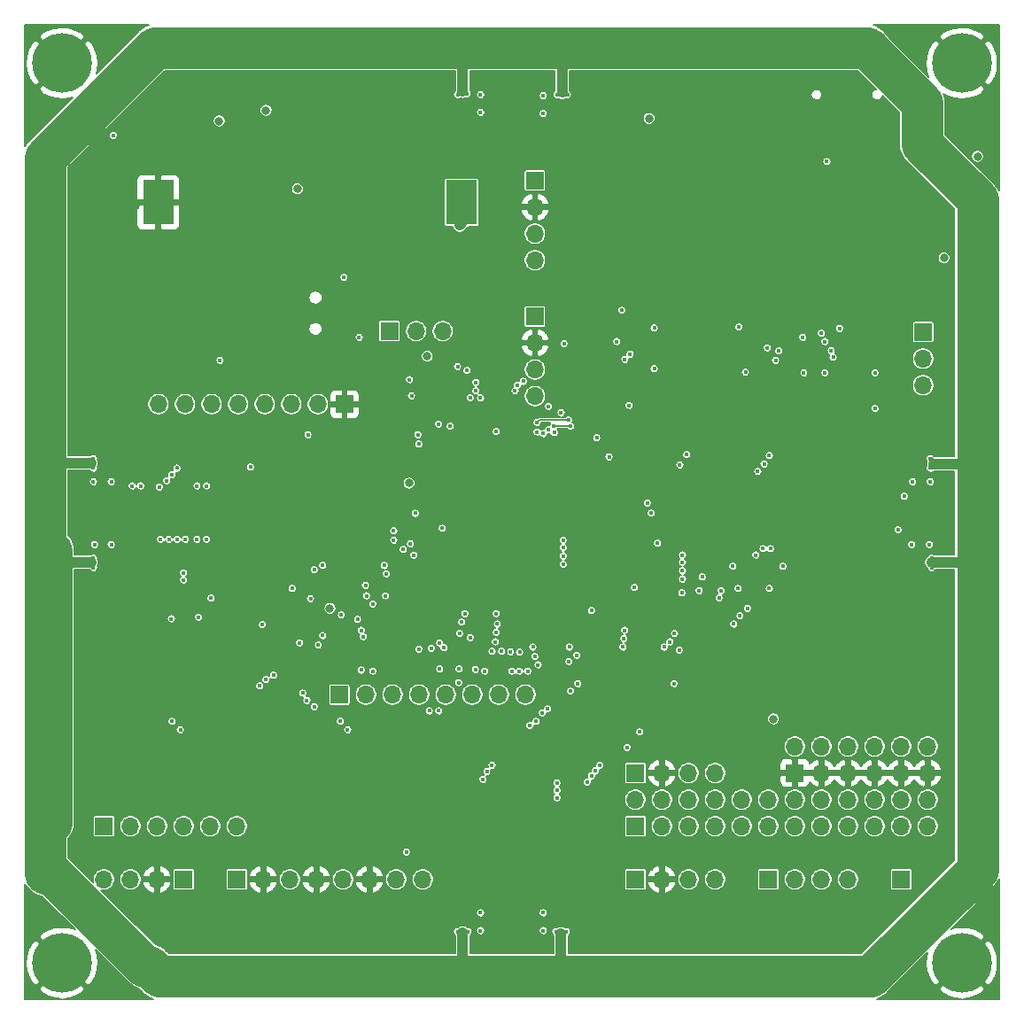
<source format=gbr>
%TF.GenerationSoftware,KiCad,Pcbnew,(5.1.9)-1*%
%TF.CreationDate,2021-03-02T10:58:18+01:00*%
%TF.ProjectId,Midular v2 Proto STM32F407VET6,4d696475-6c61-4722-9076-322050726f74,rev?*%
%TF.SameCoordinates,Original*%
%TF.FileFunction,Copper,L4,Bot*%
%TF.FilePolarity,Positive*%
%FSLAX46Y46*%
G04 Gerber Fmt 4.6, Leading zero omitted, Abs format (unit mm)*
G04 Created by KiCad (PCBNEW (5.1.9)-1) date 2021-03-02 10:58:18*
%MOMM*%
%LPD*%
G01*
G04 APERTURE LIST*
%TA.AperFunction,ComponentPad*%
%ADD10O,1.700000X1.700000*%
%TD*%
%TA.AperFunction,ComponentPad*%
%ADD11R,1.700000X1.700000*%
%TD*%
%TA.AperFunction,ComponentPad*%
%ADD12C,5.700000*%
%TD*%
%TA.AperFunction,SMDPad,CuDef*%
%ADD13R,3.000000X4.200000*%
%TD*%
%TA.AperFunction,ViaPad*%
%ADD14C,0.800000*%
%TD*%
%TA.AperFunction,ViaPad*%
%ADD15C,0.450000*%
%TD*%
%TA.AperFunction,Conductor*%
%ADD16C,0.146812*%
%TD*%
%TA.AperFunction,Conductor*%
%ADD17C,4.000000*%
%TD*%
%TA.AperFunction,Conductor*%
%ADD18C,1.000000*%
%TD*%
%TA.AperFunction,Conductor*%
%ADD19C,0.300000*%
%TD*%
%TA.AperFunction,Conductor*%
%ADD20C,0.130000*%
%TD*%
%TA.AperFunction,Conductor*%
%ADD21C,0.100000*%
%TD*%
G04 APERTURE END LIST*
D10*
%TO.P,J21,24*%
%TO.N,Net-(J21-Pad24)*%
X86740000Y19620000D03*
%TO.P,J21,23*%
%TO.N,Net-(J21-Pad23)*%
X86740000Y17080000D03*
%TO.P,J21,22*%
%TO.N,Net-(J21-Pad22)*%
X84200000Y19620000D03*
%TO.P,J21,21*%
%TO.N,Net-(J21-Pad21)*%
X84200000Y17080000D03*
%TO.P,J21,20*%
%TO.N,Net-(J21-Pad20)*%
X81660000Y19620000D03*
%TO.P,J21,19*%
%TO.N,Net-(J21-Pad19)*%
X81660000Y17080000D03*
%TO.P,J21,18*%
%TO.N,Net-(J21-Pad18)*%
X79120000Y19620000D03*
%TO.P,J21,17*%
%TO.N,Net-(J21-Pad17)*%
X79120000Y17080000D03*
%TO.P,J21,16*%
%TO.N,Net-(J21-Pad16)*%
X76580000Y19620000D03*
%TO.P,J21,15*%
%TO.N,Net-(J21-Pad15)*%
X76580000Y17080000D03*
%TO.P,J21,14*%
%TO.N,Net-(J21-Pad14)*%
X74040000Y19620000D03*
%TO.P,J21,13*%
%TO.N,Net-(J21-Pad13)*%
X74040000Y17080000D03*
%TO.P,J21,12*%
%TO.N,Net-(J21-Pad12)*%
X71500000Y19620000D03*
%TO.P,J21,11*%
%TO.N,Net-(J21-Pad11)*%
X71500000Y17080000D03*
%TO.P,J21,10*%
%TO.N,Net-(J21-Pad10)*%
X68960000Y19620000D03*
%TO.P,J21,9*%
%TO.N,Net-(J21-Pad9)*%
X68960000Y17080000D03*
%TO.P,J21,8*%
%TO.N,Net-(J21-Pad8)*%
X66420000Y19620000D03*
%TO.P,J21,7*%
%TO.N,Net-(J21-Pad7)*%
X66420000Y17080000D03*
%TO.P,J21,6*%
%TO.N,Net-(J21-Pad6)*%
X63880000Y19620000D03*
%TO.P,J21,5*%
%TO.N,Net-(J21-Pad5)*%
X63880000Y17080000D03*
%TO.P,J21,4*%
%TO.N,Net-(J21-Pad4)*%
X61340000Y19620000D03*
%TO.P,J21,3*%
%TO.N,Net-(J21-Pad3)*%
X61340000Y17080000D03*
%TO.P,J21,2*%
%TO.N,Net-(J21-Pad2)*%
X58800000Y19620000D03*
D11*
%TO.P,J21,1*%
%TO.N,Net-(J21-Pad1)*%
X58800000Y17080000D03*
%TD*%
D10*
%TO.P,J20,12*%
%TO.N,+5V*%
X86740000Y24700000D03*
%TO.P,J20,11*%
%TO.N,GND*%
X86740000Y22160000D03*
%TO.P,J20,10*%
%TO.N,+5V*%
X84200000Y24700000D03*
%TO.P,J20,9*%
%TO.N,GND*%
X84200000Y22160000D03*
%TO.P,J20,8*%
%TO.N,+5V*%
X81660000Y24700000D03*
%TO.P,J20,7*%
%TO.N,GND*%
X81660000Y22160000D03*
%TO.P,J20,6*%
%TO.N,+3V3*%
X79120000Y24700000D03*
%TO.P,J20,5*%
%TO.N,GND*%
X79120000Y22160000D03*
%TO.P,J20,4*%
%TO.N,+3V3*%
X76580000Y24700000D03*
%TO.P,J20,3*%
%TO.N,GND*%
X76580000Y22160000D03*
%TO.P,J20,2*%
%TO.N,+3V3*%
X74040000Y24700000D03*
D11*
%TO.P,J20,1*%
%TO.N,GND*%
X74040000Y22160000D03*
%TD*%
D12*
%TO.P,H4,1*%
%TO.N,GND*%
X90000000Y4000000D03*
%TD*%
%TO.P,H3,1*%
%TO.N,GND*%
X4000000Y4000000D03*
%TD*%
%TO.P,H2,1*%
%TO.N,GND*%
X90000000Y90000000D03*
%TD*%
%TO.P,H1,1*%
%TO.N,GND*%
X4000000Y90000000D03*
%TD*%
D11*
%TO.P,J18,1*%
%TO.N,PB14*%
X84200000Y12000000D03*
%TD*%
D10*
%TO.P,J1,3*%
%TO.N,Net-(J1-Pad3)*%
X86300000Y59220000D03*
%TO.P,J1,2*%
%TO.N,USB_ID*%
X86300000Y61760000D03*
D11*
%TO.P,J1,1*%
%TO.N,Net-(J1-Pad1)*%
X86300000Y64300000D03*
%TD*%
D10*
%TO.P,JP3,3*%
%TO.N,Net-(BAT1-Pad1)*%
X40380000Y64400000D03*
%TO.P,JP3,2*%
%TO.N,VBAT*%
X37840000Y64400000D03*
D11*
%TO.P,JP3,1*%
%TO.N,+3V3*%
X35300000Y64400000D03*
%TD*%
D10*
%TO.P,J16,6*%
%TO.N,PE6*%
X20700000Y17080000D03*
%TO.P,J16,5*%
%TO.N,PE5*%
X18160000Y17080000D03*
%TO.P,J16,4*%
%TO.N,PE4*%
X15620000Y17080000D03*
%TO.P,J16,3*%
%TO.N,PE3*%
X13080000Y17080000D03*
%TO.P,J16,2*%
%TO.N,PE2*%
X10540000Y17080000D03*
D11*
%TO.P,J16,1*%
%TO.N,PB9*%
X8000000Y17080000D03*
%TD*%
D10*
%TO.P,J13,4*%
%TO.N,PE15*%
X79120000Y12000000D03*
%TO.P,J13,3*%
%TO.N,PE14*%
X76580000Y12000000D03*
%TO.P,J13,2*%
%TO.N,PE13*%
X74040000Y12000000D03*
D11*
%TO.P,J13,1*%
%TO.N,PE12*%
X71500000Y12000000D03*
%TD*%
D10*
%TO.P,J15,8*%
%TO.N,BTNY4*%
X48280000Y29650000D03*
%TO.P,J15,7*%
%TO.N,BTNY3*%
X45740000Y29650000D03*
%TO.P,J15,6*%
%TO.N,BTNY2*%
X43200000Y29650000D03*
%TO.P,J15,5*%
%TO.N,BTNY1*%
X40660000Y29650000D03*
%TO.P,J15,4*%
%TO.N,BTNX4*%
X38120000Y29650000D03*
%TO.P,J15,3*%
%TO.N,BTNX3*%
X35580000Y29650000D03*
%TO.P,J15,2*%
%TO.N,BTNX2*%
X33040000Y29650000D03*
D11*
%TO.P,J15,1*%
%TO.N,BTNX1*%
X30500000Y29650000D03*
%TD*%
D10*
%TO.P,J17,4*%
%TO.N,DAC_OUT2*%
X8000000Y12000000D03*
%TO.P,J17,3*%
%TO.N,+3V3*%
X10540000Y12000000D03*
%TO.P,J17,2*%
%TO.N,GND*%
X13080000Y12000000D03*
D11*
%TO.P,J17,1*%
%TO.N,DAC_OUT1*%
X15620000Y12000000D03*
%TD*%
D10*
%TO.P,J14,8*%
%TO.N,+5V*%
X38480000Y12000000D03*
%TO.P,J14,7*%
%TO.N,I2S2_WS*%
X35940000Y12000000D03*
%TO.P,J14,6*%
%TO.N,GND*%
X33400000Y12000000D03*
%TO.P,J14,5*%
%TO.N,I2S2_CK*%
X30860000Y12000000D03*
%TO.P,J14,4*%
%TO.N,GND*%
X28320000Y12000000D03*
%TO.P,J14,3*%
%TO.N,I2S2_ext_SD*%
X25780000Y12000000D03*
%TO.P,J14,2*%
%TO.N,GND*%
X23240000Y12000000D03*
D11*
%TO.P,J14,1*%
%TO.N,I2S2_SD*%
X20700000Y12000000D03*
%TD*%
D10*
%TO.P,J12,4*%
%TO.N,UART_Tx*%
X49200000Y71180000D03*
%TO.P,J12,3*%
%TO.N,+3V3*%
X49200000Y73720000D03*
%TO.P,J12,2*%
%TO.N,GND*%
X49200000Y76260000D03*
D11*
%TO.P,J12,1*%
%TO.N,UART_Rx*%
X49200000Y78800000D03*
%TD*%
D10*
%TO.P,J11,4*%
%TO.N,I2C2_SDA*%
X66420000Y22160000D03*
%TO.P,J11,3*%
%TO.N,+3V3*%
X63880000Y22160000D03*
%TO.P,J11,2*%
%TO.N,GND*%
X61340000Y22160000D03*
D11*
%TO.P,J11,1*%
%TO.N,I2C2_SCL*%
X58800000Y22160000D03*
%TD*%
D10*
%TO.P,J10,4*%
%TO.N,+5V*%
X66420000Y12000000D03*
%TO.P,J10,3*%
%TO.N,WS2812_B*%
X63880000Y12000000D03*
%TO.P,J10,2*%
%TO.N,GND*%
X61340000Y12000000D03*
D11*
%TO.P,J10,1*%
%TO.N,Net-(D7-Pad1)*%
X58800000Y12000000D03*
%TD*%
D10*
%TO.P,J9,8*%
%TO.N,SPI3_MOSI*%
X13220000Y57400000D03*
%TO.P,J9,7*%
%TO.N,LCD_CS*%
X15760000Y57400000D03*
%TO.P,J9,6*%
%TO.N,LCD_DC*%
X18300000Y57400000D03*
%TO.P,J9,5*%
%TO.N,NRST*%
X20840000Y57400000D03*
%TO.P,J9,4*%
%TO.N,SPI3_MISO*%
X23380000Y57400000D03*
%TO.P,J9,3*%
%TO.N,SPI3_SCK*%
X25920000Y57400000D03*
%TO.P,J9,2*%
%TO.N,+3V3*%
X28460000Y57400000D03*
D11*
%TO.P,J9,1*%
%TO.N,GND*%
X31000000Y57400000D03*
%TD*%
D10*
%TO.P,J8,4*%
%TO.N,CAN_Tx*%
X49200000Y58180000D03*
%TO.P,J8,3*%
%TO.N,+3V3*%
X49200000Y60720000D03*
%TO.P,J8,2*%
%TO.N,GND*%
X49200000Y63260000D03*
D11*
%TO.P,J8,1*%
%TO.N,CAN_Rx*%
X49200000Y65800000D03*
%TD*%
D13*
%TO.P,BAT1,2*%
%TO.N,GND*%
X13200000Y76700000D03*
%TO.P,BAT1,1*%
%TO.N,Net-(BAT1-Pad1)*%
X42200000Y76700000D03*
%TD*%
D14*
%TO.N,VBAT*%
X37166256Y49866256D03*
X38900000Y62000000D03*
D15*
%TO.N,GND*%
X37700000Y47850000D03*
X37615000Y42335000D03*
X41300000Y36600000D03*
X41800000Y55300000D03*
X54600000Y37000000D03*
X44000000Y56500000D03*
X47400000Y56200000D03*
X44000000Y55400000D03*
X48200000Y54900000D03*
X53700000Y54300000D03*
X52900000Y56600000D03*
X75300000Y64800000D03*
X75400000Y65600000D03*
X76800000Y67700000D03*
X75400000Y62500000D03*
X76600000Y62500000D03*
X49500000Y56900000D03*
X51700000Y57600000D03*
X29500000Y38800000D03*
X62500000Y46500000D03*
X62600000Y44200000D03*
X62300000Y47300000D03*
X62180000Y48270000D03*
X83200000Y48400000D03*
X83300000Y47300000D03*
X84500000Y47300000D03*
X83300000Y46500000D03*
X84500000Y46500000D03*
X81100000Y44200000D03*
X83200000Y44300000D03*
X62100000Y50700000D03*
X55800000Y53100000D03*
X52200000Y52200000D03*
X53200000Y51500000D03*
X78800000Y65800000D03*
X34400000Y45000000D03*
X33800000Y42900000D03*
X31700000Y42900000D03*
X33400000Y45000000D03*
X31300000Y44900000D03*
X32200000Y45800000D03*
X32900000Y42900000D03*
X33700000Y47200000D03*
X31900000Y48800000D03*
X79300000Y82400000D03*
X80300000Y83100000D03*
X78400000Y83100000D03*
X54400000Y34900000D03*
X55600000Y33500000D03*
X54000000Y33000000D03*
X54200000Y30800000D03*
X52500000Y29200000D03*
X55500000Y26200000D03*
X57100000Y27800000D03*
X58928000Y26924000D03*
X58200000Y25500000D03*
X56800000Y24800000D03*
X58200000Y23800000D03*
X56400000Y23800000D03*
X57400000Y20800000D03*
X65450000Y23690000D03*
X66950000Y23690000D03*
X67600000Y21200000D03*
X65200000Y21200000D03*
X69096000Y29972000D03*
X67056000Y30226000D03*
D14*
X18856936Y83234310D03*
X25000000Y85500000D03*
X27000000Y79000000D03*
D15*
X15900000Y52100000D03*
X18800000Y52200000D03*
X14600000Y54000000D03*
X17300000Y54600000D03*
X21200000Y54700000D03*
X21100000Y51500000D03*
X26100000Y54600000D03*
X26200000Y51400000D03*
X28900000Y52400000D03*
X18400000Y47000000D03*
X12500000Y47000000D03*
X20300000Y47000000D03*
X21900000Y48100000D03*
X20700000Y44500000D03*
X18600000Y44500000D03*
X23500000Y46500000D03*
X12500000Y45700000D03*
X12400000Y44700000D03*
X18500000Y45700000D03*
X20700000Y45700000D03*
X12500000Y48200000D03*
X18600000Y48200000D03*
X15300000Y48200000D03*
X15300000Y47000000D03*
X15300000Y49300000D03*
X12300000Y49500000D03*
X18900000Y49400000D03*
X31800000Y40300000D03*
X54000000Y57000000D03*
X55200000Y57700000D03*
X54000000Y55800000D03*
X59400000Y57400000D03*
X9050000Y49300000D03*
X10500000Y48200000D03*
X10500000Y47000000D03*
X10500000Y45700000D03*
X10500000Y44700000D03*
X12800000Y42700000D03*
X11600000Y41600000D03*
X16000000Y42000000D03*
X15400000Y39800000D03*
X12400000Y40800000D03*
X16400000Y45700000D03*
X40000000Y53800000D03*
X39500000Y52700000D03*
X41500000Y52600000D03*
X41500000Y51600000D03*
X35840000Y39060000D03*
X37300000Y39700000D03*
X8300000Y71300000D03*
D14*
X88000000Y76700000D03*
D15*
X63754000Y28956000D03*
X63754000Y26924000D03*
X61976000Y29972000D03*
X60452000Y31242000D03*
X62230000Y33020000D03*
X64770000Y32766000D03*
X63754000Y25400000D03*
X53600000Y20000000D03*
X52000000Y19200000D03*
X51400000Y22200000D03*
X41100000Y7100000D03*
X41100000Y8900000D03*
X42253728Y8815424D03*
X43253728Y8815424D03*
X44746272Y8815424D03*
X45703700Y8902466D03*
X47000000Y8900000D03*
X48203700Y8902466D03*
X49203700Y8902466D03*
X50796300Y8902466D03*
X51703700Y8902466D03*
X53000000Y7100000D03*
X52703700Y8902466D03*
X41100000Y5400000D03*
X45300000Y5400000D03*
X44865000Y6800000D03*
X45700000Y6900000D03*
X47000000Y7100000D03*
X48300000Y7000000D03*
X49122542Y6796079D03*
X49000000Y5900000D03*
X52900000Y5900000D03*
X17750000Y36300000D03*
X17400000Y39100000D03*
X20250000Y39000000D03*
X20250000Y36250000D03*
X22150000Y39100000D03*
X22250000Y35850000D03*
X24350000Y36050000D03*
X16600000Y37800000D03*
X14050000Y38000000D03*
X11500000Y38000000D03*
X19350000Y27800000D03*
X16650000Y27850000D03*
X16600000Y25500000D03*
X19350000Y25550000D03*
X21700000Y25550000D03*
X21700000Y27800000D03*
X22700000Y25550000D03*
X23000000Y27800000D03*
X25300000Y27800000D03*
X26350000Y27800000D03*
X25250000Y25450000D03*
X26300000Y25450000D03*
X64950000Y50500000D03*
X66200000Y50500000D03*
X65600000Y52850000D03*
X68750000Y50500000D03*
X68750000Y52800000D03*
X56900000Y59850000D03*
X61200000Y59800000D03*
X70800000Y59800000D03*
X77150000Y59450000D03*
X81900000Y58450000D03*
X83450000Y65000000D03*
X67400000Y65100000D03*
X59350000Y65150000D03*
X55900000Y51515000D03*
X57600000Y53150000D03*
X58950000Y52700000D03*
X6850000Y49100000D03*
X30950000Y63450000D03*
X71500000Y30100000D03*
X75500000Y30000000D03*
X79500000Y30000000D03*
X83500000Y30000000D03*
X29700000Y28000000D03*
X32100000Y25700000D03*
X30000000Y24400000D03*
X30400000Y49700000D03*
X30400000Y51900000D03*
X7000000Y41100000D03*
X8900000Y41200000D03*
X8902466Y42296300D03*
X5800000Y41300000D03*
X5800000Y44900000D03*
X6800000Y44865000D03*
X6800000Y45700000D03*
X6800000Y46700000D03*
X6800000Y47300000D03*
X6800000Y48200000D03*
X6500000Y50865000D03*
X6400000Y52800000D03*
X9000000Y52800000D03*
X9000000Y51800000D03*
X29800000Y79400000D03*
X82500000Y79400000D03*
X75100000Y80200000D03*
X75300000Y84700000D03*
X74400000Y82500000D03*
X82700000Y84700000D03*
X83600000Y81700000D03*
X84100000Y78900000D03*
X85300000Y78900000D03*
X75100000Y59400000D03*
X25600000Y39100000D03*
X31500000Y36900000D03*
X23900000Y39100000D03*
X41100000Y86900000D03*
X41200000Y85100000D03*
X42296300Y85097534D03*
X45000000Y88200000D03*
X41300000Y88200000D03*
X44865000Y87100000D03*
X44700000Y84900000D03*
X45800000Y87000000D03*
X45800000Y84900000D03*
X46700000Y87100000D03*
X46800000Y84800000D03*
X47300000Y87100000D03*
X47361594Y84800000D03*
X48200000Y87100000D03*
X48238406Y84700000D03*
X49300000Y84800000D03*
X49135000Y87100000D03*
X50865000Y87800000D03*
X50796300Y85097534D03*
X51800000Y85000000D03*
X52800000Y87700000D03*
X52800000Y85100000D03*
X86900000Y52900000D03*
X85100000Y52800000D03*
X85097534Y51796300D03*
X85000000Y50800000D03*
X88400000Y52700000D03*
X88100000Y49000000D03*
X87046272Y49015424D03*
X84900000Y49300000D03*
X87100000Y48100000D03*
X86800000Y47000000D03*
X86815424Y45753728D03*
X84900000Y44700000D03*
X87201222Y44901985D03*
X88100000Y44900000D03*
X88200000Y41300000D03*
X87100000Y41100000D03*
X85100000Y41200000D03*
X85097534Y42296300D03*
X85097534Y43203700D03*
X11200000Y76200000D03*
X9200000Y76200000D03*
X12600000Y83000000D03*
X11500000Y84900000D03*
X11800000Y79500000D03*
X9500000Y79500000D03*
X7000000Y79500000D03*
X49800000Y47900000D03*
X49700000Y49600000D03*
X49700000Y52100000D03*
X48600000Y43400000D03*
X47000000Y11300000D03*
X48300000Y11700000D03*
X49400000Y11300000D03*
X45700000Y11500000D03*
X44600000Y11300000D03*
X56900000Y33500000D03*
X57300000Y38600000D03*
X57050000Y36600000D03*
X63400000Y38400000D03*
X63850000Y35100000D03*
X67450000Y35450000D03*
X66100000Y37150000D03*
X65900000Y40200000D03*
X69850000Y43900000D03*
X69900000Y46900000D03*
X72700000Y42900000D03*
X73000000Y46900000D03*
X76950000Y49300000D03*
X78600000Y48450000D03*
X76850000Y46750000D03*
X80550000Y54200000D03*
X77800000Y54400000D03*
X75000000Y54550000D03*
X72600000Y52150000D03*
X69500000Y51550000D03*
X73600000Y61050000D03*
X71600000Y66950000D03*
X72700000Y65300000D03*
X67850000Y63250000D03*
X67850000Y61100000D03*
X67850000Y59450000D03*
X63800000Y63300000D03*
X63850000Y65000000D03*
X63900000Y66850000D03*
X61550000Y62350000D03*
X59800000Y63250000D03*
X60000000Y66700000D03*
X55100000Y64850000D03*
X51550000Y64900000D03*
X50000000Y69000000D03*
X53450000Y68950000D03*
X51300000Y70300000D03*
X49850000Y59500000D03*
X51700000Y60950000D03*
X55050000Y62900000D03*
X54650000Y61000000D03*
X71900000Y56550000D03*
X69750000Y56350000D03*
X61850000Y55200000D03*
X59000000Y55100000D03*
X69550000Y40900000D03*
X72700000Y40650000D03*
X47500000Y69000000D03*
X45050000Y68950000D03*
X43350000Y68950000D03*
X39900000Y68950000D03*
X48100000Y80600000D03*
X45050000Y80550000D03*
X43600000Y80550000D03*
X45950000Y68900000D03*
X45950000Y80550000D03*
X40400000Y62050000D03*
X41050000Y59650000D03*
X40100000Y58500000D03*
X32950000Y57500000D03*
X30400000Y59600000D03*
X32100000Y61950000D03*
X22850000Y56150000D03*
X14850000Y60100000D03*
X13150000Y60450000D03*
X13600000Y62550000D03*
X18450000Y62550000D03*
X11800000Y60900000D03*
X12550000Y55950000D03*
X9650000Y55950000D03*
X22950000Y49050000D03*
X26100000Y46300000D03*
X27400000Y42450000D03*
X28800000Y43650000D03*
X31800000Y35100000D03*
X29200000Y31000000D03*
X26100000Y30900000D03*
X25900000Y32100000D03*
X22450000Y33750000D03*
X27400000Y33700000D03*
X32050000Y33700000D03*
X36850000Y33850000D03*
X36850000Y30825000D03*
X30975000Y39800000D03*
X26100000Y41475000D03*
X38175000Y36700000D03*
X40000000Y38975000D03*
X38600000Y39100000D03*
D14*
X54800000Y52800000D03*
X55650000Y38875000D03*
X40950000Y40000000D03*
X42950000Y40000000D03*
X44950000Y40000000D03*
X46950000Y40000000D03*
X48950000Y40000000D03*
X50950000Y40000000D03*
X52950000Y40000000D03*
D15*
X50900000Y42000000D03*
D14*
X42950000Y42000000D03*
X46950000Y42000000D03*
X44950000Y42000000D03*
X48950000Y42000000D03*
X40950000Y42000000D03*
X42950000Y44000000D03*
X46950000Y44000000D03*
X44950000Y44000000D03*
X40950000Y44000000D03*
X42950000Y46000000D03*
X44950000Y46000000D03*
X50950000Y46000000D03*
X44950000Y48000000D03*
X42950000Y48000000D03*
X50950000Y48000000D03*
X40950000Y48000000D03*
X40950000Y50000000D03*
X42950000Y50000000D03*
X44950000Y50000000D03*
X44950000Y52000000D03*
X50950000Y52000000D03*
D15*
%TO.N,+12V*%
X84900000Y82700000D03*
D14*
%TO.N,+5V*%
X29600000Y37900000D03*
X60100000Y84720000D03*
X19020000Y84480000D03*
X91500000Y81100000D03*
D15*
X87000000Y50000000D03*
X86900000Y44000000D03*
X44000000Y7100000D03*
X50000000Y7100000D03*
X7100000Y44000000D03*
X7000000Y50000000D03*
X44000000Y87000000D03*
X50000000Y86900000D03*
X50000000Y85200000D03*
X44000000Y85300000D03*
X85300000Y50000000D03*
X85200000Y44000000D03*
X50000000Y8800000D03*
X44000000Y8800000D03*
X8700000Y44000000D03*
X8700000Y50000000D03*
X17050000Y37050000D03*
X14450000Y36900000D03*
X23150000Y36350000D03*
X26700000Y34600000D03*
X77100000Y80600000D03*
%TO.N,+3V3*%
X37749703Y46985102D03*
X37617143Y42988572D03*
X42200000Y36600000D03*
X41100000Y55300000D03*
X54600000Y37700000D03*
X27746272Y38815424D03*
D14*
X71996000Y27336000D03*
X23500000Y85500000D03*
X26500000Y78000000D03*
D15*
X35700000Y45300000D03*
X34900000Y39100000D03*
X35000000Y41200000D03*
X81700000Y57000000D03*
D14*
X88300000Y71400000D03*
D15*
X56280000Y52380000D03*
X63700000Y52600000D03*
X30944000Y69542000D03*
X18247746Y38874337D03*
X42000000Y35500000D03*
X63050000Y51600000D03*
X8900000Y83100000D03*
%TO.N,NRST*%
X35700000Y44400000D03*
X34800000Y42000000D03*
X33000000Y40100000D03*
X40340994Y45549208D03*
X55100000Y54200000D03*
X28900000Y42000000D03*
X22000000Y51400000D03*
X19100000Y61600000D03*
D14*
%TO.N,GND*%
X46950000Y48000000D03*
X46950000Y50000000D03*
X46950000Y52000000D03*
D15*
%TO.N,BOOT0*%
X38100000Y53600000D03*
X37400000Y58200000D03*
%TO.N,I2S2_ext_SD*%
X37300000Y44061594D03*
X33700000Y31900000D03*
%TO.N,I2S2_SD*%
X36623752Y43521732D03*
X32600000Y32000000D03*
%TO.N,ENC4_A*%
X33100000Y39100000D03*
X30700000Y37280000D03*
%TO.N,ENC4_B*%
X32240000Y36840000D03*
X33710000Y38310000D03*
%TO.N,DAC_OUT1*%
X42515000Y37400000D03*
%TO.N,DAC_OUT2*%
X40000000Y28100000D03*
X31300000Y26300000D03*
X15300000Y26300000D03*
X43000000Y35100000D03*
%TO.N,DAC_OUT1*%
X39100000Y28100000D03*
X30600000Y27100000D03*
X14500000Y27100000D03*
%TO.N,ENC2_A*%
X40082206Y34576812D03*
X38100000Y34000000D03*
X32800000Y35200000D03*
X28500000Y34400000D03*
%TO.N,ENC2_B*%
X40510000Y34138406D03*
X39290000Y34090000D03*
%TO.N,I2C2_SCL*%
X52600000Y30000000D03*
X58000000Y24600000D03*
%TO.N,I2C2_SDA*%
X53300000Y30700000D03*
X59200000Y26100000D03*
%TO.N,I2S2_WS*%
X36900000Y14600000D03*
%TO.N,ENC3_A*%
X62100000Y34700000D03*
X57700000Y35000000D03*
X52438406Y32800000D03*
X49500000Y32500000D03*
%TO.N,ENC3_B*%
X62538406Y35500000D03*
X57761594Y35800000D03*
X52500000Y34200000D03*
X49000000Y34200000D03*
%TO.N,CRx4*%
X83900000Y45400000D03*
X84500000Y48600000D03*
%TO.N,WS2812_A*%
X58200000Y57300000D03*
X59940000Y47960000D03*
%TO.N,WS2812_B*%
X60300000Y47000000D03*
X60915626Y44115626D03*
X63000000Y33900000D03*
X62500000Y30700000D03*
%TO.N,USB_ID*%
X81700000Y60400000D03*
%TO.N,ENC1_A*%
X70500000Y51000000D03*
X70300000Y43000000D03*
X51300000Y21200000D03*
X45100000Y22900000D03*
X22900000Y30500000D03*
X28100000Y28500000D03*
%TO.N,SPI3_SCK*%
X47519121Y59247803D03*
X43561594Y59500000D03*
%TO.N,SPI3_MISO*%
X47300000Y58700000D03*
X43561594Y58700000D03*
%TO.N,UART_Tx*%
X51061594Y54700000D03*
X51700000Y56600000D03*
%TO.N,CAN_Rx*%
X50500000Y54961594D03*
X50500000Y57200000D03*
%TO.N,CAN_Tx*%
X50000000Y54600000D03*
%TO.N,ENC1_B*%
X49400000Y55661594D03*
X52400000Y55900000D03*
X71600000Y52500000D03*
X51300000Y19800000D03*
X44235224Y21556816D03*
X27000000Y29800000D03*
X24200000Y31500000D03*
X71700000Y43600000D03*
%TO.N,SPI3_MOSI*%
X45500000Y54800000D03*
X44000000Y58000000D03*
%TO.N,VWS2812*%
X77520000Y62534998D03*
X78310000Y64660000D03*
X76900000Y60400000D03*
X74900000Y60400000D03*
X60600000Y64700000D03*
X60600000Y60800000D03*
X68700000Y64800000D03*
X69320000Y60480000D03*
%TO.N,ENC1BTN*%
X51020797Y55359203D03*
X52600000Y55300000D03*
X71100000Y51700000D03*
X71000000Y43600000D03*
X51300000Y20500000D03*
X44600000Y22300000D03*
X27400000Y29100000D03*
X23500000Y31100000D03*
%TO.N,ENC2BTN*%
X32600000Y35800000D03*
X28900000Y35300000D03*
%TO.N,WS2812_CONN_DIN*%
X58300000Y62200000D03*
X72500000Y62500000D03*
X76900000Y63400000D03*
X41800000Y61000000D03*
X15600000Y40600000D03*
X10700000Y49600000D03*
%TO.N,WS2812_CONN_BI*%
X77700000Y61900000D03*
X72200000Y61600000D03*
X57800000Y61700000D03*
X42700000Y60638406D03*
X11500000Y49600000D03*
X15600000Y41300000D03*
%TO.N,ENC3BTN*%
X61538406Y34200000D03*
X57600000Y34200000D03*
X53200000Y33400000D03*
X49200000Y33300000D03*
%TO.N,ENC4BTN*%
X26000000Y39800000D03*
X28100000Y41600000D03*
%TO.N,+12V*%
X42200000Y87500000D03*
X51800000Y87200000D03*
X6600000Y51800000D03*
X6500000Y42300000D03*
X42300000Y6700000D03*
X51700000Y6600000D03*
X87700000Y42300000D03*
X87600000Y51700000D03*
X51300000Y87000000D03*
X52300000Y87000000D03*
X41800000Y87000000D03*
X42700000Y87100000D03*
X87000000Y51300000D03*
X87000000Y52200000D03*
X87100000Y42700000D03*
X87100000Y41800000D03*
X52200000Y7000000D03*
X51200000Y7000000D03*
X41800000Y7000000D03*
X42800000Y7000000D03*
X7000000Y42700000D03*
X7000000Y41800000D03*
X7000000Y52200000D03*
X7000000Y51300000D03*
%TO.N,UART_Rx*%
X49400000Y54761594D03*
X48100000Y59600000D03*
%TO.N,Net-(WS2-Pad3)*%
X74800000Y63800000D03*
X71400000Y62800000D03*
X76582200Y64192897D03*
%TO.N,BTNY4*%
X47730000Y33710000D03*
X48500000Y31900000D03*
%TO.N,BTNY3*%
X46870000Y33730000D03*
X47700000Y31900000D03*
%TO.N,BTNY2*%
X46000000Y33782000D03*
X47000000Y31900000D03*
%TO.N,BTNY1*%
X45100000Y33800000D03*
X41900000Y30800000D03*
%TO.N,BTNX4*%
X45400000Y34700000D03*
X44400000Y31900000D03*
%TO.N,BTNX3*%
X45500000Y35600000D03*
X43500000Y32061594D03*
%TO.N,BTNX2*%
X45600000Y36400000D03*
X41946772Y32104112D03*
%TO.N,BTNX1*%
X45500000Y37400000D03*
X40099024Y32105653D03*
%TO.N,PE6*%
X17800000Y49600000D03*
X17800000Y44500000D03*
%TO.N,PE5*%
X16900000Y49600000D03*
X16900000Y44500000D03*
%TO.N,PE4*%
X15000000Y51300000D03*
X15800000Y44500000D03*
%TO.N,PE3*%
X14500000Y50700000D03*
X15000000Y44500000D03*
%TO.N,PE2*%
X14000000Y50100000D03*
X14200000Y44500000D03*
%TO.N,PB9*%
X43012814Y58012814D03*
X40000000Y55500000D03*
X38000000Y54500000D03*
X27500000Y54500000D03*
X13300000Y49500000D03*
X13400000Y44500000D03*
%TO.N,PE12*%
X48700000Y26700000D03*
X54200000Y21300000D03*
%TO.N,PE13*%
X49300000Y27100000D03*
X54600000Y21900000D03*
%TO.N,PE14*%
X49900000Y27900000D03*
X55000000Y22400000D03*
%TO.N,PE15*%
X50400000Y28300000D03*
X55400000Y22900000D03*
%TO.N,LEDTx*%
X51900000Y43700000D03*
X63300000Y42300000D03*
X67000000Y39600000D03*
X69500000Y37900000D03*
D14*
%TO.N,GND*%
X52950000Y46000000D03*
X52950000Y48000000D03*
X52950000Y50000000D03*
D15*
X50000000Y45200000D03*
X46500000Y46600000D03*
X47400000Y45400000D03*
X43500000Y51400000D03*
X43300000Y52400000D03*
X41000000Y46000000D03*
X43800000Y63000000D03*
X47400000Y63000000D03*
X45000000Y57600000D03*
X45950000Y56850000D03*
X43900000Y60900000D03*
X11400000Y32700000D03*
X15400000Y33000000D03*
X19100000Y32900000D03*
X6900000Y15600000D03*
X6500000Y14100000D03*
X5200000Y15400000D03*
X2600000Y8400000D03*
X9200000Y10900000D03*
X13100000Y9400000D03*
X16600000Y10300000D03*
X15700000Y13800000D03*
X21300000Y15700000D03*
X23800000Y15700000D03*
X27300000Y15700000D03*
X21900000Y9900000D03*
X24900000Y9900000D03*
X27000000Y9900000D03*
X29900000Y9900000D03*
X33400000Y13300000D03*
X33000000Y14800000D03*
X37100000Y13200000D03*
X35000000Y13200000D03*
X35000000Y9900000D03*
X37200000Y9900000D03*
X37700000Y15400000D03*
X44400000Y20300000D03*
X47300000Y19100000D03*
X47300000Y22000000D03*
X45800000Y24000000D03*
X48000000Y28200000D03*
X47900000Y31100000D03*
X49500000Y31300000D03*
X45900000Y31900000D03*
X41100000Y35100000D03*
X55800000Y15400000D03*
X53600000Y14900000D03*
X52800000Y13300000D03*
X51400000Y16500000D03*
X46700000Y15000000D03*
X43300000Y15800000D03*
X60300000Y13000000D03*
X62400000Y13000000D03*
X61200000Y15400000D03*
X64500000Y13200000D03*
X69400000Y15400000D03*
X73800000Y13500000D03*
X71300000Y13400000D03*
X76100000Y13800000D03*
X75300000Y15500000D03*
X79000000Y14400000D03*
X85500000Y13400000D03*
X85800000Y11000000D03*
X88500000Y22200000D03*
X88100000Y16000000D03*
X88200000Y29800000D03*
X39100000Y25900000D03*
X40900000Y23800000D03*
X43400000Y25800000D03*
X7000000Y20200000D03*
X5700000Y22200000D03*
X11300000Y27600000D03*
X12400000Y25500000D03*
X33900000Y49100000D03*
X35000000Y48500000D03*
X35000000Y47200000D03*
X35100000Y51100000D03*
X33100000Y51400000D03*
X33100000Y53400000D03*
X31300000Y53400000D03*
X29600000Y53300000D03*
X36400000Y50900000D03*
X28900000Y50400000D03*
X28900000Y48200000D03*
X31500000Y47500000D03*
X28900000Y46900000D03*
X28900000Y45300000D03*
X31300000Y41650000D03*
X35550000Y53400000D03*
X72850000Y49750000D03*
X80450000Y52700000D03*
X81650000Y51800000D03*
X84250000Y56350000D03*
X85200000Y55350000D03*
X83400000Y57900000D03*
X88600000Y57300000D03*
X87800000Y58150000D03*
X89000000Y60950000D03*
X87900000Y62800000D03*
X89000000Y65250000D03*
X87950000Y65250000D03*
X89000000Y62800000D03*
X87900000Y60950000D03*
X75250000Y68650000D03*
X77750000Y78350000D03*
X80850000Y78300000D03*
X80300000Y80300000D03*
X77550000Y81550000D03*
X77600000Y79650000D03*
X78450000Y71800000D03*
X80150000Y71100000D03*
X78500000Y74650000D03*
X80150000Y74650000D03*
X79300000Y78200000D03*
X78500000Y77250000D03*
X80100000Y77300000D03*
X56200000Y78250000D03*
X57250000Y76050000D03*
X21250000Y61800000D03*
X21250000Y59500000D03*
X16500000Y59400000D03*
X26800000Y59600000D03*
X28250000Y61850000D03*
X27700000Y58500000D03*
X35650000Y58750000D03*
X38150000Y56800000D03*
X37650000Y61750000D03*
X38250000Y59550000D03*
X23600000Y41400000D03*
X23550000Y44000000D03*
X25550000Y44350000D03*
X27250000Y44850000D03*
X19150000Y39900000D03*
X19150000Y42000000D03*
%TO.N,LEDRx*%
X51900000Y42900000D03*
X63300000Y41500000D03*
X66800000Y38900000D03*
X68800000Y37200000D03*
D14*
%TO.N,Net-(BAT1-Pad1)*%
X42000000Y74500000D03*
D15*
%TO.N,LEDStatus*%
X51900000Y44400000D03*
X63300000Y43000000D03*
X64900000Y39600000D03*
X68200000Y36400000D03*
%TO.N,LEDError*%
X63300000Y40700000D03*
X68600000Y39800000D03*
X71600000Y39800000D03*
X51900000Y42100000D03*
%TO.N,PB14*%
X58700000Y39900000D03*
X63246000Y39370000D03*
X72898000Y41910000D03*
X65200000Y40900000D03*
X68110000Y41910000D03*
%TO.N,Net-(R1-Pad2)*%
X37200000Y59761594D03*
X32400000Y63800000D03*
%TO.N,Net-(R12-Pad1)*%
X57000000Y63400000D03*
X57500000Y66400000D03*
X51985000Y63200000D03*
%TD*%
D16*
%TO.N,GND*%
X11700000Y76700000D02*
X13200000Y76700000D01*
X11200000Y76200000D02*
X11700000Y76700000D01*
%TO.N,ENC1_B*%
X49638406Y55900000D02*
X52400000Y55900000D01*
X49400000Y55661594D02*
X49638406Y55900000D01*
%TO.N,ENC1BTN*%
X51020797Y55359203D02*
X52540797Y55359203D01*
D17*
%TO.N,+12V*%
X11874798Y3700000D02*
X12300000Y3700000D01*
X3000000Y12574798D02*
X11874798Y3700000D01*
X12300000Y3700000D02*
X13300000Y2700000D01*
X81200000Y91300000D02*
X81000000Y91500000D01*
X86200000Y82259202D02*
X86200000Y86200000D01*
X86200000Y86200000D02*
X81200000Y91200000D01*
X81200000Y91200000D02*
X81200000Y91300000D01*
X81300000Y2700000D02*
X91500000Y12900000D01*
X12885202Y91500000D02*
X2400000Y81014798D01*
X2400000Y81014798D02*
X2400000Y76300000D01*
X91500000Y76959202D02*
X86200000Y82259202D01*
D18*
X42300000Y87300000D02*
X42300000Y91500000D01*
D17*
X42300000Y91500000D02*
X12885202Y91500000D01*
D18*
X51800000Y91200000D02*
X51500000Y91500000D01*
X51800000Y87200000D02*
X51800000Y91200000D01*
D17*
X51500000Y91500000D02*
X42300000Y91500000D01*
X81000000Y91500000D02*
X51500000Y91500000D01*
D18*
X3300000Y51800000D02*
X3000000Y52100000D01*
X6800000Y51800000D02*
X3300000Y51800000D01*
D17*
X2400000Y75700000D02*
X2400000Y52100000D01*
D18*
X6800000Y42300000D02*
X4100000Y42300000D01*
X4100000Y42300000D02*
X3000000Y43400000D01*
X42300000Y2900000D02*
X42100000Y2700000D01*
X42300000Y6900000D02*
X42300000Y2900000D01*
D17*
X13300000Y2700000D02*
X42100000Y2700000D01*
D18*
X51700000Y3800000D02*
X50600000Y2700000D01*
X51700000Y6800000D02*
X51700000Y3800000D01*
D17*
X50600000Y2700000D02*
X81300000Y2700000D01*
X42100000Y2700000D02*
X50600000Y2700000D01*
D18*
X91400000Y42300000D02*
X91500000Y42400000D01*
X87100000Y42300000D02*
X91400000Y42300000D01*
D17*
X91500000Y12900000D02*
X91500000Y42400000D01*
D18*
X91400000Y51700000D02*
X91500000Y51600000D01*
X87300000Y51700000D02*
X91400000Y51700000D01*
D17*
X91500000Y51600000D02*
X91500000Y76959202D01*
X91500000Y42400000D02*
X91500000Y51600000D01*
D19*
X87100000Y52200000D02*
X87600000Y51700000D01*
X87000000Y52200000D02*
X87100000Y52200000D01*
X87200000Y51300000D02*
X87600000Y51700000D01*
X87000000Y51300000D02*
X87200000Y51300000D01*
X87100000Y42700000D02*
X87100000Y41800000D01*
X87700000Y42300000D02*
X87100000Y42300000D01*
X42100000Y6700000D02*
X41800000Y7000000D01*
X42300000Y6700000D02*
X42100000Y6700000D01*
X42500000Y6700000D02*
X42800000Y7000000D01*
X42300000Y6700000D02*
X42500000Y6700000D01*
X51600000Y6600000D02*
X51200000Y7000000D01*
X51700000Y6600000D02*
X51600000Y6600000D01*
X51800000Y6600000D02*
X52200000Y7000000D01*
X51700000Y6600000D02*
X51800000Y6600000D01*
X6600000Y42300000D02*
X7000000Y42700000D01*
X6500000Y42300000D02*
X6600000Y42300000D01*
X6500000Y42300000D02*
X7000000Y41800000D01*
X6600000Y51800000D02*
X7000000Y52200000D01*
X6600000Y51700000D02*
X7000000Y51300000D01*
X6600000Y51800000D02*
X6600000Y51700000D01*
D17*
X2400000Y81014798D02*
X2400000Y52100000D01*
X2400000Y18000000D02*
X3000000Y17400000D01*
X2400000Y52100000D02*
X2400000Y18000000D01*
X3000000Y43400000D02*
X3000000Y17400000D01*
X2400000Y17400000D02*
X2400000Y12574798D01*
D18*
%TO.N,Net-(BAT1-Pad1)*%
X42200000Y74700000D02*
X42000000Y74500000D01*
X42200000Y76700000D02*
X42200000Y74700000D01*
%TD*%
D20*
%TO.N,GND*%
X557740Y11343838D02*
X833286Y11008083D01*
X1169041Y10732537D01*
X1552101Y10527787D01*
X1967745Y10401702D01*
X2064262Y10392196D01*
X5255326Y7201131D01*
X4617959Y7383594D01*
X3945978Y7439137D01*
X3276074Y7362516D01*
X2633989Y7156675D01*
X2134235Y6889551D01*
X1806633Y6460653D01*
X4000000Y4267286D01*
X4014143Y4281429D01*
X4281429Y4014143D01*
X4267286Y4000000D01*
X6460653Y1806633D01*
X6889551Y2134235D01*
X7198021Y2733809D01*
X7383594Y3382041D01*
X7439137Y4054022D01*
X7362516Y4723926D01*
X7187925Y5268532D01*
X10239028Y2217429D01*
X10308083Y2133285D01*
X10392225Y2064232D01*
X10643838Y1857738D01*
X11026898Y1652989D01*
X11316531Y1565129D01*
X11664226Y1217434D01*
X11733285Y1133285D01*
X12034396Y886171D01*
X12069041Y857738D01*
X12452100Y652989D01*
X12742159Y565000D01*
X4090192Y565000D01*
X4723926Y637484D01*
X5366011Y843325D01*
X5865765Y1110449D01*
X6193367Y1539347D01*
X4000000Y3732714D01*
X1806633Y1539347D01*
X2134235Y1110449D01*
X2733809Y801979D01*
X3382041Y616406D01*
X4003971Y565000D01*
X466534Y565000D01*
X466534Y3945978D01*
X560863Y3945978D01*
X637484Y3276074D01*
X843325Y2633989D01*
X1110449Y2134235D01*
X1539347Y1806633D01*
X3732714Y4000000D01*
X1539347Y6193367D01*
X1110449Y5865765D01*
X801979Y5266191D01*
X616406Y4617959D01*
X560863Y3945978D01*
X466534Y3945978D01*
X466534Y11514472D01*
X557740Y11343838D01*
%TA.AperFunction,Conductor*%
D21*
G36*
X557740Y11343838D02*
G01*
X833286Y11008083D01*
X1169041Y10732537D01*
X1552101Y10527787D01*
X1967745Y10401702D01*
X2064262Y10392196D01*
X5255326Y7201131D01*
X4617959Y7383594D01*
X3945978Y7439137D01*
X3276074Y7362516D01*
X2633989Y7156675D01*
X2134235Y6889551D01*
X1806633Y6460653D01*
X4000000Y4267286D01*
X4014143Y4281429D01*
X4281429Y4014143D01*
X4267286Y4000000D01*
X6460653Y1806633D01*
X6889551Y2134235D01*
X7198021Y2733809D01*
X7383594Y3382041D01*
X7439137Y4054022D01*
X7362516Y4723926D01*
X7187925Y5268532D01*
X10239028Y2217429D01*
X10308083Y2133285D01*
X10392225Y2064232D01*
X10643838Y1857738D01*
X11026898Y1652989D01*
X11316531Y1565129D01*
X11664226Y1217434D01*
X11733285Y1133285D01*
X12034396Y886171D01*
X12069041Y857738D01*
X12452100Y652989D01*
X12742159Y565000D01*
X4090192Y565000D01*
X4723926Y637484D01*
X5366011Y843325D01*
X5865765Y1110449D01*
X6193367Y1539347D01*
X4000000Y3732714D01*
X1806633Y1539347D01*
X2134235Y1110449D01*
X2733809Y801979D01*
X3382041Y616406D01*
X4003971Y565000D01*
X466534Y565000D01*
X466534Y3945978D01*
X560863Y3945978D01*
X637484Y3276074D01*
X843325Y2633989D01*
X1110449Y2134235D01*
X1539347Y1806633D01*
X3732714Y4000000D01*
X1539347Y6193367D01*
X1110449Y5865765D01*
X801979Y5266191D01*
X616406Y4617959D01*
X560863Y3945978D01*
X466534Y3945978D01*
X466534Y11514472D01*
X557740Y11343838D01*
G37*
%TD.AperFunction*%
D20*
X93536534Y565000D02*
X90090192Y565000D01*
X90723926Y637484D01*
X91366011Y843325D01*
X91865765Y1110449D01*
X92193367Y1539347D01*
X90000000Y3732714D01*
X87806633Y1539347D01*
X88134235Y1110449D01*
X88733809Y801979D01*
X89382041Y616406D01*
X90003971Y565000D01*
X81857841Y565000D01*
X82147900Y652989D01*
X82352649Y762430D01*
X82530959Y857738D01*
X82561411Y882730D01*
X82866715Y1133285D01*
X82935774Y1217434D01*
X86728757Y5010417D01*
X86616406Y4617959D01*
X86560863Y3945978D01*
X86637484Y3276074D01*
X86843325Y2633989D01*
X87110449Y2134235D01*
X87539347Y1806633D01*
X89732714Y4000000D01*
X90267286Y4000000D01*
X92460653Y1806633D01*
X92889551Y2134235D01*
X93198021Y2733809D01*
X93383594Y3382041D01*
X93439137Y4054022D01*
X93362516Y4723926D01*
X93156675Y5366011D01*
X92889551Y5865765D01*
X92460653Y6193367D01*
X90267286Y4000000D01*
X89732714Y4000000D01*
X89718572Y4014143D01*
X89985858Y4281429D01*
X90000000Y4267286D01*
X92193367Y6460653D01*
X91865765Y6889551D01*
X91266191Y7198021D01*
X90617959Y7383594D01*
X89945978Y7439137D01*
X89276074Y7362516D01*
X88988744Y7270403D01*
X92982571Y11264230D01*
X93066715Y11333285D01*
X93279604Y11592692D01*
X93342261Y11669039D01*
X93463623Y11896092D01*
X93536534Y12032499D01*
X93536534Y565000D01*
%TA.AperFunction,Conductor*%
D21*
G36*
X93536534Y565000D02*
G01*
X90090192Y565000D01*
X90723926Y637484D01*
X91366011Y843325D01*
X91865765Y1110449D01*
X92193367Y1539347D01*
X90000000Y3732714D01*
X87806633Y1539347D01*
X88134235Y1110449D01*
X88733809Y801979D01*
X89382041Y616406D01*
X90003971Y565000D01*
X81857841Y565000D01*
X82147900Y652989D01*
X82352649Y762430D01*
X82530959Y857738D01*
X82561411Y882730D01*
X82866715Y1133285D01*
X82935774Y1217434D01*
X86728757Y5010417D01*
X86616406Y4617959D01*
X86560863Y3945978D01*
X86637484Y3276074D01*
X86843325Y2633989D01*
X87110449Y2134235D01*
X87539347Y1806633D01*
X89732714Y4000000D01*
X90267286Y4000000D01*
X92460653Y1806633D01*
X92889551Y2134235D01*
X93198021Y2733809D01*
X93383594Y3382041D01*
X93439137Y4054022D01*
X93362516Y4723926D01*
X93156675Y5366011D01*
X92889551Y5865765D01*
X92460653Y6193367D01*
X90267286Y4000000D01*
X89732714Y4000000D01*
X89718572Y4014143D01*
X89985858Y4281429D01*
X90000000Y4267286D01*
X92193367Y6460653D01*
X91865765Y6889551D01*
X91266191Y7198021D01*
X90617959Y7383594D01*
X89945978Y7439137D01*
X89276074Y7362516D01*
X88988744Y7270403D01*
X92982571Y11264230D01*
X93066715Y11333285D01*
X93279604Y11592692D01*
X93342261Y11669039D01*
X93463623Y11896092D01*
X93536534Y12032499D01*
X93536534Y565000D01*
G37*
%TD.AperFunction*%
D20*
X41595000Y87380180D02*
X41525891Y87334003D01*
X41465997Y87274109D01*
X41418939Y87203682D01*
X41386524Y87125426D01*
X41370000Y87042351D01*
X41370000Y86957649D01*
X41386524Y86874574D01*
X41418939Y86796318D01*
X41465997Y86725891D01*
X41525891Y86665997D01*
X41596318Y86618939D01*
X41674574Y86586524D01*
X41757649Y86570000D01*
X41842351Y86570000D01*
X41925426Y86586524D01*
X42003682Y86618939D01*
X42038911Y86642478D01*
X42161796Y86605201D01*
X42300000Y86591589D01*
X42438203Y86605201D01*
X42571096Y86645514D01*
X42627956Y86675906D01*
X42657649Y86670000D01*
X42742351Y86670000D01*
X42825426Y86686524D01*
X42903682Y86718939D01*
X42974109Y86765997D01*
X43034003Y86825891D01*
X43081061Y86896318D01*
X43113476Y86974574D01*
X43126957Y87042351D01*
X43570000Y87042351D01*
X43570000Y86957649D01*
X43586524Y86874574D01*
X43618939Y86796318D01*
X43665997Y86725891D01*
X43725891Y86665997D01*
X43796318Y86618939D01*
X43874574Y86586524D01*
X43957649Y86570000D01*
X44042351Y86570000D01*
X44125426Y86586524D01*
X44203682Y86618939D01*
X44274109Y86665997D01*
X44334003Y86725891D01*
X44381061Y86796318D01*
X44413476Y86874574D01*
X44426957Y86942351D01*
X49570000Y86942351D01*
X49570000Y86857649D01*
X49586524Y86774574D01*
X49618939Y86696318D01*
X49665997Y86625891D01*
X49725891Y86565997D01*
X49796318Y86518939D01*
X49874574Y86486524D01*
X49957649Y86470000D01*
X50042351Y86470000D01*
X50125426Y86486524D01*
X50203682Y86518939D01*
X50274109Y86565997D01*
X50334003Y86625891D01*
X50381061Y86696318D01*
X50413476Y86774574D01*
X50430000Y86857649D01*
X50430000Y86942351D01*
X50413476Y87025426D01*
X50381061Y87103682D01*
X50334003Y87174109D01*
X50274109Y87234003D01*
X50203682Y87281061D01*
X50125426Y87313476D01*
X50042351Y87330000D01*
X49957649Y87330000D01*
X49874574Y87313476D01*
X49796318Y87281061D01*
X49725891Y87234003D01*
X49665997Y87174109D01*
X49618939Y87103682D01*
X49586524Y87025426D01*
X49570000Y86942351D01*
X44426957Y86942351D01*
X44430000Y86957649D01*
X44430000Y87042351D01*
X44413476Y87125426D01*
X44381061Y87203682D01*
X44334003Y87274109D01*
X44274109Y87334003D01*
X44203682Y87381061D01*
X44125426Y87413476D01*
X44042351Y87430000D01*
X43957649Y87430000D01*
X43874574Y87413476D01*
X43796318Y87381061D01*
X43725891Y87334003D01*
X43665997Y87274109D01*
X43618939Y87203682D01*
X43586524Y87125426D01*
X43570000Y87042351D01*
X43126957Y87042351D01*
X43130000Y87057649D01*
X43130000Y87142351D01*
X43113476Y87225426D01*
X43081061Y87303682D01*
X43034003Y87374109D01*
X43005000Y87403112D01*
X43005000Y89295000D01*
X51095001Y89295000D01*
X51095000Y87380180D01*
X51025891Y87334003D01*
X50965997Y87274109D01*
X50918939Y87203682D01*
X50886524Y87125426D01*
X50870000Y87042351D01*
X50870000Y86957649D01*
X50886524Y86874574D01*
X50918939Y86796318D01*
X50965997Y86725891D01*
X51025891Y86665997D01*
X51096318Y86618939D01*
X51174574Y86586524D01*
X51257649Y86570000D01*
X51342351Y86570000D01*
X51425426Y86586524D01*
X51440498Y86592767D01*
X51528903Y86545514D01*
X51661796Y86505201D01*
X51800000Y86491589D01*
X51938203Y86505201D01*
X52071096Y86545514D01*
X52159501Y86592767D01*
X52174574Y86586524D01*
X52257649Y86570000D01*
X52342351Y86570000D01*
X52425426Y86586524D01*
X52503682Y86618939D01*
X52574109Y86665997D01*
X52634003Y86725891D01*
X52681061Y86796318D01*
X52713476Y86874574D01*
X52730000Y86957649D01*
X52730000Y87042351D01*
X52728041Y87052200D01*
X75580000Y87052200D01*
X75580000Y86947800D01*
X75600368Y86845405D01*
X75640320Y86748951D01*
X75698322Y86662145D01*
X75772145Y86588322D01*
X75858951Y86530320D01*
X75955405Y86490368D01*
X76057800Y86470000D01*
X76162200Y86470000D01*
X76264595Y86490368D01*
X76361049Y86530320D01*
X76447855Y86588322D01*
X76521678Y86662145D01*
X76579680Y86748951D01*
X76619632Y86845405D01*
X76640000Y86947800D01*
X76640000Y87052200D01*
X76619632Y87154595D01*
X76579680Y87251049D01*
X76521678Y87337855D01*
X76447855Y87411678D01*
X76361049Y87469680D01*
X76264595Y87509632D01*
X76162200Y87530000D01*
X76057800Y87530000D01*
X75955405Y87509632D01*
X75858951Y87469680D01*
X75772145Y87411678D01*
X75698322Y87337855D01*
X75640320Y87251049D01*
X75600368Y87154595D01*
X75580000Y87052200D01*
X52728041Y87052200D01*
X52713476Y87125426D01*
X52681061Y87203682D01*
X52634003Y87274109D01*
X52574109Y87334003D01*
X52505000Y87380180D01*
X52505000Y89295000D01*
X79986660Y89295000D01*
X81765952Y87515708D01*
X81735405Y87509632D01*
X81638951Y87469680D01*
X81552145Y87411678D01*
X81478322Y87337855D01*
X81420320Y87251049D01*
X81380368Y87154595D01*
X81360000Y87052200D01*
X81360000Y86947800D01*
X81380368Y86845405D01*
X81420320Y86748951D01*
X81478322Y86662145D01*
X81552145Y86588322D01*
X81638951Y86530320D01*
X81735405Y86490368D01*
X81837800Y86470000D01*
X81942200Y86470000D01*
X82044595Y86490368D01*
X82141049Y86530320D01*
X82227855Y86588322D01*
X82301678Y86662145D01*
X82359680Y86748951D01*
X82399632Y86845405D01*
X82405708Y86875952D01*
X83995001Y85286659D01*
X83995000Y82367525D01*
X83984331Y82259202D01*
X83995000Y82150879D01*
X83995000Y82150878D01*
X84026904Y81826947D01*
X84142144Y81447054D01*
X84152989Y81411303D01*
X84307025Y81123122D01*
X84357739Y81028242D01*
X84633285Y80692487D01*
X84717434Y80623428D01*
X89295001Y76045860D01*
X89295000Y52405000D01*
X87397045Y52405000D01*
X87363352Y52438693D01*
X87352237Y52452237D01*
X87344223Y52458814D01*
X87334003Y52474109D01*
X87274109Y52534003D01*
X87203682Y52581061D01*
X87125426Y52613476D01*
X87042351Y52630000D01*
X86957649Y52630000D01*
X86874574Y52613476D01*
X86796318Y52581061D01*
X86725891Y52534003D01*
X86665997Y52474109D01*
X86618939Y52403682D01*
X86586524Y52325426D01*
X86570000Y52242351D01*
X86570000Y52157649D01*
X86586524Y52074574D01*
X86618939Y51996318D01*
X86642478Y51961089D01*
X86605201Y51838204D01*
X86591589Y51700000D01*
X86605201Y51561796D01*
X86621615Y51507687D01*
X86618939Y51503682D01*
X86586524Y51425426D01*
X86570000Y51342351D01*
X86570000Y51257649D01*
X86586524Y51174574D01*
X86618939Y51096318D01*
X86665997Y51025891D01*
X86725891Y50965997D01*
X86796318Y50918939D01*
X86874574Y50886524D01*
X86957649Y50870000D01*
X87042351Y50870000D01*
X87125426Y50886524D01*
X87203682Y50918939D01*
X87247050Y50947917D01*
X87269592Y50950137D01*
X87336510Y50970436D01*
X87382464Y50995000D01*
X89295001Y50995000D01*
X89295000Y43005000D01*
X87403112Y43005000D01*
X87374109Y43034003D01*
X87303682Y43081061D01*
X87225426Y43113476D01*
X87142351Y43130000D01*
X87057649Y43130000D01*
X86974574Y43113476D01*
X86896318Y43081061D01*
X86825891Y43034003D01*
X86765997Y42974109D01*
X86718939Y42903682D01*
X86714697Y42893442D01*
X86706428Y42889022D01*
X86599078Y42800922D01*
X86510978Y42693572D01*
X86445514Y42571097D01*
X86405201Y42438204D01*
X86391589Y42300000D01*
X86405201Y42161796D01*
X86445514Y42028903D01*
X86510978Y41906428D01*
X86599078Y41799078D01*
X86673988Y41737601D01*
X86686524Y41674574D01*
X86718939Y41596318D01*
X86765997Y41525891D01*
X86825891Y41465997D01*
X86896318Y41418939D01*
X86974574Y41386524D01*
X87057649Y41370000D01*
X87142351Y41370000D01*
X87225426Y41386524D01*
X87303682Y41418939D01*
X87374109Y41465997D01*
X87434003Y41525891D01*
X87480180Y41595000D01*
X89295001Y41595000D01*
X89295000Y13813341D01*
X80386660Y4905000D01*
X52405000Y4905000D01*
X52405000Y6619820D01*
X52474109Y6665997D01*
X52534003Y6725891D01*
X52581061Y6796318D01*
X52613476Y6874574D01*
X52630000Y6957649D01*
X52630000Y7042351D01*
X52613476Y7125426D01*
X52581061Y7203682D01*
X52534003Y7274109D01*
X52474109Y7334003D01*
X52403682Y7381061D01*
X52325426Y7413476D01*
X52242351Y7430000D01*
X52157649Y7430000D01*
X52074574Y7413476D01*
X52059501Y7407233D01*
X51971096Y7454486D01*
X51838203Y7494799D01*
X51700000Y7508411D01*
X51561796Y7494799D01*
X51428903Y7454486D01*
X51340498Y7407233D01*
X51325426Y7413476D01*
X51242351Y7430000D01*
X51157649Y7430000D01*
X51074574Y7413476D01*
X50996318Y7381061D01*
X50925891Y7334003D01*
X50865997Y7274109D01*
X50818939Y7203682D01*
X50786524Y7125426D01*
X50770000Y7042351D01*
X50770000Y6957649D01*
X50786524Y6874574D01*
X50818939Y6796318D01*
X50865997Y6725891D01*
X50925891Y6665997D01*
X50995000Y6619820D01*
X50995001Y4905000D01*
X43005000Y4905000D01*
X43005000Y6619820D01*
X43074109Y6665997D01*
X43134003Y6725891D01*
X43181061Y6796318D01*
X43213476Y6874574D01*
X43230000Y6957649D01*
X43230000Y7042351D01*
X43213476Y7125426D01*
X43206466Y7142351D01*
X43570000Y7142351D01*
X43570000Y7057649D01*
X43586524Y6974574D01*
X43618939Y6896318D01*
X43665997Y6825891D01*
X43725891Y6765997D01*
X43796318Y6718939D01*
X43874574Y6686524D01*
X43957649Y6670000D01*
X44042351Y6670000D01*
X44125426Y6686524D01*
X44203682Y6718939D01*
X44274109Y6765997D01*
X44334003Y6825891D01*
X44381061Y6896318D01*
X44413476Y6974574D01*
X44430000Y7057649D01*
X44430000Y7142351D01*
X49570000Y7142351D01*
X49570000Y7057649D01*
X49586524Y6974574D01*
X49618939Y6896318D01*
X49665997Y6825891D01*
X49725891Y6765997D01*
X49796318Y6718939D01*
X49874574Y6686524D01*
X49957649Y6670000D01*
X50042351Y6670000D01*
X50125426Y6686524D01*
X50203682Y6718939D01*
X50274109Y6765997D01*
X50334003Y6825891D01*
X50381061Y6896318D01*
X50413476Y6974574D01*
X50430000Y7057649D01*
X50430000Y7142351D01*
X50413476Y7225426D01*
X50381061Y7303682D01*
X50334003Y7374109D01*
X50274109Y7434003D01*
X50203682Y7481061D01*
X50125426Y7513476D01*
X50042351Y7530000D01*
X49957649Y7530000D01*
X49874574Y7513476D01*
X49796318Y7481061D01*
X49725891Y7434003D01*
X49665997Y7374109D01*
X49618939Y7303682D01*
X49586524Y7225426D01*
X49570000Y7142351D01*
X44430000Y7142351D01*
X44413476Y7225426D01*
X44381061Y7303682D01*
X44334003Y7374109D01*
X44274109Y7434003D01*
X44203682Y7481061D01*
X44125426Y7513476D01*
X44042351Y7530000D01*
X43957649Y7530000D01*
X43874574Y7513476D01*
X43796318Y7481061D01*
X43725891Y7434003D01*
X43665997Y7374109D01*
X43618939Y7303682D01*
X43586524Y7225426D01*
X43570000Y7142351D01*
X43206466Y7142351D01*
X43181061Y7203682D01*
X43134003Y7274109D01*
X43074109Y7334003D01*
X43003682Y7381061D01*
X42925426Y7413476D01*
X42842351Y7430000D01*
X42765489Y7430000D01*
X42693571Y7489022D01*
X42571096Y7554486D01*
X42438203Y7594799D01*
X42300000Y7608411D01*
X42161796Y7594799D01*
X42028903Y7554486D01*
X41906428Y7489022D01*
X41834510Y7430000D01*
X41757649Y7430000D01*
X41674574Y7413476D01*
X41596318Y7381061D01*
X41525891Y7334003D01*
X41465997Y7274109D01*
X41418939Y7203682D01*
X41386524Y7125426D01*
X41370000Y7042351D01*
X41370000Y6957649D01*
X41386524Y6874574D01*
X41418939Y6796318D01*
X41465997Y6725891D01*
X41525891Y6665997D01*
X41595000Y6619820D01*
X41595000Y4905000D01*
X14213340Y4905000D01*
X13935774Y5182566D01*
X13866715Y5266715D01*
X13530960Y5542261D01*
X13530961Y5542261D01*
X13530959Y5542262D01*
X13352649Y5637570D01*
X13147900Y5747011D01*
X12858269Y5834870D01*
X9850788Y8842351D01*
X43570000Y8842351D01*
X43570000Y8757649D01*
X43586524Y8674574D01*
X43618939Y8596318D01*
X43665997Y8525891D01*
X43725891Y8465997D01*
X43796318Y8418939D01*
X43874574Y8386524D01*
X43957649Y8370000D01*
X44042351Y8370000D01*
X44125426Y8386524D01*
X44203682Y8418939D01*
X44274109Y8465997D01*
X44334003Y8525891D01*
X44381061Y8596318D01*
X44413476Y8674574D01*
X44430000Y8757649D01*
X44430000Y8842351D01*
X49570000Y8842351D01*
X49570000Y8757649D01*
X49586524Y8674574D01*
X49618939Y8596318D01*
X49665997Y8525891D01*
X49725891Y8465997D01*
X49796318Y8418939D01*
X49874574Y8386524D01*
X49957649Y8370000D01*
X50042351Y8370000D01*
X50125426Y8386524D01*
X50203682Y8418939D01*
X50274109Y8465997D01*
X50334003Y8525891D01*
X50381061Y8596318D01*
X50413476Y8674574D01*
X50430000Y8757649D01*
X50430000Y8842351D01*
X50413476Y8925426D01*
X50381061Y9003682D01*
X50334003Y9074109D01*
X50274109Y9134003D01*
X50203682Y9181061D01*
X50125426Y9213476D01*
X50042351Y9230000D01*
X49957649Y9230000D01*
X49874574Y9213476D01*
X49796318Y9181061D01*
X49725891Y9134003D01*
X49665997Y9074109D01*
X49618939Y9003682D01*
X49586524Y8925426D01*
X49570000Y8842351D01*
X44430000Y8842351D01*
X44413476Y8925426D01*
X44381061Y9003682D01*
X44334003Y9074109D01*
X44274109Y9134003D01*
X44203682Y9181061D01*
X44125426Y9213476D01*
X44042351Y9230000D01*
X43957649Y9230000D01*
X43874574Y9213476D01*
X43796318Y9181061D01*
X43725891Y9134003D01*
X43665997Y9074109D01*
X43618939Y9003682D01*
X43586524Y8925426D01*
X43570000Y8842351D01*
X9850788Y8842351D01*
X7711401Y10981737D01*
X7896092Y10945000D01*
X8103908Y10945000D01*
X8307732Y10985543D01*
X8499730Y11065071D01*
X8672523Y11180528D01*
X8819472Y11327477D01*
X8934929Y11500270D01*
X9014457Y11692268D01*
X9055000Y11896092D01*
X9055000Y12103908D01*
X9485000Y12103908D01*
X9485000Y11896092D01*
X9525543Y11692268D01*
X9605071Y11500270D01*
X9720528Y11327477D01*
X9867477Y11180528D01*
X10040270Y11065071D01*
X10232268Y10985543D01*
X10436092Y10945000D01*
X10643908Y10945000D01*
X10847732Y10985543D01*
X11039730Y11065071D01*
X11212523Y11180528D01*
X11359472Y11327477D01*
X11474929Y11500270D01*
X11513211Y11592692D01*
X11716530Y11592692D01*
X11822191Y11334519D01*
X11976188Y11101920D01*
X12172604Y10903833D01*
X12403891Y10747871D01*
X12661160Y10640028D01*
X12672693Y10636537D01*
X12891000Y10734283D01*
X12891000Y11811000D01*
X13269000Y11811000D01*
X13269000Y10734283D01*
X13487307Y10636537D01*
X13498840Y10640028D01*
X13756109Y10747871D01*
X13987396Y10903833D01*
X14183812Y11101920D01*
X14337809Y11334519D01*
X14443470Y11592692D01*
X14347150Y11811000D01*
X13269000Y11811000D01*
X12891000Y11811000D01*
X11812850Y11811000D01*
X11716530Y11592692D01*
X11513211Y11592692D01*
X11554457Y11692268D01*
X11595000Y11896092D01*
X11595000Y12103908D01*
X11554457Y12307732D01*
X11513212Y12407308D01*
X11716530Y12407308D01*
X11812850Y12189000D01*
X12891000Y12189000D01*
X12891000Y13265717D01*
X13269000Y13265717D01*
X13269000Y12189000D01*
X14347150Y12189000D01*
X14443470Y12407308D01*
X14337809Y12665481D01*
X14215645Y12850000D01*
X14564009Y12850000D01*
X14564009Y11150000D01*
X14567967Y11109813D01*
X14579689Y11071171D01*
X14598725Y11035558D01*
X14624342Y11004342D01*
X14655558Y10978725D01*
X14691171Y10959689D01*
X14729813Y10947967D01*
X14770000Y10944009D01*
X16470000Y10944009D01*
X16510187Y10947967D01*
X16548829Y10959689D01*
X16584442Y10978725D01*
X16615658Y11004342D01*
X16641275Y11035558D01*
X16660311Y11071171D01*
X16672033Y11109813D01*
X16675991Y11150000D01*
X16675991Y12850000D01*
X19644009Y12850000D01*
X19644009Y11150000D01*
X19647967Y11109813D01*
X19659689Y11071171D01*
X19678725Y11035558D01*
X19704342Y11004342D01*
X19735558Y10978725D01*
X19771171Y10959689D01*
X19809813Y10947967D01*
X19850000Y10944009D01*
X21550000Y10944009D01*
X21590187Y10947967D01*
X21628829Y10959689D01*
X21664442Y10978725D01*
X21695658Y11004342D01*
X21721275Y11035558D01*
X21740311Y11071171D01*
X21752033Y11109813D01*
X21755991Y11150000D01*
X21755991Y11592692D01*
X21876530Y11592692D01*
X21982191Y11334519D01*
X22136188Y11101920D01*
X22332604Y10903833D01*
X22563891Y10747871D01*
X22821160Y10640028D01*
X22832693Y10636537D01*
X23051000Y10734283D01*
X23051000Y11811000D01*
X23429000Y11811000D01*
X23429000Y10734283D01*
X23647307Y10636537D01*
X23658840Y10640028D01*
X23916109Y10747871D01*
X24147396Y10903833D01*
X24343812Y11101920D01*
X24497809Y11334519D01*
X24603470Y11592692D01*
X24507150Y11811000D01*
X23429000Y11811000D01*
X23051000Y11811000D01*
X21972850Y11811000D01*
X21876530Y11592692D01*
X21755991Y11592692D01*
X21755991Y12103908D01*
X24725000Y12103908D01*
X24725000Y11896092D01*
X24765543Y11692268D01*
X24845071Y11500270D01*
X24960528Y11327477D01*
X25107477Y11180528D01*
X25280270Y11065071D01*
X25472268Y10985543D01*
X25676092Y10945000D01*
X25883908Y10945000D01*
X26087732Y10985543D01*
X26279730Y11065071D01*
X26452523Y11180528D01*
X26599472Y11327477D01*
X26714929Y11500270D01*
X26753211Y11592692D01*
X26956530Y11592692D01*
X27062191Y11334519D01*
X27216188Y11101920D01*
X27412604Y10903833D01*
X27643891Y10747871D01*
X27901160Y10640028D01*
X27912693Y10636537D01*
X28131000Y10734283D01*
X28131000Y11811000D01*
X28509000Y11811000D01*
X28509000Y10734283D01*
X28727307Y10636537D01*
X28738840Y10640028D01*
X28996109Y10747871D01*
X29227396Y10903833D01*
X29423812Y11101920D01*
X29577809Y11334519D01*
X29683470Y11592692D01*
X29587150Y11811000D01*
X28509000Y11811000D01*
X28131000Y11811000D01*
X27052850Y11811000D01*
X26956530Y11592692D01*
X26753211Y11592692D01*
X26794457Y11692268D01*
X26835000Y11896092D01*
X26835000Y12103908D01*
X29805000Y12103908D01*
X29805000Y11896092D01*
X29845543Y11692268D01*
X29925071Y11500270D01*
X30040528Y11327477D01*
X30187477Y11180528D01*
X30360270Y11065071D01*
X30552268Y10985543D01*
X30756092Y10945000D01*
X30963908Y10945000D01*
X31167732Y10985543D01*
X31359730Y11065071D01*
X31532523Y11180528D01*
X31679472Y11327477D01*
X31794929Y11500270D01*
X31833211Y11592692D01*
X32036530Y11592692D01*
X32142191Y11334519D01*
X32296188Y11101920D01*
X32492604Y10903833D01*
X32723891Y10747871D01*
X32981160Y10640028D01*
X32992693Y10636537D01*
X33211000Y10734283D01*
X33211000Y11811000D01*
X33589000Y11811000D01*
X33589000Y10734283D01*
X33807307Y10636537D01*
X33818840Y10640028D01*
X34076109Y10747871D01*
X34307396Y10903833D01*
X34503812Y11101920D01*
X34657809Y11334519D01*
X34763470Y11592692D01*
X34667150Y11811000D01*
X33589000Y11811000D01*
X33211000Y11811000D01*
X32132850Y11811000D01*
X32036530Y11592692D01*
X31833211Y11592692D01*
X31874457Y11692268D01*
X31915000Y11896092D01*
X31915000Y12103908D01*
X34885000Y12103908D01*
X34885000Y11896092D01*
X34925543Y11692268D01*
X35005071Y11500270D01*
X35120528Y11327477D01*
X35267477Y11180528D01*
X35440270Y11065071D01*
X35632268Y10985543D01*
X35836092Y10945000D01*
X36043908Y10945000D01*
X36247732Y10985543D01*
X36439730Y11065071D01*
X36612523Y11180528D01*
X36759472Y11327477D01*
X36874929Y11500270D01*
X36954457Y11692268D01*
X36995000Y11896092D01*
X36995000Y12103908D01*
X37425000Y12103908D01*
X37425000Y11896092D01*
X37465543Y11692268D01*
X37545071Y11500270D01*
X37660528Y11327477D01*
X37807477Y11180528D01*
X37980270Y11065071D01*
X38172268Y10985543D01*
X38376092Y10945000D01*
X38583908Y10945000D01*
X38787732Y10985543D01*
X38979730Y11065071D01*
X39152523Y11180528D01*
X39299472Y11327477D01*
X39414929Y11500270D01*
X39494457Y11692268D01*
X39535000Y11896092D01*
X39535000Y12103908D01*
X39494457Y12307732D01*
X39414929Y12499730D01*
X39299472Y12672523D01*
X39152523Y12819472D01*
X39106835Y12850000D01*
X57744009Y12850000D01*
X57744009Y11150000D01*
X57747967Y11109813D01*
X57759689Y11071171D01*
X57778725Y11035558D01*
X57804342Y11004342D01*
X57835558Y10978725D01*
X57871171Y10959689D01*
X57909813Y10947967D01*
X57950000Y10944009D01*
X59650000Y10944009D01*
X59690187Y10947967D01*
X59728829Y10959689D01*
X59764442Y10978725D01*
X59795658Y11004342D01*
X59821275Y11035558D01*
X59840311Y11071171D01*
X59852033Y11109813D01*
X59855991Y11150000D01*
X59855991Y11592692D01*
X59976530Y11592692D01*
X60082191Y11334519D01*
X60236188Y11101920D01*
X60432604Y10903833D01*
X60663891Y10747871D01*
X60921160Y10640028D01*
X60932693Y10636537D01*
X61151000Y10734283D01*
X61151000Y11811000D01*
X61529000Y11811000D01*
X61529000Y10734283D01*
X61747307Y10636537D01*
X61758840Y10640028D01*
X62016109Y10747871D01*
X62247396Y10903833D01*
X62443812Y11101920D01*
X62597809Y11334519D01*
X62703470Y11592692D01*
X62607150Y11811000D01*
X61529000Y11811000D01*
X61151000Y11811000D01*
X60072850Y11811000D01*
X59976530Y11592692D01*
X59855991Y11592692D01*
X59855991Y12103908D01*
X62825000Y12103908D01*
X62825000Y11896092D01*
X62865543Y11692268D01*
X62945071Y11500270D01*
X63060528Y11327477D01*
X63207477Y11180528D01*
X63380270Y11065071D01*
X63572268Y10985543D01*
X63776092Y10945000D01*
X63983908Y10945000D01*
X64187732Y10985543D01*
X64379730Y11065071D01*
X64552523Y11180528D01*
X64699472Y11327477D01*
X64814929Y11500270D01*
X64894457Y11692268D01*
X64935000Y11896092D01*
X64935000Y12103908D01*
X65365000Y12103908D01*
X65365000Y11896092D01*
X65405543Y11692268D01*
X65485071Y11500270D01*
X65600528Y11327477D01*
X65747477Y11180528D01*
X65920270Y11065071D01*
X66112268Y10985543D01*
X66316092Y10945000D01*
X66523908Y10945000D01*
X66727732Y10985543D01*
X66919730Y11065071D01*
X67092523Y11180528D01*
X67239472Y11327477D01*
X67354929Y11500270D01*
X67434457Y11692268D01*
X67475000Y11896092D01*
X67475000Y12103908D01*
X67434457Y12307732D01*
X67354929Y12499730D01*
X67239472Y12672523D01*
X67092523Y12819472D01*
X67046835Y12850000D01*
X70444009Y12850000D01*
X70444009Y11150000D01*
X70447967Y11109813D01*
X70459689Y11071171D01*
X70478725Y11035558D01*
X70504342Y11004342D01*
X70535558Y10978725D01*
X70571171Y10959689D01*
X70609813Y10947967D01*
X70650000Y10944009D01*
X72350000Y10944009D01*
X72390187Y10947967D01*
X72428829Y10959689D01*
X72464442Y10978725D01*
X72495658Y11004342D01*
X72521275Y11035558D01*
X72540311Y11071171D01*
X72552033Y11109813D01*
X72555991Y11150000D01*
X72555991Y12103908D01*
X72985000Y12103908D01*
X72985000Y11896092D01*
X73025543Y11692268D01*
X73105071Y11500270D01*
X73220528Y11327477D01*
X73367477Y11180528D01*
X73540270Y11065071D01*
X73732268Y10985543D01*
X73936092Y10945000D01*
X74143908Y10945000D01*
X74347732Y10985543D01*
X74539730Y11065071D01*
X74712523Y11180528D01*
X74859472Y11327477D01*
X74974929Y11500270D01*
X75054457Y11692268D01*
X75095000Y11896092D01*
X75095000Y12103908D01*
X75525000Y12103908D01*
X75525000Y11896092D01*
X75565543Y11692268D01*
X75645071Y11500270D01*
X75760528Y11327477D01*
X75907477Y11180528D01*
X76080270Y11065071D01*
X76272268Y10985543D01*
X76476092Y10945000D01*
X76683908Y10945000D01*
X76887732Y10985543D01*
X77079730Y11065071D01*
X77252523Y11180528D01*
X77399472Y11327477D01*
X77514929Y11500270D01*
X77594457Y11692268D01*
X77635000Y11896092D01*
X77635000Y12103908D01*
X78065000Y12103908D01*
X78065000Y11896092D01*
X78105543Y11692268D01*
X78185071Y11500270D01*
X78300528Y11327477D01*
X78447477Y11180528D01*
X78620270Y11065071D01*
X78812268Y10985543D01*
X79016092Y10945000D01*
X79223908Y10945000D01*
X79427732Y10985543D01*
X79619730Y11065071D01*
X79792523Y11180528D01*
X79939472Y11327477D01*
X80054929Y11500270D01*
X80134457Y11692268D01*
X80175000Y11896092D01*
X80175000Y12103908D01*
X80134457Y12307732D01*
X80054929Y12499730D01*
X79939472Y12672523D01*
X79792523Y12819472D01*
X79746835Y12850000D01*
X83144009Y12850000D01*
X83144009Y11150000D01*
X83147967Y11109813D01*
X83159689Y11071171D01*
X83178725Y11035558D01*
X83204342Y11004342D01*
X83235558Y10978725D01*
X83271171Y10959689D01*
X83309813Y10947967D01*
X83350000Y10944009D01*
X85050000Y10944009D01*
X85090187Y10947967D01*
X85128829Y10959689D01*
X85164442Y10978725D01*
X85195658Y11004342D01*
X85221275Y11035558D01*
X85240311Y11071171D01*
X85252033Y11109813D01*
X85255991Y11150000D01*
X85255991Y12850000D01*
X85252033Y12890187D01*
X85240311Y12928829D01*
X85221275Y12964442D01*
X85195658Y12995658D01*
X85164442Y13021275D01*
X85128829Y13040311D01*
X85090187Y13052033D01*
X85050000Y13055991D01*
X83350000Y13055991D01*
X83309813Y13052033D01*
X83271171Y13040311D01*
X83235558Y13021275D01*
X83204342Y12995658D01*
X83178725Y12964442D01*
X83159689Y12928829D01*
X83147967Y12890187D01*
X83144009Y12850000D01*
X79746835Y12850000D01*
X79619730Y12934929D01*
X79427732Y13014457D01*
X79223908Y13055000D01*
X79016092Y13055000D01*
X78812268Y13014457D01*
X78620270Y12934929D01*
X78447477Y12819472D01*
X78300528Y12672523D01*
X78185071Y12499730D01*
X78105543Y12307732D01*
X78065000Y12103908D01*
X77635000Y12103908D01*
X77594457Y12307732D01*
X77514929Y12499730D01*
X77399472Y12672523D01*
X77252523Y12819472D01*
X77079730Y12934929D01*
X76887732Y13014457D01*
X76683908Y13055000D01*
X76476092Y13055000D01*
X76272268Y13014457D01*
X76080270Y12934929D01*
X75907477Y12819472D01*
X75760528Y12672523D01*
X75645071Y12499730D01*
X75565543Y12307732D01*
X75525000Y12103908D01*
X75095000Y12103908D01*
X75054457Y12307732D01*
X74974929Y12499730D01*
X74859472Y12672523D01*
X74712523Y12819472D01*
X74539730Y12934929D01*
X74347732Y13014457D01*
X74143908Y13055000D01*
X73936092Y13055000D01*
X73732268Y13014457D01*
X73540270Y12934929D01*
X73367477Y12819472D01*
X73220528Y12672523D01*
X73105071Y12499730D01*
X73025543Y12307732D01*
X72985000Y12103908D01*
X72555991Y12103908D01*
X72555991Y12850000D01*
X72552033Y12890187D01*
X72540311Y12928829D01*
X72521275Y12964442D01*
X72495658Y12995658D01*
X72464442Y13021275D01*
X72428829Y13040311D01*
X72390187Y13052033D01*
X72350000Y13055991D01*
X70650000Y13055991D01*
X70609813Y13052033D01*
X70571171Y13040311D01*
X70535558Y13021275D01*
X70504342Y12995658D01*
X70478725Y12964442D01*
X70459689Y12928829D01*
X70447967Y12890187D01*
X70444009Y12850000D01*
X67046835Y12850000D01*
X66919730Y12934929D01*
X66727732Y13014457D01*
X66523908Y13055000D01*
X66316092Y13055000D01*
X66112268Y13014457D01*
X65920270Y12934929D01*
X65747477Y12819472D01*
X65600528Y12672523D01*
X65485071Y12499730D01*
X65405543Y12307732D01*
X65365000Y12103908D01*
X64935000Y12103908D01*
X64894457Y12307732D01*
X64814929Y12499730D01*
X64699472Y12672523D01*
X64552523Y12819472D01*
X64379730Y12934929D01*
X64187732Y13014457D01*
X63983908Y13055000D01*
X63776092Y13055000D01*
X63572268Y13014457D01*
X63380270Y12934929D01*
X63207477Y12819472D01*
X63060528Y12672523D01*
X62945071Y12499730D01*
X62865543Y12307732D01*
X62825000Y12103908D01*
X59855991Y12103908D01*
X59855991Y12407308D01*
X59976530Y12407308D01*
X60072850Y12189000D01*
X61151000Y12189000D01*
X61151000Y13265717D01*
X61529000Y13265717D01*
X61529000Y12189000D01*
X62607150Y12189000D01*
X62703470Y12407308D01*
X62597809Y12665481D01*
X62443812Y12898080D01*
X62247396Y13096167D01*
X62016109Y13252129D01*
X61758840Y13359972D01*
X61747307Y13363463D01*
X61529000Y13265717D01*
X61151000Y13265717D01*
X60932693Y13363463D01*
X60921160Y13359972D01*
X60663891Y13252129D01*
X60432604Y13096167D01*
X60236188Y12898080D01*
X60082191Y12665481D01*
X59976530Y12407308D01*
X59855991Y12407308D01*
X59855991Y12850000D01*
X59852033Y12890187D01*
X59840311Y12928829D01*
X59821275Y12964442D01*
X59795658Y12995658D01*
X59764442Y13021275D01*
X59728829Y13040311D01*
X59690187Y13052033D01*
X59650000Y13055991D01*
X57950000Y13055991D01*
X57909813Y13052033D01*
X57871171Y13040311D01*
X57835558Y13021275D01*
X57804342Y12995658D01*
X57778725Y12964442D01*
X57759689Y12928829D01*
X57747967Y12890187D01*
X57744009Y12850000D01*
X39106835Y12850000D01*
X38979730Y12934929D01*
X38787732Y13014457D01*
X38583908Y13055000D01*
X38376092Y13055000D01*
X38172268Y13014457D01*
X37980270Y12934929D01*
X37807477Y12819472D01*
X37660528Y12672523D01*
X37545071Y12499730D01*
X37465543Y12307732D01*
X37425000Y12103908D01*
X36995000Y12103908D01*
X36954457Y12307732D01*
X36874929Y12499730D01*
X36759472Y12672523D01*
X36612523Y12819472D01*
X36439730Y12934929D01*
X36247732Y13014457D01*
X36043908Y13055000D01*
X35836092Y13055000D01*
X35632268Y13014457D01*
X35440270Y12934929D01*
X35267477Y12819472D01*
X35120528Y12672523D01*
X35005071Y12499730D01*
X34925543Y12307732D01*
X34885000Y12103908D01*
X31915000Y12103908D01*
X31874457Y12307732D01*
X31833212Y12407308D01*
X32036530Y12407308D01*
X32132850Y12189000D01*
X33211000Y12189000D01*
X33211000Y13265717D01*
X33589000Y13265717D01*
X33589000Y12189000D01*
X34667150Y12189000D01*
X34763470Y12407308D01*
X34657809Y12665481D01*
X34503812Y12898080D01*
X34307396Y13096167D01*
X34076109Y13252129D01*
X33818840Y13359972D01*
X33807307Y13363463D01*
X33589000Y13265717D01*
X33211000Y13265717D01*
X32992693Y13363463D01*
X32981160Y13359972D01*
X32723891Y13252129D01*
X32492604Y13096167D01*
X32296188Y12898080D01*
X32142191Y12665481D01*
X32036530Y12407308D01*
X31833212Y12407308D01*
X31794929Y12499730D01*
X31679472Y12672523D01*
X31532523Y12819472D01*
X31359730Y12934929D01*
X31167732Y13014457D01*
X30963908Y13055000D01*
X30756092Y13055000D01*
X30552268Y13014457D01*
X30360270Y12934929D01*
X30187477Y12819472D01*
X30040528Y12672523D01*
X29925071Y12499730D01*
X29845543Y12307732D01*
X29805000Y12103908D01*
X26835000Y12103908D01*
X26794457Y12307732D01*
X26753212Y12407308D01*
X26956530Y12407308D01*
X27052850Y12189000D01*
X28131000Y12189000D01*
X28131000Y13265717D01*
X28509000Y13265717D01*
X28509000Y12189000D01*
X29587150Y12189000D01*
X29683470Y12407308D01*
X29577809Y12665481D01*
X29423812Y12898080D01*
X29227396Y13096167D01*
X28996109Y13252129D01*
X28738840Y13359972D01*
X28727307Y13363463D01*
X28509000Y13265717D01*
X28131000Y13265717D01*
X27912693Y13363463D01*
X27901160Y13359972D01*
X27643891Y13252129D01*
X27412604Y13096167D01*
X27216188Y12898080D01*
X27062191Y12665481D01*
X26956530Y12407308D01*
X26753212Y12407308D01*
X26714929Y12499730D01*
X26599472Y12672523D01*
X26452523Y12819472D01*
X26279730Y12934929D01*
X26087732Y13014457D01*
X25883908Y13055000D01*
X25676092Y13055000D01*
X25472268Y13014457D01*
X25280270Y12934929D01*
X25107477Y12819472D01*
X24960528Y12672523D01*
X24845071Y12499730D01*
X24765543Y12307732D01*
X24725000Y12103908D01*
X21755991Y12103908D01*
X21755991Y12407308D01*
X21876530Y12407308D01*
X21972850Y12189000D01*
X23051000Y12189000D01*
X23051000Y13265717D01*
X23429000Y13265717D01*
X23429000Y12189000D01*
X24507150Y12189000D01*
X24603470Y12407308D01*
X24497809Y12665481D01*
X24343812Y12898080D01*
X24147396Y13096167D01*
X23916109Y13252129D01*
X23658840Y13359972D01*
X23647307Y13363463D01*
X23429000Y13265717D01*
X23051000Y13265717D01*
X22832693Y13363463D01*
X22821160Y13359972D01*
X22563891Y13252129D01*
X22332604Y13096167D01*
X22136188Y12898080D01*
X21982191Y12665481D01*
X21876530Y12407308D01*
X21755991Y12407308D01*
X21755991Y12850000D01*
X21752033Y12890187D01*
X21740311Y12928829D01*
X21721275Y12964442D01*
X21695658Y12995658D01*
X21664442Y13021275D01*
X21628829Y13040311D01*
X21590187Y13052033D01*
X21550000Y13055991D01*
X19850000Y13055991D01*
X19809813Y13052033D01*
X19771171Y13040311D01*
X19735558Y13021275D01*
X19704342Y12995658D01*
X19678725Y12964442D01*
X19659689Y12928829D01*
X19647967Y12890187D01*
X19644009Y12850000D01*
X16675991Y12850000D01*
X16672033Y12890187D01*
X16660311Y12928829D01*
X16641275Y12964442D01*
X16615658Y12995658D01*
X16584442Y13021275D01*
X16548829Y13040311D01*
X16510187Y13052033D01*
X16470000Y13055991D01*
X14770000Y13055991D01*
X14729813Y13052033D01*
X14691171Y13040311D01*
X14655558Y13021275D01*
X14624342Y12995658D01*
X14598725Y12964442D01*
X14579689Y12928829D01*
X14567967Y12890187D01*
X14564009Y12850000D01*
X14215645Y12850000D01*
X14183812Y12898080D01*
X13987396Y13096167D01*
X13756109Y13252129D01*
X13498840Y13359972D01*
X13487307Y13363463D01*
X13269000Y13265717D01*
X12891000Y13265717D01*
X12672693Y13363463D01*
X12661160Y13359972D01*
X12403891Y13252129D01*
X12172604Y13096167D01*
X11976188Y12898080D01*
X11822191Y12665481D01*
X11716530Y12407308D01*
X11513212Y12407308D01*
X11474929Y12499730D01*
X11359472Y12672523D01*
X11212523Y12819472D01*
X11039730Y12934929D01*
X10847732Y13014457D01*
X10643908Y13055000D01*
X10436092Y13055000D01*
X10232268Y13014457D01*
X10040270Y12934929D01*
X9867477Y12819472D01*
X9720528Y12672523D01*
X9605071Y12499730D01*
X9525543Y12307732D01*
X9485000Y12103908D01*
X9055000Y12103908D01*
X9014457Y12307732D01*
X8934929Y12499730D01*
X8819472Y12672523D01*
X8672523Y12819472D01*
X8499730Y12934929D01*
X8307732Y13014457D01*
X8103908Y13055000D01*
X7896092Y13055000D01*
X7692268Y13014457D01*
X7500270Y12934929D01*
X7327477Y12819472D01*
X7180528Y12672523D01*
X7065071Y12499730D01*
X6985543Y12307732D01*
X6945000Y12103908D01*
X6945000Y11896092D01*
X6981737Y11711401D01*
X4605000Y14088138D01*
X4605000Y14642351D01*
X36470000Y14642351D01*
X36470000Y14557649D01*
X36486524Y14474574D01*
X36518939Y14396318D01*
X36565997Y14325891D01*
X36625891Y14265997D01*
X36696318Y14218939D01*
X36774574Y14186524D01*
X36857649Y14170000D01*
X36942351Y14170000D01*
X37025426Y14186524D01*
X37103682Y14218939D01*
X37174109Y14265997D01*
X37234003Y14325891D01*
X37281061Y14396318D01*
X37313476Y14474574D01*
X37330000Y14557649D01*
X37330000Y14642351D01*
X37313476Y14725426D01*
X37281061Y14803682D01*
X37234003Y14874109D01*
X37174109Y14934003D01*
X37103682Y14981061D01*
X37025426Y15013476D01*
X36942351Y15030000D01*
X36857649Y15030000D01*
X36774574Y15013476D01*
X36696318Y14981061D01*
X36625891Y14934003D01*
X36565997Y14874109D01*
X36518939Y14803682D01*
X36486524Y14725426D01*
X36470000Y14642351D01*
X4605000Y14642351D01*
X4605000Y15879936D01*
X4842261Y16169040D01*
X5047011Y16552100D01*
X5173096Y16967744D01*
X5205000Y17291675D01*
X5205000Y17291678D01*
X5215669Y17400001D01*
X5205000Y17508325D01*
X5205000Y17930000D01*
X6944009Y17930000D01*
X6944009Y16230000D01*
X6947967Y16189813D01*
X6959689Y16151171D01*
X6978725Y16115558D01*
X7004342Y16084342D01*
X7035558Y16058725D01*
X7071171Y16039689D01*
X7109813Y16027967D01*
X7150000Y16024009D01*
X8850000Y16024009D01*
X8890187Y16027967D01*
X8928829Y16039689D01*
X8964442Y16058725D01*
X8995658Y16084342D01*
X9021275Y16115558D01*
X9040311Y16151171D01*
X9052033Y16189813D01*
X9055991Y16230000D01*
X9055991Y17183908D01*
X9485000Y17183908D01*
X9485000Y16976092D01*
X9525543Y16772268D01*
X9605071Y16580270D01*
X9720528Y16407477D01*
X9867477Y16260528D01*
X10040270Y16145071D01*
X10232268Y16065543D01*
X10436092Y16025000D01*
X10643908Y16025000D01*
X10847732Y16065543D01*
X11039730Y16145071D01*
X11212523Y16260528D01*
X11359472Y16407477D01*
X11474929Y16580270D01*
X11554457Y16772268D01*
X11595000Y16976092D01*
X11595000Y17183908D01*
X12025000Y17183908D01*
X12025000Y16976092D01*
X12065543Y16772268D01*
X12145071Y16580270D01*
X12260528Y16407477D01*
X12407477Y16260528D01*
X12580270Y16145071D01*
X12772268Y16065543D01*
X12976092Y16025000D01*
X13183908Y16025000D01*
X13387732Y16065543D01*
X13579730Y16145071D01*
X13752523Y16260528D01*
X13899472Y16407477D01*
X14014929Y16580270D01*
X14094457Y16772268D01*
X14135000Y16976092D01*
X14135000Y17183908D01*
X14565000Y17183908D01*
X14565000Y16976092D01*
X14605543Y16772268D01*
X14685071Y16580270D01*
X14800528Y16407477D01*
X14947477Y16260528D01*
X15120270Y16145071D01*
X15312268Y16065543D01*
X15516092Y16025000D01*
X15723908Y16025000D01*
X15927732Y16065543D01*
X16119730Y16145071D01*
X16292523Y16260528D01*
X16439472Y16407477D01*
X16554929Y16580270D01*
X16634457Y16772268D01*
X16675000Y16976092D01*
X16675000Y17183908D01*
X17105000Y17183908D01*
X17105000Y16976092D01*
X17145543Y16772268D01*
X17225071Y16580270D01*
X17340528Y16407477D01*
X17487477Y16260528D01*
X17660270Y16145071D01*
X17852268Y16065543D01*
X18056092Y16025000D01*
X18263908Y16025000D01*
X18467732Y16065543D01*
X18659730Y16145071D01*
X18832523Y16260528D01*
X18979472Y16407477D01*
X19094929Y16580270D01*
X19174457Y16772268D01*
X19215000Y16976092D01*
X19215000Y17183908D01*
X19645000Y17183908D01*
X19645000Y16976092D01*
X19685543Y16772268D01*
X19765071Y16580270D01*
X19880528Y16407477D01*
X20027477Y16260528D01*
X20200270Y16145071D01*
X20392268Y16065543D01*
X20596092Y16025000D01*
X20803908Y16025000D01*
X21007732Y16065543D01*
X21199730Y16145071D01*
X21372523Y16260528D01*
X21519472Y16407477D01*
X21634929Y16580270D01*
X21714457Y16772268D01*
X21755000Y16976092D01*
X21755000Y17183908D01*
X21714457Y17387732D01*
X21634929Y17579730D01*
X21519472Y17752523D01*
X21372523Y17899472D01*
X21326835Y17930000D01*
X57744009Y17930000D01*
X57744009Y16230000D01*
X57747967Y16189813D01*
X57759689Y16151171D01*
X57778725Y16115558D01*
X57804342Y16084342D01*
X57835558Y16058725D01*
X57871171Y16039689D01*
X57909813Y16027967D01*
X57950000Y16024009D01*
X59650000Y16024009D01*
X59690187Y16027967D01*
X59728829Y16039689D01*
X59764442Y16058725D01*
X59795658Y16084342D01*
X59821275Y16115558D01*
X59840311Y16151171D01*
X59852033Y16189813D01*
X59855991Y16230000D01*
X59855991Y17183908D01*
X60285000Y17183908D01*
X60285000Y16976092D01*
X60325543Y16772268D01*
X60405071Y16580270D01*
X60520528Y16407477D01*
X60667477Y16260528D01*
X60840270Y16145071D01*
X61032268Y16065543D01*
X61236092Y16025000D01*
X61443908Y16025000D01*
X61647732Y16065543D01*
X61839730Y16145071D01*
X62012523Y16260528D01*
X62159472Y16407477D01*
X62274929Y16580270D01*
X62354457Y16772268D01*
X62395000Y16976092D01*
X62395000Y17183908D01*
X62825000Y17183908D01*
X62825000Y16976092D01*
X62865543Y16772268D01*
X62945071Y16580270D01*
X63060528Y16407477D01*
X63207477Y16260528D01*
X63380270Y16145071D01*
X63572268Y16065543D01*
X63776092Y16025000D01*
X63983908Y16025000D01*
X64187732Y16065543D01*
X64379730Y16145071D01*
X64552523Y16260528D01*
X64699472Y16407477D01*
X64814929Y16580270D01*
X64894457Y16772268D01*
X64935000Y16976092D01*
X64935000Y17183908D01*
X65365000Y17183908D01*
X65365000Y16976092D01*
X65405543Y16772268D01*
X65485071Y16580270D01*
X65600528Y16407477D01*
X65747477Y16260528D01*
X65920270Y16145071D01*
X66112268Y16065543D01*
X66316092Y16025000D01*
X66523908Y16025000D01*
X66727732Y16065543D01*
X66919730Y16145071D01*
X67092523Y16260528D01*
X67239472Y16407477D01*
X67354929Y16580270D01*
X67434457Y16772268D01*
X67475000Y16976092D01*
X67475000Y17183908D01*
X67905000Y17183908D01*
X67905000Y16976092D01*
X67945543Y16772268D01*
X68025071Y16580270D01*
X68140528Y16407477D01*
X68287477Y16260528D01*
X68460270Y16145071D01*
X68652268Y16065543D01*
X68856092Y16025000D01*
X69063908Y16025000D01*
X69267732Y16065543D01*
X69459730Y16145071D01*
X69632523Y16260528D01*
X69779472Y16407477D01*
X69894929Y16580270D01*
X69974457Y16772268D01*
X70015000Y16976092D01*
X70015000Y17183908D01*
X70445000Y17183908D01*
X70445000Y16976092D01*
X70485543Y16772268D01*
X70565071Y16580270D01*
X70680528Y16407477D01*
X70827477Y16260528D01*
X71000270Y16145071D01*
X71192268Y16065543D01*
X71396092Y16025000D01*
X71603908Y16025000D01*
X71807732Y16065543D01*
X71999730Y16145071D01*
X72172523Y16260528D01*
X72319472Y16407477D01*
X72434929Y16580270D01*
X72514457Y16772268D01*
X72555000Y16976092D01*
X72555000Y17183908D01*
X72985000Y17183908D01*
X72985000Y16976092D01*
X73025543Y16772268D01*
X73105071Y16580270D01*
X73220528Y16407477D01*
X73367477Y16260528D01*
X73540270Y16145071D01*
X73732268Y16065543D01*
X73936092Y16025000D01*
X74143908Y16025000D01*
X74347732Y16065543D01*
X74539730Y16145071D01*
X74712523Y16260528D01*
X74859472Y16407477D01*
X74974929Y16580270D01*
X75054457Y16772268D01*
X75095000Y16976092D01*
X75095000Y17183908D01*
X75525000Y17183908D01*
X75525000Y16976092D01*
X75565543Y16772268D01*
X75645071Y16580270D01*
X75760528Y16407477D01*
X75907477Y16260528D01*
X76080270Y16145071D01*
X76272268Y16065543D01*
X76476092Y16025000D01*
X76683908Y16025000D01*
X76887732Y16065543D01*
X77079730Y16145071D01*
X77252523Y16260528D01*
X77399472Y16407477D01*
X77514929Y16580270D01*
X77594457Y16772268D01*
X77635000Y16976092D01*
X77635000Y17183908D01*
X78065000Y17183908D01*
X78065000Y16976092D01*
X78105543Y16772268D01*
X78185071Y16580270D01*
X78300528Y16407477D01*
X78447477Y16260528D01*
X78620270Y16145071D01*
X78812268Y16065543D01*
X79016092Y16025000D01*
X79223908Y16025000D01*
X79427732Y16065543D01*
X79619730Y16145071D01*
X79792523Y16260528D01*
X79939472Y16407477D01*
X80054929Y16580270D01*
X80134457Y16772268D01*
X80175000Y16976092D01*
X80175000Y17183908D01*
X80605000Y17183908D01*
X80605000Y16976092D01*
X80645543Y16772268D01*
X80725071Y16580270D01*
X80840528Y16407477D01*
X80987477Y16260528D01*
X81160270Y16145071D01*
X81352268Y16065543D01*
X81556092Y16025000D01*
X81763908Y16025000D01*
X81967732Y16065543D01*
X82159730Y16145071D01*
X82332523Y16260528D01*
X82479472Y16407477D01*
X82594929Y16580270D01*
X82674457Y16772268D01*
X82715000Y16976092D01*
X82715000Y17183908D01*
X83145000Y17183908D01*
X83145000Y16976092D01*
X83185543Y16772268D01*
X83265071Y16580270D01*
X83380528Y16407477D01*
X83527477Y16260528D01*
X83700270Y16145071D01*
X83892268Y16065543D01*
X84096092Y16025000D01*
X84303908Y16025000D01*
X84507732Y16065543D01*
X84699730Y16145071D01*
X84872523Y16260528D01*
X85019472Y16407477D01*
X85134929Y16580270D01*
X85214457Y16772268D01*
X85255000Y16976092D01*
X85255000Y17183908D01*
X85685000Y17183908D01*
X85685000Y16976092D01*
X85725543Y16772268D01*
X85805071Y16580270D01*
X85920528Y16407477D01*
X86067477Y16260528D01*
X86240270Y16145071D01*
X86432268Y16065543D01*
X86636092Y16025000D01*
X86843908Y16025000D01*
X87047732Y16065543D01*
X87239730Y16145071D01*
X87412523Y16260528D01*
X87559472Y16407477D01*
X87674929Y16580270D01*
X87754457Y16772268D01*
X87795000Y16976092D01*
X87795000Y17183908D01*
X87754457Y17387732D01*
X87674929Y17579730D01*
X87559472Y17752523D01*
X87412523Y17899472D01*
X87239730Y18014929D01*
X87047732Y18094457D01*
X86843908Y18135000D01*
X86636092Y18135000D01*
X86432268Y18094457D01*
X86240270Y18014929D01*
X86067477Y17899472D01*
X85920528Y17752523D01*
X85805071Y17579730D01*
X85725543Y17387732D01*
X85685000Y17183908D01*
X85255000Y17183908D01*
X85214457Y17387732D01*
X85134929Y17579730D01*
X85019472Y17752523D01*
X84872523Y17899472D01*
X84699730Y18014929D01*
X84507732Y18094457D01*
X84303908Y18135000D01*
X84096092Y18135000D01*
X83892268Y18094457D01*
X83700270Y18014929D01*
X83527477Y17899472D01*
X83380528Y17752523D01*
X83265071Y17579730D01*
X83185543Y17387732D01*
X83145000Y17183908D01*
X82715000Y17183908D01*
X82674457Y17387732D01*
X82594929Y17579730D01*
X82479472Y17752523D01*
X82332523Y17899472D01*
X82159730Y18014929D01*
X81967732Y18094457D01*
X81763908Y18135000D01*
X81556092Y18135000D01*
X81352268Y18094457D01*
X81160270Y18014929D01*
X80987477Y17899472D01*
X80840528Y17752523D01*
X80725071Y17579730D01*
X80645543Y17387732D01*
X80605000Y17183908D01*
X80175000Y17183908D01*
X80134457Y17387732D01*
X80054929Y17579730D01*
X79939472Y17752523D01*
X79792523Y17899472D01*
X79619730Y18014929D01*
X79427732Y18094457D01*
X79223908Y18135000D01*
X79016092Y18135000D01*
X78812268Y18094457D01*
X78620270Y18014929D01*
X78447477Y17899472D01*
X78300528Y17752523D01*
X78185071Y17579730D01*
X78105543Y17387732D01*
X78065000Y17183908D01*
X77635000Y17183908D01*
X77594457Y17387732D01*
X77514929Y17579730D01*
X77399472Y17752523D01*
X77252523Y17899472D01*
X77079730Y18014929D01*
X76887732Y18094457D01*
X76683908Y18135000D01*
X76476092Y18135000D01*
X76272268Y18094457D01*
X76080270Y18014929D01*
X75907477Y17899472D01*
X75760528Y17752523D01*
X75645071Y17579730D01*
X75565543Y17387732D01*
X75525000Y17183908D01*
X75095000Y17183908D01*
X75054457Y17387732D01*
X74974929Y17579730D01*
X74859472Y17752523D01*
X74712523Y17899472D01*
X74539730Y18014929D01*
X74347732Y18094457D01*
X74143908Y18135000D01*
X73936092Y18135000D01*
X73732268Y18094457D01*
X73540270Y18014929D01*
X73367477Y17899472D01*
X73220528Y17752523D01*
X73105071Y17579730D01*
X73025543Y17387732D01*
X72985000Y17183908D01*
X72555000Y17183908D01*
X72514457Y17387732D01*
X72434929Y17579730D01*
X72319472Y17752523D01*
X72172523Y17899472D01*
X71999730Y18014929D01*
X71807732Y18094457D01*
X71603908Y18135000D01*
X71396092Y18135000D01*
X71192268Y18094457D01*
X71000270Y18014929D01*
X70827477Y17899472D01*
X70680528Y17752523D01*
X70565071Y17579730D01*
X70485543Y17387732D01*
X70445000Y17183908D01*
X70015000Y17183908D01*
X69974457Y17387732D01*
X69894929Y17579730D01*
X69779472Y17752523D01*
X69632523Y17899472D01*
X69459730Y18014929D01*
X69267732Y18094457D01*
X69063908Y18135000D01*
X68856092Y18135000D01*
X68652268Y18094457D01*
X68460270Y18014929D01*
X68287477Y17899472D01*
X68140528Y17752523D01*
X68025071Y17579730D01*
X67945543Y17387732D01*
X67905000Y17183908D01*
X67475000Y17183908D01*
X67434457Y17387732D01*
X67354929Y17579730D01*
X67239472Y17752523D01*
X67092523Y17899472D01*
X66919730Y18014929D01*
X66727732Y18094457D01*
X66523908Y18135000D01*
X66316092Y18135000D01*
X66112268Y18094457D01*
X65920270Y18014929D01*
X65747477Y17899472D01*
X65600528Y17752523D01*
X65485071Y17579730D01*
X65405543Y17387732D01*
X65365000Y17183908D01*
X64935000Y17183908D01*
X64894457Y17387732D01*
X64814929Y17579730D01*
X64699472Y17752523D01*
X64552523Y17899472D01*
X64379730Y18014929D01*
X64187732Y18094457D01*
X63983908Y18135000D01*
X63776092Y18135000D01*
X63572268Y18094457D01*
X63380270Y18014929D01*
X63207477Y17899472D01*
X63060528Y17752523D01*
X62945071Y17579730D01*
X62865543Y17387732D01*
X62825000Y17183908D01*
X62395000Y17183908D01*
X62354457Y17387732D01*
X62274929Y17579730D01*
X62159472Y17752523D01*
X62012523Y17899472D01*
X61839730Y18014929D01*
X61647732Y18094457D01*
X61443908Y18135000D01*
X61236092Y18135000D01*
X61032268Y18094457D01*
X60840270Y18014929D01*
X60667477Y17899472D01*
X60520528Y17752523D01*
X60405071Y17579730D01*
X60325543Y17387732D01*
X60285000Y17183908D01*
X59855991Y17183908D01*
X59855991Y17930000D01*
X59852033Y17970187D01*
X59840311Y18008829D01*
X59821275Y18044442D01*
X59795658Y18075658D01*
X59764442Y18101275D01*
X59728829Y18120311D01*
X59690187Y18132033D01*
X59650000Y18135991D01*
X57950000Y18135991D01*
X57909813Y18132033D01*
X57871171Y18120311D01*
X57835558Y18101275D01*
X57804342Y18075658D01*
X57778725Y18044442D01*
X57759689Y18008829D01*
X57747967Y17970187D01*
X57744009Y17930000D01*
X21326835Y17930000D01*
X21199730Y18014929D01*
X21007732Y18094457D01*
X20803908Y18135000D01*
X20596092Y18135000D01*
X20392268Y18094457D01*
X20200270Y18014929D01*
X20027477Y17899472D01*
X19880528Y17752523D01*
X19765071Y17579730D01*
X19685543Y17387732D01*
X19645000Y17183908D01*
X19215000Y17183908D01*
X19174457Y17387732D01*
X19094929Y17579730D01*
X18979472Y17752523D01*
X18832523Y17899472D01*
X18659730Y18014929D01*
X18467732Y18094457D01*
X18263908Y18135000D01*
X18056092Y18135000D01*
X17852268Y18094457D01*
X17660270Y18014929D01*
X17487477Y17899472D01*
X17340528Y17752523D01*
X17225071Y17579730D01*
X17145543Y17387732D01*
X17105000Y17183908D01*
X16675000Y17183908D01*
X16634457Y17387732D01*
X16554929Y17579730D01*
X16439472Y17752523D01*
X16292523Y17899472D01*
X16119730Y18014929D01*
X15927732Y18094457D01*
X15723908Y18135000D01*
X15516092Y18135000D01*
X15312268Y18094457D01*
X15120270Y18014929D01*
X14947477Y17899472D01*
X14800528Y17752523D01*
X14685071Y17579730D01*
X14605543Y17387732D01*
X14565000Y17183908D01*
X14135000Y17183908D01*
X14094457Y17387732D01*
X14014929Y17579730D01*
X13899472Y17752523D01*
X13752523Y17899472D01*
X13579730Y18014929D01*
X13387732Y18094457D01*
X13183908Y18135000D01*
X12976092Y18135000D01*
X12772268Y18094457D01*
X12580270Y18014929D01*
X12407477Y17899472D01*
X12260528Y17752523D01*
X12145071Y17579730D01*
X12065543Y17387732D01*
X12025000Y17183908D01*
X11595000Y17183908D01*
X11554457Y17387732D01*
X11474929Y17579730D01*
X11359472Y17752523D01*
X11212523Y17899472D01*
X11039730Y18014929D01*
X10847732Y18094457D01*
X10643908Y18135000D01*
X10436092Y18135000D01*
X10232268Y18094457D01*
X10040270Y18014929D01*
X9867477Y17899472D01*
X9720528Y17752523D01*
X9605071Y17579730D01*
X9525543Y17387732D01*
X9485000Y17183908D01*
X9055991Y17183908D01*
X9055991Y17930000D01*
X9052033Y17970187D01*
X9040311Y18008829D01*
X9021275Y18044442D01*
X8995658Y18075658D01*
X8964442Y18101275D01*
X8928829Y18120311D01*
X8890187Y18132033D01*
X8850000Y18135991D01*
X7150000Y18135991D01*
X7109813Y18132033D01*
X7071171Y18120311D01*
X7035558Y18101275D01*
X7004342Y18075658D01*
X6978725Y18044442D01*
X6959689Y18008829D01*
X6947967Y17970187D01*
X6944009Y17930000D01*
X5205000Y17930000D01*
X5205000Y21599167D01*
X43805224Y21599167D01*
X43805224Y21514465D01*
X43821748Y21431390D01*
X43854163Y21353134D01*
X43901221Y21282707D01*
X43961115Y21222813D01*
X44031542Y21175755D01*
X44109798Y21143340D01*
X44192873Y21126816D01*
X44277575Y21126816D01*
X44360650Y21143340D01*
X44438906Y21175755D01*
X44509333Y21222813D01*
X44528871Y21242351D01*
X50870000Y21242351D01*
X50870000Y21157649D01*
X50886524Y21074574D01*
X50918939Y20996318D01*
X50965997Y20925891D01*
X51025891Y20865997D01*
X51049832Y20850000D01*
X51025891Y20834003D01*
X50965997Y20774109D01*
X50918939Y20703682D01*
X50886524Y20625426D01*
X50870000Y20542351D01*
X50870000Y20457649D01*
X50886524Y20374574D01*
X50918939Y20296318D01*
X50965997Y20225891D01*
X51025891Y20165997D01*
X51049832Y20150000D01*
X51025891Y20134003D01*
X50965997Y20074109D01*
X50918939Y20003682D01*
X50886524Y19925426D01*
X50870000Y19842351D01*
X50870000Y19757649D01*
X50886524Y19674574D01*
X50918939Y19596318D01*
X50965997Y19525891D01*
X51025891Y19465997D01*
X51096318Y19418939D01*
X51174574Y19386524D01*
X51257649Y19370000D01*
X51342351Y19370000D01*
X51425426Y19386524D01*
X51503682Y19418939D01*
X51574109Y19465997D01*
X51634003Y19525891D01*
X51681061Y19596318D01*
X51713476Y19674574D01*
X51723288Y19723908D01*
X57745000Y19723908D01*
X57745000Y19516092D01*
X57785543Y19312268D01*
X57865071Y19120270D01*
X57980528Y18947477D01*
X58127477Y18800528D01*
X58300270Y18685071D01*
X58492268Y18605543D01*
X58696092Y18565000D01*
X58903908Y18565000D01*
X59107732Y18605543D01*
X59299730Y18685071D01*
X59472523Y18800528D01*
X59619472Y18947477D01*
X59734929Y19120270D01*
X59814457Y19312268D01*
X59855000Y19516092D01*
X59855000Y19723908D01*
X60285000Y19723908D01*
X60285000Y19516092D01*
X60325543Y19312268D01*
X60405071Y19120270D01*
X60520528Y18947477D01*
X60667477Y18800528D01*
X60840270Y18685071D01*
X61032268Y18605543D01*
X61236092Y18565000D01*
X61443908Y18565000D01*
X61647732Y18605543D01*
X61839730Y18685071D01*
X62012523Y18800528D01*
X62159472Y18947477D01*
X62274929Y19120270D01*
X62354457Y19312268D01*
X62395000Y19516092D01*
X62395000Y19723908D01*
X62825000Y19723908D01*
X62825000Y19516092D01*
X62865543Y19312268D01*
X62945071Y19120270D01*
X63060528Y18947477D01*
X63207477Y18800528D01*
X63380270Y18685071D01*
X63572268Y18605543D01*
X63776092Y18565000D01*
X63983908Y18565000D01*
X64187732Y18605543D01*
X64379730Y18685071D01*
X64552523Y18800528D01*
X64699472Y18947477D01*
X64814929Y19120270D01*
X64894457Y19312268D01*
X64935000Y19516092D01*
X64935000Y19723908D01*
X65365000Y19723908D01*
X65365000Y19516092D01*
X65405543Y19312268D01*
X65485071Y19120270D01*
X65600528Y18947477D01*
X65747477Y18800528D01*
X65920270Y18685071D01*
X66112268Y18605543D01*
X66316092Y18565000D01*
X66523908Y18565000D01*
X66727732Y18605543D01*
X66919730Y18685071D01*
X67092523Y18800528D01*
X67239472Y18947477D01*
X67354929Y19120270D01*
X67434457Y19312268D01*
X67475000Y19516092D01*
X67475000Y19723908D01*
X67905000Y19723908D01*
X67905000Y19516092D01*
X67945543Y19312268D01*
X68025071Y19120270D01*
X68140528Y18947477D01*
X68287477Y18800528D01*
X68460270Y18685071D01*
X68652268Y18605543D01*
X68856092Y18565000D01*
X69063908Y18565000D01*
X69267732Y18605543D01*
X69459730Y18685071D01*
X69632523Y18800528D01*
X69779472Y18947477D01*
X69894929Y19120270D01*
X69974457Y19312268D01*
X70015000Y19516092D01*
X70015000Y19723908D01*
X70445000Y19723908D01*
X70445000Y19516092D01*
X70485543Y19312268D01*
X70565071Y19120270D01*
X70680528Y18947477D01*
X70827477Y18800528D01*
X71000270Y18685071D01*
X71192268Y18605543D01*
X71396092Y18565000D01*
X71603908Y18565000D01*
X71807732Y18605543D01*
X71999730Y18685071D01*
X72172523Y18800528D01*
X72319472Y18947477D01*
X72434929Y19120270D01*
X72514457Y19312268D01*
X72555000Y19516092D01*
X72555000Y19723908D01*
X72985000Y19723908D01*
X72985000Y19516092D01*
X73025543Y19312268D01*
X73105071Y19120270D01*
X73220528Y18947477D01*
X73367477Y18800528D01*
X73540270Y18685071D01*
X73732268Y18605543D01*
X73936092Y18565000D01*
X74143908Y18565000D01*
X74347732Y18605543D01*
X74539730Y18685071D01*
X74712523Y18800528D01*
X74859472Y18947477D01*
X74974929Y19120270D01*
X75054457Y19312268D01*
X75095000Y19516092D01*
X75095000Y19723908D01*
X75525000Y19723908D01*
X75525000Y19516092D01*
X75565543Y19312268D01*
X75645071Y19120270D01*
X75760528Y18947477D01*
X75907477Y18800528D01*
X76080270Y18685071D01*
X76272268Y18605543D01*
X76476092Y18565000D01*
X76683908Y18565000D01*
X76887732Y18605543D01*
X77079730Y18685071D01*
X77252523Y18800528D01*
X77399472Y18947477D01*
X77514929Y19120270D01*
X77594457Y19312268D01*
X77635000Y19516092D01*
X77635000Y19723908D01*
X78065000Y19723908D01*
X78065000Y19516092D01*
X78105543Y19312268D01*
X78185071Y19120270D01*
X78300528Y18947477D01*
X78447477Y18800528D01*
X78620270Y18685071D01*
X78812268Y18605543D01*
X79016092Y18565000D01*
X79223908Y18565000D01*
X79427732Y18605543D01*
X79619730Y18685071D01*
X79792523Y18800528D01*
X79939472Y18947477D01*
X80054929Y19120270D01*
X80134457Y19312268D01*
X80175000Y19516092D01*
X80175000Y19723908D01*
X80605000Y19723908D01*
X80605000Y19516092D01*
X80645543Y19312268D01*
X80725071Y19120270D01*
X80840528Y18947477D01*
X80987477Y18800528D01*
X81160270Y18685071D01*
X81352268Y18605543D01*
X81556092Y18565000D01*
X81763908Y18565000D01*
X81967732Y18605543D01*
X82159730Y18685071D01*
X82332523Y18800528D01*
X82479472Y18947477D01*
X82594929Y19120270D01*
X82674457Y19312268D01*
X82715000Y19516092D01*
X82715000Y19723908D01*
X83145000Y19723908D01*
X83145000Y19516092D01*
X83185543Y19312268D01*
X83265071Y19120270D01*
X83380528Y18947477D01*
X83527477Y18800528D01*
X83700270Y18685071D01*
X83892268Y18605543D01*
X84096092Y18565000D01*
X84303908Y18565000D01*
X84507732Y18605543D01*
X84699730Y18685071D01*
X84872523Y18800528D01*
X85019472Y18947477D01*
X85134929Y19120270D01*
X85214457Y19312268D01*
X85255000Y19516092D01*
X85255000Y19723908D01*
X85685000Y19723908D01*
X85685000Y19516092D01*
X85725543Y19312268D01*
X85805071Y19120270D01*
X85920528Y18947477D01*
X86067477Y18800528D01*
X86240270Y18685071D01*
X86432268Y18605543D01*
X86636092Y18565000D01*
X86843908Y18565000D01*
X87047732Y18605543D01*
X87239730Y18685071D01*
X87412523Y18800528D01*
X87559472Y18947477D01*
X87674929Y19120270D01*
X87754457Y19312268D01*
X87795000Y19516092D01*
X87795000Y19723908D01*
X87754457Y19927732D01*
X87674929Y20119730D01*
X87559472Y20292523D01*
X87412523Y20439472D01*
X87239730Y20554929D01*
X87047732Y20634457D01*
X86843908Y20675000D01*
X86636092Y20675000D01*
X86432268Y20634457D01*
X86240270Y20554929D01*
X86067477Y20439472D01*
X85920528Y20292523D01*
X85805071Y20119730D01*
X85725543Y19927732D01*
X85685000Y19723908D01*
X85255000Y19723908D01*
X85214457Y19927732D01*
X85134929Y20119730D01*
X85019472Y20292523D01*
X84872523Y20439472D01*
X84699730Y20554929D01*
X84507732Y20634457D01*
X84303908Y20675000D01*
X84096092Y20675000D01*
X83892268Y20634457D01*
X83700270Y20554929D01*
X83527477Y20439472D01*
X83380528Y20292523D01*
X83265071Y20119730D01*
X83185543Y19927732D01*
X83145000Y19723908D01*
X82715000Y19723908D01*
X82674457Y19927732D01*
X82594929Y20119730D01*
X82479472Y20292523D01*
X82332523Y20439472D01*
X82159730Y20554929D01*
X81967732Y20634457D01*
X81763908Y20675000D01*
X81556092Y20675000D01*
X81352268Y20634457D01*
X81160270Y20554929D01*
X80987477Y20439472D01*
X80840528Y20292523D01*
X80725071Y20119730D01*
X80645543Y19927732D01*
X80605000Y19723908D01*
X80175000Y19723908D01*
X80134457Y19927732D01*
X80054929Y20119730D01*
X79939472Y20292523D01*
X79792523Y20439472D01*
X79619730Y20554929D01*
X79427732Y20634457D01*
X79223908Y20675000D01*
X79016092Y20675000D01*
X78812268Y20634457D01*
X78620270Y20554929D01*
X78447477Y20439472D01*
X78300528Y20292523D01*
X78185071Y20119730D01*
X78105543Y19927732D01*
X78065000Y19723908D01*
X77635000Y19723908D01*
X77594457Y19927732D01*
X77514929Y20119730D01*
X77399472Y20292523D01*
X77252523Y20439472D01*
X77079730Y20554929D01*
X76887732Y20634457D01*
X76683908Y20675000D01*
X76476092Y20675000D01*
X76272268Y20634457D01*
X76080270Y20554929D01*
X75907477Y20439472D01*
X75760528Y20292523D01*
X75645071Y20119730D01*
X75565543Y19927732D01*
X75525000Y19723908D01*
X75095000Y19723908D01*
X75054457Y19927732D01*
X74974929Y20119730D01*
X74859472Y20292523D01*
X74712523Y20439472D01*
X74539730Y20554929D01*
X74347732Y20634457D01*
X74143908Y20675000D01*
X73936092Y20675000D01*
X73732268Y20634457D01*
X73540270Y20554929D01*
X73367477Y20439472D01*
X73220528Y20292523D01*
X73105071Y20119730D01*
X73025543Y19927732D01*
X72985000Y19723908D01*
X72555000Y19723908D01*
X72514457Y19927732D01*
X72434929Y20119730D01*
X72319472Y20292523D01*
X72172523Y20439472D01*
X71999730Y20554929D01*
X71807732Y20634457D01*
X71603908Y20675000D01*
X71396092Y20675000D01*
X71192268Y20634457D01*
X71000270Y20554929D01*
X70827477Y20439472D01*
X70680528Y20292523D01*
X70565071Y20119730D01*
X70485543Y19927732D01*
X70445000Y19723908D01*
X70015000Y19723908D01*
X69974457Y19927732D01*
X69894929Y20119730D01*
X69779472Y20292523D01*
X69632523Y20439472D01*
X69459730Y20554929D01*
X69267732Y20634457D01*
X69063908Y20675000D01*
X68856092Y20675000D01*
X68652268Y20634457D01*
X68460270Y20554929D01*
X68287477Y20439472D01*
X68140528Y20292523D01*
X68025071Y20119730D01*
X67945543Y19927732D01*
X67905000Y19723908D01*
X67475000Y19723908D01*
X67434457Y19927732D01*
X67354929Y20119730D01*
X67239472Y20292523D01*
X67092523Y20439472D01*
X66919730Y20554929D01*
X66727732Y20634457D01*
X66523908Y20675000D01*
X66316092Y20675000D01*
X66112268Y20634457D01*
X65920270Y20554929D01*
X65747477Y20439472D01*
X65600528Y20292523D01*
X65485071Y20119730D01*
X65405543Y19927732D01*
X65365000Y19723908D01*
X64935000Y19723908D01*
X64894457Y19927732D01*
X64814929Y20119730D01*
X64699472Y20292523D01*
X64552523Y20439472D01*
X64379730Y20554929D01*
X64187732Y20634457D01*
X63983908Y20675000D01*
X63776092Y20675000D01*
X63572268Y20634457D01*
X63380270Y20554929D01*
X63207477Y20439472D01*
X63060528Y20292523D01*
X62945071Y20119730D01*
X62865543Y19927732D01*
X62825000Y19723908D01*
X62395000Y19723908D01*
X62354457Y19927732D01*
X62274929Y20119730D01*
X62159472Y20292523D01*
X62012523Y20439472D01*
X61839730Y20554929D01*
X61647732Y20634457D01*
X61443908Y20675000D01*
X61236092Y20675000D01*
X61032268Y20634457D01*
X60840270Y20554929D01*
X60667477Y20439472D01*
X60520528Y20292523D01*
X60405071Y20119730D01*
X60325543Y19927732D01*
X60285000Y19723908D01*
X59855000Y19723908D01*
X59814457Y19927732D01*
X59734929Y20119730D01*
X59619472Y20292523D01*
X59472523Y20439472D01*
X59299730Y20554929D01*
X59107732Y20634457D01*
X58903908Y20675000D01*
X58696092Y20675000D01*
X58492268Y20634457D01*
X58300270Y20554929D01*
X58127477Y20439472D01*
X57980528Y20292523D01*
X57865071Y20119730D01*
X57785543Y19927732D01*
X57745000Y19723908D01*
X51723288Y19723908D01*
X51730000Y19757649D01*
X51730000Y19842351D01*
X51713476Y19925426D01*
X51681061Y20003682D01*
X51634003Y20074109D01*
X51574109Y20134003D01*
X51550168Y20150000D01*
X51574109Y20165997D01*
X51634003Y20225891D01*
X51681061Y20296318D01*
X51713476Y20374574D01*
X51730000Y20457649D01*
X51730000Y20542351D01*
X51713476Y20625426D01*
X51681061Y20703682D01*
X51634003Y20774109D01*
X51574109Y20834003D01*
X51550168Y20850000D01*
X51574109Y20865997D01*
X51634003Y20925891D01*
X51681061Y20996318D01*
X51713476Y21074574D01*
X51730000Y21157649D01*
X51730000Y21242351D01*
X51713476Y21325426D01*
X51706466Y21342351D01*
X53770000Y21342351D01*
X53770000Y21257649D01*
X53786524Y21174574D01*
X53818939Y21096318D01*
X53865997Y21025891D01*
X53925891Y20965997D01*
X53996318Y20918939D01*
X54074574Y20886524D01*
X54157649Y20870000D01*
X54242351Y20870000D01*
X54325426Y20886524D01*
X54403682Y20918939D01*
X54474109Y20965997D01*
X54534003Y21025891D01*
X54581061Y21096318D01*
X54613476Y21174574D01*
X54630000Y21257649D01*
X54630000Y21342351D01*
X54613476Y21425426D01*
X54595013Y21470000D01*
X54642351Y21470000D01*
X54725426Y21486524D01*
X54803682Y21518939D01*
X54874109Y21565997D01*
X54934003Y21625891D01*
X54981061Y21696318D01*
X55013476Y21774574D01*
X55030000Y21857649D01*
X55030000Y21942351D01*
X55024500Y21970000D01*
X55042351Y21970000D01*
X55125426Y21986524D01*
X55203682Y22018939D01*
X55274109Y22065997D01*
X55334003Y22125891D01*
X55381061Y22196318D01*
X55413476Y22274574D01*
X55430000Y22357649D01*
X55430000Y22442351D01*
X55424500Y22470000D01*
X55442351Y22470000D01*
X55525426Y22486524D01*
X55603682Y22518939D01*
X55674109Y22565997D01*
X55734003Y22625891D01*
X55781061Y22696318D01*
X55813476Y22774574D01*
X55830000Y22857649D01*
X55830000Y22942351D01*
X55816545Y23010000D01*
X57744009Y23010000D01*
X57744009Y21310000D01*
X57747967Y21269813D01*
X57759689Y21231171D01*
X57778725Y21195558D01*
X57804342Y21164342D01*
X57835558Y21138725D01*
X57871171Y21119689D01*
X57909813Y21107967D01*
X57950000Y21104009D01*
X59650000Y21104009D01*
X59690187Y21107967D01*
X59728829Y21119689D01*
X59764442Y21138725D01*
X59795658Y21164342D01*
X59821275Y21195558D01*
X59840311Y21231171D01*
X59852033Y21269813D01*
X59855991Y21310000D01*
X59855991Y21752692D01*
X59976530Y21752692D01*
X60082191Y21494519D01*
X60236188Y21261920D01*
X60432604Y21063833D01*
X60663891Y20907871D01*
X60921160Y20800028D01*
X60932693Y20796537D01*
X61151000Y20894283D01*
X61151000Y21971000D01*
X61529000Y21971000D01*
X61529000Y20894283D01*
X61747307Y20796537D01*
X61758840Y20800028D01*
X62016109Y20907871D01*
X62247396Y21063833D01*
X62443812Y21261920D01*
X62597809Y21494519D01*
X62703470Y21752692D01*
X62607150Y21971000D01*
X61529000Y21971000D01*
X61151000Y21971000D01*
X60072850Y21971000D01*
X59976530Y21752692D01*
X59855991Y21752692D01*
X59855991Y22263908D01*
X62825000Y22263908D01*
X62825000Y22056092D01*
X62865543Y21852268D01*
X62945071Y21660270D01*
X63060528Y21487477D01*
X63207477Y21340528D01*
X63380270Y21225071D01*
X63572268Y21145543D01*
X63776092Y21105000D01*
X63983908Y21105000D01*
X64187732Y21145543D01*
X64379730Y21225071D01*
X64552523Y21340528D01*
X64699472Y21487477D01*
X64814929Y21660270D01*
X64894457Y21852268D01*
X64935000Y22056092D01*
X64935000Y22263908D01*
X65365000Y22263908D01*
X65365000Y22056092D01*
X65405543Y21852268D01*
X65485071Y21660270D01*
X65600528Y21487477D01*
X65747477Y21340528D01*
X65920270Y21225071D01*
X66112268Y21145543D01*
X66316092Y21105000D01*
X66523908Y21105000D01*
X66727732Y21145543D01*
X66919730Y21225071D01*
X67046834Y21310000D01*
X72614227Y21310000D01*
X72625290Y21197672D01*
X72658055Y21089661D01*
X72711262Y20990118D01*
X72782867Y20902867D01*
X72870118Y20831262D01*
X72969661Y20778055D01*
X73077672Y20745290D01*
X73190000Y20734227D01*
X73707750Y20737000D01*
X73851000Y20880250D01*
X73851000Y21971000D01*
X74229000Y21971000D01*
X74229000Y20880250D01*
X74372250Y20737000D01*
X74890000Y20734227D01*
X75002328Y20745290D01*
X75110339Y20778055D01*
X75209882Y20831262D01*
X75297133Y20902867D01*
X75368738Y20990118D01*
X75421945Y21089661D01*
X75454710Y21197672D01*
X75463000Y21281840D01*
X75476188Y21261920D01*
X75672604Y21063833D01*
X75903891Y20907871D01*
X76161160Y20800028D01*
X76172693Y20796537D01*
X76391000Y20894283D01*
X76391000Y21971000D01*
X76769000Y21971000D01*
X76769000Y20894283D01*
X76987307Y20796537D01*
X76998840Y20800028D01*
X77256109Y20907871D01*
X77487396Y21063833D01*
X77683812Y21261920D01*
X77837809Y21494519D01*
X77850000Y21524307D01*
X77862191Y21494519D01*
X78016188Y21261920D01*
X78212604Y21063833D01*
X78443891Y20907871D01*
X78701160Y20800028D01*
X78712693Y20796537D01*
X78931000Y20894283D01*
X78931000Y21971000D01*
X79309000Y21971000D01*
X79309000Y20894283D01*
X79527307Y20796537D01*
X79538840Y20800028D01*
X79796109Y20907871D01*
X80027396Y21063833D01*
X80223812Y21261920D01*
X80377809Y21494519D01*
X80390000Y21524307D01*
X80402191Y21494519D01*
X80556188Y21261920D01*
X80752604Y21063833D01*
X80983891Y20907871D01*
X81241160Y20800028D01*
X81252693Y20796537D01*
X81471000Y20894283D01*
X81471000Y21971000D01*
X81849000Y21971000D01*
X81849000Y20894283D01*
X82067307Y20796537D01*
X82078840Y20800028D01*
X82336109Y20907871D01*
X82567396Y21063833D01*
X82763812Y21261920D01*
X82917809Y21494519D01*
X82930000Y21524307D01*
X82942191Y21494519D01*
X83096188Y21261920D01*
X83292604Y21063833D01*
X83523891Y20907871D01*
X83781160Y20800028D01*
X83792693Y20796537D01*
X84011000Y20894283D01*
X84011000Y21971000D01*
X84389000Y21971000D01*
X84389000Y20894283D01*
X84607307Y20796537D01*
X84618840Y20800028D01*
X84876109Y20907871D01*
X85107396Y21063833D01*
X85303812Y21261920D01*
X85457809Y21494519D01*
X85470000Y21524307D01*
X85482191Y21494519D01*
X85636188Y21261920D01*
X85832604Y21063833D01*
X86063891Y20907871D01*
X86321160Y20800028D01*
X86332693Y20796537D01*
X86551000Y20894283D01*
X86551000Y21971000D01*
X86929000Y21971000D01*
X86929000Y20894283D01*
X87147307Y20796537D01*
X87158840Y20800028D01*
X87416109Y20907871D01*
X87647396Y21063833D01*
X87843812Y21261920D01*
X87997809Y21494519D01*
X88103470Y21752692D01*
X88007150Y21971000D01*
X86929000Y21971000D01*
X86551000Y21971000D01*
X85472850Y21971000D01*
X85470000Y21964541D01*
X85467150Y21971000D01*
X84389000Y21971000D01*
X84011000Y21971000D01*
X82932850Y21971000D01*
X82930000Y21964541D01*
X82927150Y21971000D01*
X81849000Y21971000D01*
X81471000Y21971000D01*
X80392850Y21971000D01*
X80390000Y21964541D01*
X80387150Y21971000D01*
X79309000Y21971000D01*
X78931000Y21971000D01*
X77852850Y21971000D01*
X77850000Y21964541D01*
X77847150Y21971000D01*
X76769000Y21971000D01*
X76391000Y21971000D01*
X74229000Y21971000D01*
X73851000Y21971000D01*
X72760250Y21971000D01*
X72617000Y21827750D01*
X72614227Y21310000D01*
X67046834Y21310000D01*
X67092523Y21340528D01*
X67239472Y21487477D01*
X67354929Y21660270D01*
X67434457Y21852268D01*
X67475000Y22056092D01*
X67475000Y22263908D01*
X67434457Y22467732D01*
X67354929Y22659730D01*
X67239472Y22832523D01*
X67092523Y22979472D01*
X67046835Y23010000D01*
X72614227Y23010000D01*
X72617000Y22492250D01*
X72760250Y22349000D01*
X73851000Y22349000D01*
X73851000Y23439750D01*
X74229000Y23439750D01*
X74229000Y22349000D01*
X76391000Y22349000D01*
X76391000Y23425717D01*
X76769000Y23425717D01*
X76769000Y22349000D01*
X77847150Y22349000D01*
X77850000Y22355459D01*
X77852850Y22349000D01*
X78931000Y22349000D01*
X78931000Y23425717D01*
X79309000Y23425717D01*
X79309000Y22349000D01*
X80387150Y22349000D01*
X80390000Y22355459D01*
X80392850Y22349000D01*
X81471000Y22349000D01*
X81471000Y23425717D01*
X81849000Y23425717D01*
X81849000Y22349000D01*
X82927150Y22349000D01*
X82930000Y22355459D01*
X82932850Y22349000D01*
X84011000Y22349000D01*
X84011000Y23425717D01*
X84389000Y23425717D01*
X84389000Y22349000D01*
X85467150Y22349000D01*
X85470000Y22355459D01*
X85472850Y22349000D01*
X86551000Y22349000D01*
X86551000Y23425717D01*
X86929000Y23425717D01*
X86929000Y22349000D01*
X88007150Y22349000D01*
X88103470Y22567308D01*
X87997809Y22825481D01*
X87843812Y23058080D01*
X87647396Y23256167D01*
X87416109Y23412129D01*
X87158840Y23519972D01*
X87147307Y23523463D01*
X86929000Y23425717D01*
X86551000Y23425717D01*
X86332693Y23523463D01*
X86321160Y23519972D01*
X86063891Y23412129D01*
X85832604Y23256167D01*
X85636188Y23058080D01*
X85482191Y22825481D01*
X85470000Y22795693D01*
X85457809Y22825481D01*
X85303812Y23058080D01*
X85107396Y23256167D01*
X84876109Y23412129D01*
X84618840Y23519972D01*
X84607307Y23523463D01*
X84389000Y23425717D01*
X84011000Y23425717D01*
X83792693Y23523463D01*
X83781160Y23519972D01*
X83523891Y23412129D01*
X83292604Y23256167D01*
X83096188Y23058080D01*
X82942191Y22825481D01*
X82930000Y22795693D01*
X82917809Y22825481D01*
X82763812Y23058080D01*
X82567396Y23256167D01*
X82336109Y23412129D01*
X82078840Y23519972D01*
X82067307Y23523463D01*
X81849000Y23425717D01*
X81471000Y23425717D01*
X81252693Y23523463D01*
X81241160Y23519972D01*
X80983891Y23412129D01*
X80752604Y23256167D01*
X80556188Y23058080D01*
X80402191Y22825481D01*
X80390000Y22795693D01*
X80377809Y22825481D01*
X80223812Y23058080D01*
X80027396Y23256167D01*
X79796109Y23412129D01*
X79538840Y23519972D01*
X79527307Y23523463D01*
X79309000Y23425717D01*
X78931000Y23425717D01*
X78712693Y23523463D01*
X78701160Y23519972D01*
X78443891Y23412129D01*
X78212604Y23256167D01*
X78016188Y23058080D01*
X77862191Y22825481D01*
X77850000Y22795693D01*
X77837809Y22825481D01*
X77683812Y23058080D01*
X77487396Y23256167D01*
X77256109Y23412129D01*
X76998840Y23519972D01*
X76987307Y23523463D01*
X76769000Y23425717D01*
X76391000Y23425717D01*
X76172693Y23523463D01*
X76161160Y23519972D01*
X75903891Y23412129D01*
X75672604Y23256167D01*
X75476188Y23058080D01*
X75463000Y23038160D01*
X75454710Y23122328D01*
X75421945Y23230339D01*
X75368738Y23329882D01*
X75297133Y23417133D01*
X75209882Y23488738D01*
X75110339Y23541945D01*
X75002328Y23574710D01*
X74890000Y23585773D01*
X74372250Y23583000D01*
X74229000Y23439750D01*
X73851000Y23439750D01*
X73707750Y23583000D01*
X73190000Y23585773D01*
X73077672Y23574710D01*
X72969661Y23541945D01*
X72870118Y23488738D01*
X72782867Y23417133D01*
X72711262Y23329882D01*
X72658055Y23230339D01*
X72625290Y23122328D01*
X72614227Y23010000D01*
X67046835Y23010000D01*
X66919730Y23094929D01*
X66727732Y23174457D01*
X66523908Y23215000D01*
X66316092Y23215000D01*
X66112268Y23174457D01*
X65920270Y23094929D01*
X65747477Y22979472D01*
X65600528Y22832523D01*
X65485071Y22659730D01*
X65405543Y22467732D01*
X65365000Y22263908D01*
X64935000Y22263908D01*
X64894457Y22467732D01*
X64814929Y22659730D01*
X64699472Y22832523D01*
X64552523Y22979472D01*
X64379730Y23094929D01*
X64187732Y23174457D01*
X63983908Y23215000D01*
X63776092Y23215000D01*
X63572268Y23174457D01*
X63380270Y23094929D01*
X63207477Y22979472D01*
X63060528Y22832523D01*
X62945071Y22659730D01*
X62865543Y22467732D01*
X62825000Y22263908D01*
X59855991Y22263908D01*
X59855991Y22567308D01*
X59976530Y22567308D01*
X60072850Y22349000D01*
X61151000Y22349000D01*
X61151000Y23425717D01*
X61529000Y23425717D01*
X61529000Y22349000D01*
X62607150Y22349000D01*
X62703470Y22567308D01*
X62597809Y22825481D01*
X62443812Y23058080D01*
X62247396Y23256167D01*
X62016109Y23412129D01*
X61758840Y23519972D01*
X61747307Y23523463D01*
X61529000Y23425717D01*
X61151000Y23425717D01*
X60932693Y23523463D01*
X60921160Y23519972D01*
X60663891Y23412129D01*
X60432604Y23256167D01*
X60236188Y23058080D01*
X60082191Y22825481D01*
X59976530Y22567308D01*
X59855991Y22567308D01*
X59855991Y23010000D01*
X59852033Y23050187D01*
X59840311Y23088829D01*
X59821275Y23124442D01*
X59795658Y23155658D01*
X59764442Y23181275D01*
X59728829Y23200311D01*
X59690187Y23212033D01*
X59650000Y23215991D01*
X57950000Y23215991D01*
X57909813Y23212033D01*
X57871171Y23200311D01*
X57835558Y23181275D01*
X57804342Y23155658D01*
X57778725Y23124442D01*
X57759689Y23088829D01*
X57747967Y23050187D01*
X57744009Y23010000D01*
X55816545Y23010000D01*
X55813476Y23025426D01*
X55781061Y23103682D01*
X55734003Y23174109D01*
X55674109Y23234003D01*
X55603682Y23281061D01*
X55525426Y23313476D01*
X55442351Y23330000D01*
X55357649Y23330000D01*
X55274574Y23313476D01*
X55196318Y23281061D01*
X55125891Y23234003D01*
X55065997Y23174109D01*
X55018939Y23103682D01*
X54986524Y23025426D01*
X54970000Y22942351D01*
X54970000Y22857649D01*
X54975500Y22830000D01*
X54957649Y22830000D01*
X54874574Y22813476D01*
X54796318Y22781061D01*
X54725891Y22734003D01*
X54665997Y22674109D01*
X54618939Y22603682D01*
X54586524Y22525426D01*
X54570000Y22442351D01*
X54570000Y22357649D01*
X54575500Y22330000D01*
X54557649Y22330000D01*
X54474574Y22313476D01*
X54396318Y22281061D01*
X54325891Y22234003D01*
X54265997Y22174109D01*
X54218939Y22103682D01*
X54186524Y22025426D01*
X54170000Y21942351D01*
X54170000Y21857649D01*
X54186524Y21774574D01*
X54204987Y21730000D01*
X54157649Y21730000D01*
X54074574Y21713476D01*
X53996318Y21681061D01*
X53925891Y21634003D01*
X53865997Y21574109D01*
X53818939Y21503682D01*
X53786524Y21425426D01*
X53770000Y21342351D01*
X51706466Y21342351D01*
X51681061Y21403682D01*
X51634003Y21474109D01*
X51574109Y21534003D01*
X51503682Y21581061D01*
X51425426Y21613476D01*
X51342351Y21630000D01*
X51257649Y21630000D01*
X51174574Y21613476D01*
X51096318Y21581061D01*
X51025891Y21534003D01*
X50965997Y21474109D01*
X50918939Y21403682D01*
X50886524Y21325426D01*
X50870000Y21242351D01*
X44528871Y21242351D01*
X44569227Y21282707D01*
X44616285Y21353134D01*
X44648700Y21431390D01*
X44665224Y21514465D01*
X44665224Y21599167D01*
X44648700Y21682242D01*
X44616285Y21760498D01*
X44569227Y21830925D01*
X44523325Y21876827D01*
X44557649Y21870000D01*
X44642351Y21870000D01*
X44725426Y21886524D01*
X44803682Y21918939D01*
X44874109Y21965997D01*
X44934003Y22025891D01*
X44981061Y22096318D01*
X45013476Y22174574D01*
X45030000Y22257649D01*
X45030000Y22342351D01*
X45013476Y22425426D01*
X44989389Y22483577D01*
X45057649Y22470000D01*
X45142351Y22470000D01*
X45225426Y22486524D01*
X45303682Y22518939D01*
X45374109Y22565997D01*
X45434003Y22625891D01*
X45481061Y22696318D01*
X45513476Y22774574D01*
X45530000Y22857649D01*
X45530000Y22942351D01*
X45513476Y23025426D01*
X45481061Y23103682D01*
X45434003Y23174109D01*
X45374109Y23234003D01*
X45303682Y23281061D01*
X45225426Y23313476D01*
X45142351Y23330000D01*
X45057649Y23330000D01*
X44974574Y23313476D01*
X44896318Y23281061D01*
X44825891Y23234003D01*
X44765997Y23174109D01*
X44718939Y23103682D01*
X44686524Y23025426D01*
X44670000Y22942351D01*
X44670000Y22857649D01*
X44686524Y22774574D01*
X44710611Y22716423D01*
X44642351Y22730000D01*
X44557649Y22730000D01*
X44474574Y22713476D01*
X44396318Y22681061D01*
X44325891Y22634003D01*
X44265997Y22574109D01*
X44218939Y22503682D01*
X44186524Y22425426D01*
X44170000Y22342351D01*
X44170000Y22257649D01*
X44186524Y22174574D01*
X44218939Y22096318D01*
X44265997Y22025891D01*
X44311899Y21979989D01*
X44277575Y21986816D01*
X44192873Y21986816D01*
X44109798Y21970292D01*
X44031542Y21937877D01*
X43961115Y21890819D01*
X43901221Y21830925D01*
X43854163Y21760498D01*
X43821748Y21682242D01*
X43805224Y21599167D01*
X5205000Y21599167D01*
X5205000Y24642351D01*
X57570000Y24642351D01*
X57570000Y24557649D01*
X57586524Y24474574D01*
X57618939Y24396318D01*
X57665997Y24325891D01*
X57725891Y24265997D01*
X57796318Y24218939D01*
X57874574Y24186524D01*
X57957649Y24170000D01*
X58042351Y24170000D01*
X58125426Y24186524D01*
X58203682Y24218939D01*
X58274109Y24265997D01*
X58334003Y24325891D01*
X58381061Y24396318D01*
X58413476Y24474574D01*
X58430000Y24557649D01*
X58430000Y24642351D01*
X58413476Y24725426D01*
X58381061Y24803682D01*
X58380910Y24803908D01*
X72985000Y24803908D01*
X72985000Y24596092D01*
X73025543Y24392268D01*
X73105071Y24200270D01*
X73220528Y24027477D01*
X73367477Y23880528D01*
X73540270Y23765071D01*
X73732268Y23685543D01*
X73936092Y23645000D01*
X74143908Y23645000D01*
X74347732Y23685543D01*
X74539730Y23765071D01*
X74712523Y23880528D01*
X74859472Y24027477D01*
X74974929Y24200270D01*
X75054457Y24392268D01*
X75095000Y24596092D01*
X75095000Y24803908D01*
X75525000Y24803908D01*
X75525000Y24596092D01*
X75565543Y24392268D01*
X75645071Y24200270D01*
X75760528Y24027477D01*
X75907477Y23880528D01*
X76080270Y23765071D01*
X76272268Y23685543D01*
X76476092Y23645000D01*
X76683908Y23645000D01*
X76887732Y23685543D01*
X77079730Y23765071D01*
X77252523Y23880528D01*
X77399472Y24027477D01*
X77514929Y24200270D01*
X77594457Y24392268D01*
X77635000Y24596092D01*
X77635000Y24803908D01*
X78065000Y24803908D01*
X78065000Y24596092D01*
X78105543Y24392268D01*
X78185071Y24200270D01*
X78300528Y24027477D01*
X78447477Y23880528D01*
X78620270Y23765071D01*
X78812268Y23685543D01*
X79016092Y23645000D01*
X79223908Y23645000D01*
X79427732Y23685543D01*
X79619730Y23765071D01*
X79792523Y23880528D01*
X79939472Y24027477D01*
X80054929Y24200270D01*
X80134457Y24392268D01*
X80175000Y24596092D01*
X80175000Y24803908D01*
X80605000Y24803908D01*
X80605000Y24596092D01*
X80645543Y24392268D01*
X80725071Y24200270D01*
X80840528Y24027477D01*
X80987477Y23880528D01*
X81160270Y23765071D01*
X81352268Y23685543D01*
X81556092Y23645000D01*
X81763908Y23645000D01*
X81967732Y23685543D01*
X82159730Y23765071D01*
X82332523Y23880528D01*
X82479472Y24027477D01*
X82594929Y24200270D01*
X82674457Y24392268D01*
X82715000Y24596092D01*
X82715000Y24803908D01*
X83145000Y24803908D01*
X83145000Y24596092D01*
X83185543Y24392268D01*
X83265071Y24200270D01*
X83380528Y24027477D01*
X83527477Y23880528D01*
X83700270Y23765071D01*
X83892268Y23685543D01*
X84096092Y23645000D01*
X84303908Y23645000D01*
X84507732Y23685543D01*
X84699730Y23765071D01*
X84872523Y23880528D01*
X85019472Y24027477D01*
X85134929Y24200270D01*
X85214457Y24392268D01*
X85255000Y24596092D01*
X85255000Y24803908D01*
X85685000Y24803908D01*
X85685000Y24596092D01*
X85725543Y24392268D01*
X85805071Y24200270D01*
X85920528Y24027477D01*
X86067477Y23880528D01*
X86240270Y23765071D01*
X86432268Y23685543D01*
X86636092Y23645000D01*
X86843908Y23645000D01*
X87047732Y23685543D01*
X87239730Y23765071D01*
X87412523Y23880528D01*
X87559472Y24027477D01*
X87674929Y24200270D01*
X87754457Y24392268D01*
X87795000Y24596092D01*
X87795000Y24803908D01*
X87754457Y25007732D01*
X87674929Y25199730D01*
X87559472Y25372523D01*
X87412523Y25519472D01*
X87239730Y25634929D01*
X87047732Y25714457D01*
X86843908Y25755000D01*
X86636092Y25755000D01*
X86432268Y25714457D01*
X86240270Y25634929D01*
X86067477Y25519472D01*
X85920528Y25372523D01*
X85805071Y25199730D01*
X85725543Y25007732D01*
X85685000Y24803908D01*
X85255000Y24803908D01*
X85214457Y25007732D01*
X85134929Y25199730D01*
X85019472Y25372523D01*
X84872523Y25519472D01*
X84699730Y25634929D01*
X84507732Y25714457D01*
X84303908Y25755000D01*
X84096092Y25755000D01*
X83892268Y25714457D01*
X83700270Y25634929D01*
X83527477Y25519472D01*
X83380528Y25372523D01*
X83265071Y25199730D01*
X83185543Y25007732D01*
X83145000Y24803908D01*
X82715000Y24803908D01*
X82674457Y25007732D01*
X82594929Y25199730D01*
X82479472Y25372523D01*
X82332523Y25519472D01*
X82159730Y25634929D01*
X81967732Y25714457D01*
X81763908Y25755000D01*
X81556092Y25755000D01*
X81352268Y25714457D01*
X81160270Y25634929D01*
X80987477Y25519472D01*
X80840528Y25372523D01*
X80725071Y25199730D01*
X80645543Y25007732D01*
X80605000Y24803908D01*
X80175000Y24803908D01*
X80134457Y25007732D01*
X80054929Y25199730D01*
X79939472Y25372523D01*
X79792523Y25519472D01*
X79619730Y25634929D01*
X79427732Y25714457D01*
X79223908Y25755000D01*
X79016092Y25755000D01*
X78812268Y25714457D01*
X78620270Y25634929D01*
X78447477Y25519472D01*
X78300528Y25372523D01*
X78185071Y25199730D01*
X78105543Y25007732D01*
X78065000Y24803908D01*
X77635000Y24803908D01*
X77594457Y25007732D01*
X77514929Y25199730D01*
X77399472Y25372523D01*
X77252523Y25519472D01*
X77079730Y25634929D01*
X76887732Y25714457D01*
X76683908Y25755000D01*
X76476092Y25755000D01*
X76272268Y25714457D01*
X76080270Y25634929D01*
X75907477Y25519472D01*
X75760528Y25372523D01*
X75645071Y25199730D01*
X75565543Y25007732D01*
X75525000Y24803908D01*
X75095000Y24803908D01*
X75054457Y25007732D01*
X74974929Y25199730D01*
X74859472Y25372523D01*
X74712523Y25519472D01*
X74539730Y25634929D01*
X74347732Y25714457D01*
X74143908Y25755000D01*
X73936092Y25755000D01*
X73732268Y25714457D01*
X73540270Y25634929D01*
X73367477Y25519472D01*
X73220528Y25372523D01*
X73105071Y25199730D01*
X73025543Y25007732D01*
X72985000Y24803908D01*
X58380910Y24803908D01*
X58334003Y24874109D01*
X58274109Y24934003D01*
X58203682Y24981061D01*
X58125426Y25013476D01*
X58042351Y25030000D01*
X57957649Y25030000D01*
X57874574Y25013476D01*
X57796318Y24981061D01*
X57725891Y24934003D01*
X57665997Y24874109D01*
X57618939Y24803682D01*
X57586524Y24725426D01*
X57570000Y24642351D01*
X5205000Y24642351D01*
X5205000Y26342351D01*
X14870000Y26342351D01*
X14870000Y26257649D01*
X14886524Y26174574D01*
X14918939Y26096318D01*
X14965997Y26025891D01*
X15025891Y25965997D01*
X15096318Y25918939D01*
X15174574Y25886524D01*
X15257649Y25870000D01*
X15342351Y25870000D01*
X15425426Y25886524D01*
X15503682Y25918939D01*
X15574109Y25965997D01*
X15634003Y26025891D01*
X15681061Y26096318D01*
X15713476Y26174574D01*
X15730000Y26257649D01*
X15730000Y26342351D01*
X30870000Y26342351D01*
X30870000Y26257649D01*
X30886524Y26174574D01*
X30918939Y26096318D01*
X30965997Y26025891D01*
X31025891Y25965997D01*
X31096318Y25918939D01*
X31174574Y25886524D01*
X31257649Y25870000D01*
X31342351Y25870000D01*
X31425426Y25886524D01*
X31503682Y25918939D01*
X31574109Y25965997D01*
X31634003Y26025891D01*
X31681061Y26096318D01*
X31700128Y26142351D01*
X58770000Y26142351D01*
X58770000Y26057649D01*
X58786524Y25974574D01*
X58818939Y25896318D01*
X58865997Y25825891D01*
X58925891Y25765997D01*
X58996318Y25718939D01*
X59074574Y25686524D01*
X59157649Y25670000D01*
X59242351Y25670000D01*
X59325426Y25686524D01*
X59403682Y25718939D01*
X59474109Y25765997D01*
X59534003Y25825891D01*
X59581061Y25896318D01*
X59613476Y25974574D01*
X59630000Y26057649D01*
X59630000Y26142351D01*
X59613476Y26225426D01*
X59581061Y26303682D01*
X59534003Y26374109D01*
X59474109Y26434003D01*
X59403682Y26481061D01*
X59325426Y26513476D01*
X59242351Y26530000D01*
X59157649Y26530000D01*
X59074574Y26513476D01*
X58996318Y26481061D01*
X58925891Y26434003D01*
X58865997Y26374109D01*
X58818939Y26303682D01*
X58786524Y26225426D01*
X58770000Y26142351D01*
X31700128Y26142351D01*
X31713476Y26174574D01*
X31730000Y26257649D01*
X31730000Y26342351D01*
X31713476Y26425426D01*
X31681061Y26503682D01*
X31634003Y26574109D01*
X31574109Y26634003D01*
X31503682Y26681061D01*
X31425426Y26713476D01*
X31342351Y26730000D01*
X31257649Y26730000D01*
X31174574Y26713476D01*
X31096318Y26681061D01*
X31025891Y26634003D01*
X30965997Y26574109D01*
X30918939Y26503682D01*
X30886524Y26425426D01*
X30870000Y26342351D01*
X15730000Y26342351D01*
X15713476Y26425426D01*
X15681061Y26503682D01*
X15634003Y26574109D01*
X15574109Y26634003D01*
X15503682Y26681061D01*
X15425426Y26713476D01*
X15342351Y26730000D01*
X15257649Y26730000D01*
X15174574Y26713476D01*
X15096318Y26681061D01*
X15025891Y26634003D01*
X14965997Y26574109D01*
X14918939Y26503682D01*
X14886524Y26425426D01*
X14870000Y26342351D01*
X5205000Y26342351D01*
X5205000Y27142351D01*
X14070000Y27142351D01*
X14070000Y27057649D01*
X14086524Y26974574D01*
X14118939Y26896318D01*
X14165997Y26825891D01*
X14225891Y26765997D01*
X14296318Y26718939D01*
X14374574Y26686524D01*
X14457649Y26670000D01*
X14542351Y26670000D01*
X14625426Y26686524D01*
X14703682Y26718939D01*
X14774109Y26765997D01*
X14834003Y26825891D01*
X14881061Y26896318D01*
X14913476Y26974574D01*
X14930000Y27057649D01*
X14930000Y27142351D01*
X30170000Y27142351D01*
X30170000Y27057649D01*
X30186524Y26974574D01*
X30218939Y26896318D01*
X30265997Y26825891D01*
X30325891Y26765997D01*
X30396318Y26718939D01*
X30474574Y26686524D01*
X30557649Y26670000D01*
X30642351Y26670000D01*
X30725426Y26686524D01*
X30803682Y26718939D01*
X30838720Y26742351D01*
X48270000Y26742351D01*
X48270000Y26657649D01*
X48286524Y26574574D01*
X48318939Y26496318D01*
X48365997Y26425891D01*
X48425891Y26365997D01*
X48496318Y26318939D01*
X48574574Y26286524D01*
X48657649Y26270000D01*
X48742351Y26270000D01*
X48825426Y26286524D01*
X48903682Y26318939D01*
X48974109Y26365997D01*
X49034003Y26425891D01*
X49081061Y26496318D01*
X49113476Y26574574D01*
X49130000Y26657649D01*
X49130000Y26704987D01*
X49174574Y26686524D01*
X49257649Y26670000D01*
X49342351Y26670000D01*
X49425426Y26686524D01*
X49503682Y26718939D01*
X49574109Y26765997D01*
X49634003Y26825891D01*
X49681061Y26896318D01*
X49713476Y26974574D01*
X49730000Y27057649D01*
X49730000Y27142351D01*
X49713476Y27225426D01*
X49681061Y27303682D01*
X49634003Y27374109D01*
X49612525Y27395587D01*
X71391000Y27395587D01*
X71391000Y27276413D01*
X71414250Y27159528D01*
X71459856Y27049425D01*
X71526066Y26950335D01*
X71610335Y26866066D01*
X71709425Y26799856D01*
X71819528Y26754250D01*
X71936413Y26731000D01*
X72055587Y26731000D01*
X72172472Y26754250D01*
X72282575Y26799856D01*
X72381665Y26866066D01*
X72465934Y26950335D01*
X72532144Y27049425D01*
X72577750Y27159528D01*
X72601000Y27276413D01*
X72601000Y27395587D01*
X72577750Y27512472D01*
X72532144Y27622575D01*
X72465934Y27721665D01*
X72381665Y27805934D01*
X72282575Y27872144D01*
X72172472Y27917750D01*
X72055587Y27941000D01*
X71936413Y27941000D01*
X71819528Y27917750D01*
X71709425Y27872144D01*
X71610335Y27805934D01*
X71526066Y27721665D01*
X71459856Y27622575D01*
X71414250Y27512472D01*
X71391000Y27395587D01*
X49612525Y27395587D01*
X49574109Y27434003D01*
X49503682Y27481061D01*
X49425426Y27513476D01*
X49342351Y27530000D01*
X49257649Y27530000D01*
X49174574Y27513476D01*
X49096318Y27481061D01*
X49025891Y27434003D01*
X48965997Y27374109D01*
X48918939Y27303682D01*
X48886524Y27225426D01*
X48870000Y27142351D01*
X48870000Y27095013D01*
X48825426Y27113476D01*
X48742351Y27130000D01*
X48657649Y27130000D01*
X48574574Y27113476D01*
X48496318Y27081061D01*
X48425891Y27034003D01*
X48365997Y26974109D01*
X48318939Y26903682D01*
X48286524Y26825426D01*
X48270000Y26742351D01*
X30838720Y26742351D01*
X30874109Y26765997D01*
X30934003Y26825891D01*
X30981061Y26896318D01*
X31013476Y26974574D01*
X31030000Y27057649D01*
X31030000Y27142351D01*
X31013476Y27225426D01*
X30981061Y27303682D01*
X30934003Y27374109D01*
X30874109Y27434003D01*
X30803682Y27481061D01*
X30725426Y27513476D01*
X30642351Y27530000D01*
X30557649Y27530000D01*
X30474574Y27513476D01*
X30396318Y27481061D01*
X30325891Y27434003D01*
X30265997Y27374109D01*
X30218939Y27303682D01*
X30186524Y27225426D01*
X30170000Y27142351D01*
X14930000Y27142351D01*
X14913476Y27225426D01*
X14881061Y27303682D01*
X14834003Y27374109D01*
X14774109Y27434003D01*
X14703682Y27481061D01*
X14625426Y27513476D01*
X14542351Y27530000D01*
X14457649Y27530000D01*
X14374574Y27513476D01*
X14296318Y27481061D01*
X14225891Y27434003D01*
X14165997Y27374109D01*
X14118939Y27303682D01*
X14086524Y27225426D01*
X14070000Y27142351D01*
X5205000Y27142351D01*
X5205000Y28542351D01*
X27670000Y28542351D01*
X27670000Y28457649D01*
X27686524Y28374574D01*
X27718939Y28296318D01*
X27765997Y28225891D01*
X27825891Y28165997D01*
X27896318Y28118939D01*
X27974574Y28086524D01*
X28057649Y28070000D01*
X28142351Y28070000D01*
X28225426Y28086524D01*
X28303682Y28118939D01*
X28338720Y28142351D01*
X38670000Y28142351D01*
X38670000Y28057649D01*
X38686524Y27974574D01*
X38718939Y27896318D01*
X38765997Y27825891D01*
X38825891Y27765997D01*
X38896318Y27718939D01*
X38974574Y27686524D01*
X39057649Y27670000D01*
X39142351Y27670000D01*
X39225426Y27686524D01*
X39303682Y27718939D01*
X39374109Y27765997D01*
X39434003Y27825891D01*
X39481061Y27896318D01*
X39513476Y27974574D01*
X39530000Y28057649D01*
X39530000Y28142351D01*
X39570000Y28142351D01*
X39570000Y28057649D01*
X39586524Y27974574D01*
X39618939Y27896318D01*
X39665997Y27825891D01*
X39725891Y27765997D01*
X39796318Y27718939D01*
X39874574Y27686524D01*
X39957649Y27670000D01*
X40042351Y27670000D01*
X40125426Y27686524D01*
X40203682Y27718939D01*
X40274109Y27765997D01*
X40334003Y27825891D01*
X40381061Y27896318D01*
X40400128Y27942351D01*
X49470000Y27942351D01*
X49470000Y27857649D01*
X49486524Y27774574D01*
X49518939Y27696318D01*
X49565997Y27625891D01*
X49625891Y27565997D01*
X49696318Y27518939D01*
X49774574Y27486524D01*
X49857649Y27470000D01*
X49942351Y27470000D01*
X50025426Y27486524D01*
X50103682Y27518939D01*
X50174109Y27565997D01*
X50234003Y27625891D01*
X50281061Y27696318D01*
X50313476Y27774574D01*
X50330000Y27857649D01*
X50330000Y27875500D01*
X50357649Y27870000D01*
X50442351Y27870000D01*
X50525426Y27886524D01*
X50603682Y27918939D01*
X50674109Y27965997D01*
X50734003Y28025891D01*
X50781061Y28096318D01*
X50813476Y28174574D01*
X50830000Y28257649D01*
X50830000Y28342351D01*
X50813476Y28425426D01*
X50781061Y28503682D01*
X50734003Y28574109D01*
X50674109Y28634003D01*
X50603682Y28681061D01*
X50525426Y28713476D01*
X50442351Y28730000D01*
X50357649Y28730000D01*
X50274574Y28713476D01*
X50196318Y28681061D01*
X50125891Y28634003D01*
X50065997Y28574109D01*
X50018939Y28503682D01*
X49986524Y28425426D01*
X49970000Y28342351D01*
X49970000Y28324500D01*
X49942351Y28330000D01*
X49857649Y28330000D01*
X49774574Y28313476D01*
X49696318Y28281061D01*
X49625891Y28234003D01*
X49565997Y28174109D01*
X49518939Y28103682D01*
X49486524Y28025426D01*
X49470000Y27942351D01*
X40400128Y27942351D01*
X40413476Y27974574D01*
X40430000Y28057649D01*
X40430000Y28142351D01*
X40413476Y28225426D01*
X40381061Y28303682D01*
X40334003Y28374109D01*
X40274109Y28434003D01*
X40203682Y28481061D01*
X40125426Y28513476D01*
X40042351Y28530000D01*
X39957649Y28530000D01*
X39874574Y28513476D01*
X39796318Y28481061D01*
X39725891Y28434003D01*
X39665997Y28374109D01*
X39618939Y28303682D01*
X39586524Y28225426D01*
X39570000Y28142351D01*
X39530000Y28142351D01*
X39513476Y28225426D01*
X39481061Y28303682D01*
X39434003Y28374109D01*
X39374109Y28434003D01*
X39303682Y28481061D01*
X39225426Y28513476D01*
X39142351Y28530000D01*
X39057649Y28530000D01*
X38974574Y28513476D01*
X38896318Y28481061D01*
X38825891Y28434003D01*
X38765997Y28374109D01*
X38718939Y28303682D01*
X38686524Y28225426D01*
X38670000Y28142351D01*
X28338720Y28142351D01*
X28374109Y28165997D01*
X28434003Y28225891D01*
X28481061Y28296318D01*
X28513476Y28374574D01*
X28530000Y28457649D01*
X28530000Y28542351D01*
X28513476Y28625426D01*
X28481061Y28703682D01*
X28434003Y28774109D01*
X28374109Y28834003D01*
X28303682Y28881061D01*
X28225426Y28913476D01*
X28142351Y28930000D01*
X28057649Y28930000D01*
X27974574Y28913476D01*
X27896318Y28881061D01*
X27825891Y28834003D01*
X27765997Y28774109D01*
X27718939Y28703682D01*
X27686524Y28625426D01*
X27670000Y28542351D01*
X5205000Y28542351D01*
X5205000Y29842351D01*
X26570000Y29842351D01*
X26570000Y29757649D01*
X26586524Y29674574D01*
X26618939Y29596318D01*
X26665997Y29525891D01*
X26725891Y29465997D01*
X26796318Y29418939D01*
X26874574Y29386524D01*
X26957649Y29370000D01*
X27042351Y29370000D01*
X27066739Y29374851D01*
X27065997Y29374109D01*
X27018939Y29303682D01*
X26986524Y29225426D01*
X26970000Y29142351D01*
X26970000Y29057649D01*
X26986524Y28974574D01*
X27018939Y28896318D01*
X27065997Y28825891D01*
X27125891Y28765997D01*
X27196318Y28718939D01*
X27274574Y28686524D01*
X27357649Y28670000D01*
X27442351Y28670000D01*
X27525426Y28686524D01*
X27603682Y28718939D01*
X27674109Y28765997D01*
X27734003Y28825891D01*
X27781061Y28896318D01*
X27813476Y28974574D01*
X27830000Y29057649D01*
X27830000Y29142351D01*
X27813476Y29225426D01*
X27781061Y29303682D01*
X27734003Y29374109D01*
X27674109Y29434003D01*
X27603682Y29481061D01*
X27525426Y29513476D01*
X27442351Y29530000D01*
X27357649Y29530000D01*
X27333261Y29525149D01*
X27334003Y29525891D01*
X27381061Y29596318D01*
X27413476Y29674574D01*
X27430000Y29757649D01*
X27430000Y29842351D01*
X27413476Y29925426D01*
X27381061Y30003682D01*
X27334003Y30074109D01*
X27274109Y30134003D01*
X27203682Y30181061D01*
X27125426Y30213476D01*
X27042351Y30230000D01*
X26957649Y30230000D01*
X26874574Y30213476D01*
X26796318Y30181061D01*
X26725891Y30134003D01*
X26665997Y30074109D01*
X26618939Y30003682D01*
X26586524Y29925426D01*
X26570000Y29842351D01*
X5205000Y29842351D01*
X5205000Y30542351D01*
X22470000Y30542351D01*
X22470000Y30457649D01*
X22486524Y30374574D01*
X22518939Y30296318D01*
X22565997Y30225891D01*
X22625891Y30165997D01*
X22696318Y30118939D01*
X22774574Y30086524D01*
X22857649Y30070000D01*
X22942351Y30070000D01*
X23025426Y30086524D01*
X23103682Y30118939D01*
X23174109Y30165997D01*
X23234003Y30225891D01*
X23281061Y30296318D01*
X23313476Y30374574D01*
X23330000Y30457649D01*
X23330000Y30500000D01*
X29444009Y30500000D01*
X29444009Y28800000D01*
X29447967Y28759813D01*
X29459689Y28721171D01*
X29478725Y28685558D01*
X29504342Y28654342D01*
X29535558Y28628725D01*
X29571171Y28609689D01*
X29609813Y28597967D01*
X29650000Y28594009D01*
X31350000Y28594009D01*
X31390187Y28597967D01*
X31428829Y28609689D01*
X31464442Y28628725D01*
X31495658Y28654342D01*
X31521275Y28685558D01*
X31540311Y28721171D01*
X31552033Y28759813D01*
X31555991Y28800000D01*
X31555991Y29753908D01*
X31985000Y29753908D01*
X31985000Y29546092D01*
X32025543Y29342268D01*
X32105071Y29150270D01*
X32220528Y28977477D01*
X32367477Y28830528D01*
X32540270Y28715071D01*
X32732268Y28635543D01*
X32936092Y28595000D01*
X33143908Y28595000D01*
X33347732Y28635543D01*
X33539730Y28715071D01*
X33712523Y28830528D01*
X33859472Y28977477D01*
X33974929Y29150270D01*
X34054457Y29342268D01*
X34095000Y29546092D01*
X34095000Y29753908D01*
X34525000Y29753908D01*
X34525000Y29546092D01*
X34565543Y29342268D01*
X34645071Y29150270D01*
X34760528Y28977477D01*
X34907477Y28830528D01*
X35080270Y28715071D01*
X35272268Y28635543D01*
X35476092Y28595000D01*
X35683908Y28595000D01*
X35887732Y28635543D01*
X36079730Y28715071D01*
X36252523Y28830528D01*
X36399472Y28977477D01*
X36514929Y29150270D01*
X36594457Y29342268D01*
X36635000Y29546092D01*
X36635000Y29753908D01*
X37065000Y29753908D01*
X37065000Y29546092D01*
X37105543Y29342268D01*
X37185071Y29150270D01*
X37300528Y28977477D01*
X37447477Y28830528D01*
X37620270Y28715071D01*
X37812268Y28635543D01*
X38016092Y28595000D01*
X38223908Y28595000D01*
X38427732Y28635543D01*
X38619730Y28715071D01*
X38792523Y28830528D01*
X38939472Y28977477D01*
X39054929Y29150270D01*
X39134457Y29342268D01*
X39175000Y29546092D01*
X39175000Y29753908D01*
X39605000Y29753908D01*
X39605000Y29546092D01*
X39645543Y29342268D01*
X39725071Y29150270D01*
X39840528Y28977477D01*
X39987477Y28830528D01*
X40160270Y28715071D01*
X40352268Y28635543D01*
X40556092Y28595000D01*
X40763908Y28595000D01*
X40967732Y28635543D01*
X41159730Y28715071D01*
X41332523Y28830528D01*
X41479472Y28977477D01*
X41594929Y29150270D01*
X41674457Y29342268D01*
X41715000Y29546092D01*
X41715000Y29753908D01*
X42145000Y29753908D01*
X42145000Y29546092D01*
X42185543Y29342268D01*
X42265071Y29150270D01*
X42380528Y28977477D01*
X42527477Y28830528D01*
X42700270Y28715071D01*
X42892268Y28635543D01*
X43096092Y28595000D01*
X43303908Y28595000D01*
X43507732Y28635543D01*
X43699730Y28715071D01*
X43872523Y28830528D01*
X44019472Y28977477D01*
X44134929Y29150270D01*
X44214457Y29342268D01*
X44255000Y29546092D01*
X44255000Y29753908D01*
X44685000Y29753908D01*
X44685000Y29546092D01*
X44725543Y29342268D01*
X44805071Y29150270D01*
X44920528Y28977477D01*
X45067477Y28830528D01*
X45240270Y28715071D01*
X45432268Y28635543D01*
X45636092Y28595000D01*
X45843908Y28595000D01*
X46047732Y28635543D01*
X46239730Y28715071D01*
X46412523Y28830528D01*
X46559472Y28977477D01*
X46674929Y29150270D01*
X46754457Y29342268D01*
X46795000Y29546092D01*
X46795000Y29753908D01*
X47225000Y29753908D01*
X47225000Y29546092D01*
X47265543Y29342268D01*
X47345071Y29150270D01*
X47460528Y28977477D01*
X47607477Y28830528D01*
X47780270Y28715071D01*
X47972268Y28635543D01*
X48176092Y28595000D01*
X48383908Y28595000D01*
X48587732Y28635543D01*
X48779730Y28715071D01*
X48952523Y28830528D01*
X49099472Y28977477D01*
X49214929Y29150270D01*
X49294457Y29342268D01*
X49335000Y29546092D01*
X49335000Y29753908D01*
X49294457Y29957732D01*
X49259407Y30042351D01*
X52170000Y30042351D01*
X52170000Y29957649D01*
X52186524Y29874574D01*
X52218939Y29796318D01*
X52265997Y29725891D01*
X52325891Y29665997D01*
X52396318Y29618939D01*
X52474574Y29586524D01*
X52557649Y29570000D01*
X52642351Y29570000D01*
X52725426Y29586524D01*
X52803682Y29618939D01*
X52874109Y29665997D01*
X52934003Y29725891D01*
X52981061Y29796318D01*
X53013476Y29874574D01*
X53030000Y29957649D01*
X53030000Y30042351D01*
X53013476Y30125426D01*
X52981061Y30203682D01*
X52934003Y30274109D01*
X52874109Y30334003D01*
X52803682Y30381061D01*
X52725426Y30413476D01*
X52642351Y30430000D01*
X52557649Y30430000D01*
X52474574Y30413476D01*
X52396318Y30381061D01*
X52325891Y30334003D01*
X52265997Y30274109D01*
X52218939Y30203682D01*
X52186524Y30125426D01*
X52170000Y30042351D01*
X49259407Y30042351D01*
X49214929Y30149730D01*
X49099472Y30322523D01*
X48952523Y30469472D01*
X48779730Y30584929D01*
X48587732Y30664457D01*
X48383908Y30705000D01*
X48176092Y30705000D01*
X47972268Y30664457D01*
X47780270Y30584929D01*
X47607477Y30469472D01*
X47460528Y30322523D01*
X47345071Y30149730D01*
X47265543Y29957732D01*
X47225000Y29753908D01*
X46795000Y29753908D01*
X46754457Y29957732D01*
X46674929Y30149730D01*
X46559472Y30322523D01*
X46412523Y30469472D01*
X46239730Y30584929D01*
X46047732Y30664457D01*
X45843908Y30705000D01*
X45636092Y30705000D01*
X45432268Y30664457D01*
X45240270Y30584929D01*
X45067477Y30469472D01*
X44920528Y30322523D01*
X44805071Y30149730D01*
X44725543Y29957732D01*
X44685000Y29753908D01*
X44255000Y29753908D01*
X44214457Y29957732D01*
X44134929Y30149730D01*
X44019472Y30322523D01*
X43872523Y30469472D01*
X43699730Y30584929D01*
X43507732Y30664457D01*
X43303908Y30705000D01*
X43096092Y30705000D01*
X42892268Y30664457D01*
X42700270Y30584929D01*
X42527477Y30469472D01*
X42380528Y30322523D01*
X42265071Y30149730D01*
X42185543Y29957732D01*
X42145000Y29753908D01*
X41715000Y29753908D01*
X41674457Y29957732D01*
X41594929Y30149730D01*
X41479472Y30322523D01*
X41332523Y30469472D01*
X41159730Y30584929D01*
X40967732Y30664457D01*
X40763908Y30705000D01*
X40556092Y30705000D01*
X40352268Y30664457D01*
X40160270Y30584929D01*
X39987477Y30469472D01*
X39840528Y30322523D01*
X39725071Y30149730D01*
X39645543Y29957732D01*
X39605000Y29753908D01*
X39175000Y29753908D01*
X39134457Y29957732D01*
X39054929Y30149730D01*
X38939472Y30322523D01*
X38792523Y30469472D01*
X38619730Y30584929D01*
X38427732Y30664457D01*
X38223908Y30705000D01*
X38016092Y30705000D01*
X37812268Y30664457D01*
X37620270Y30584929D01*
X37447477Y30469472D01*
X37300528Y30322523D01*
X37185071Y30149730D01*
X37105543Y29957732D01*
X37065000Y29753908D01*
X36635000Y29753908D01*
X36594457Y29957732D01*
X36514929Y30149730D01*
X36399472Y30322523D01*
X36252523Y30469472D01*
X36079730Y30584929D01*
X35887732Y30664457D01*
X35683908Y30705000D01*
X35476092Y30705000D01*
X35272268Y30664457D01*
X35080270Y30584929D01*
X34907477Y30469472D01*
X34760528Y30322523D01*
X34645071Y30149730D01*
X34565543Y29957732D01*
X34525000Y29753908D01*
X34095000Y29753908D01*
X34054457Y29957732D01*
X33974929Y30149730D01*
X33859472Y30322523D01*
X33712523Y30469472D01*
X33539730Y30584929D01*
X33347732Y30664457D01*
X33143908Y30705000D01*
X32936092Y30705000D01*
X32732268Y30664457D01*
X32540270Y30584929D01*
X32367477Y30469472D01*
X32220528Y30322523D01*
X32105071Y30149730D01*
X32025543Y29957732D01*
X31985000Y29753908D01*
X31555991Y29753908D01*
X31555991Y30500000D01*
X31552033Y30540187D01*
X31540311Y30578829D01*
X31521275Y30614442D01*
X31495658Y30645658D01*
X31464442Y30671275D01*
X31428829Y30690311D01*
X31390187Y30702033D01*
X31350000Y30705991D01*
X29650000Y30705991D01*
X29609813Y30702033D01*
X29571171Y30690311D01*
X29535558Y30671275D01*
X29504342Y30645658D01*
X29478725Y30614442D01*
X29459689Y30578829D01*
X29447967Y30540187D01*
X29444009Y30500000D01*
X23330000Y30500000D01*
X23330000Y30542351D01*
X23313476Y30625426D01*
X23281061Y30703682D01*
X23250338Y30749662D01*
X23296318Y30718939D01*
X23374574Y30686524D01*
X23457649Y30670000D01*
X23542351Y30670000D01*
X23625426Y30686524D01*
X23703682Y30718939D01*
X23774109Y30765997D01*
X23834003Y30825891D01*
X23845001Y30842351D01*
X41470000Y30842351D01*
X41470000Y30757649D01*
X41486524Y30674574D01*
X41518939Y30596318D01*
X41565997Y30525891D01*
X41625891Y30465997D01*
X41696318Y30418939D01*
X41774574Y30386524D01*
X41857649Y30370000D01*
X41942351Y30370000D01*
X42025426Y30386524D01*
X42103682Y30418939D01*
X42174109Y30465997D01*
X42234003Y30525891D01*
X42281061Y30596318D01*
X42313476Y30674574D01*
X42326957Y30742351D01*
X52870000Y30742351D01*
X52870000Y30657649D01*
X52886524Y30574574D01*
X52918939Y30496318D01*
X52965997Y30425891D01*
X53025891Y30365997D01*
X53096318Y30318939D01*
X53174574Y30286524D01*
X53257649Y30270000D01*
X53342351Y30270000D01*
X53425426Y30286524D01*
X53503682Y30318939D01*
X53574109Y30365997D01*
X53634003Y30425891D01*
X53681061Y30496318D01*
X53713476Y30574574D01*
X53730000Y30657649D01*
X53730000Y30742351D01*
X62070000Y30742351D01*
X62070000Y30657649D01*
X62086524Y30574574D01*
X62118939Y30496318D01*
X62165997Y30425891D01*
X62225891Y30365997D01*
X62296318Y30318939D01*
X62374574Y30286524D01*
X62457649Y30270000D01*
X62542351Y30270000D01*
X62625426Y30286524D01*
X62703682Y30318939D01*
X62774109Y30365997D01*
X62834003Y30425891D01*
X62881061Y30496318D01*
X62913476Y30574574D01*
X62930000Y30657649D01*
X62930000Y30742351D01*
X62913476Y30825426D01*
X62881061Y30903682D01*
X62834003Y30974109D01*
X62774109Y31034003D01*
X62703682Y31081061D01*
X62625426Y31113476D01*
X62542351Y31130000D01*
X62457649Y31130000D01*
X62374574Y31113476D01*
X62296318Y31081061D01*
X62225891Y31034003D01*
X62165997Y30974109D01*
X62118939Y30903682D01*
X62086524Y30825426D01*
X62070000Y30742351D01*
X53730000Y30742351D01*
X53713476Y30825426D01*
X53681061Y30903682D01*
X53634003Y30974109D01*
X53574109Y31034003D01*
X53503682Y31081061D01*
X53425426Y31113476D01*
X53342351Y31130000D01*
X53257649Y31130000D01*
X53174574Y31113476D01*
X53096318Y31081061D01*
X53025891Y31034003D01*
X52965997Y30974109D01*
X52918939Y30903682D01*
X52886524Y30825426D01*
X52870000Y30742351D01*
X42326957Y30742351D01*
X42330000Y30757649D01*
X42330000Y30842351D01*
X42313476Y30925426D01*
X42281061Y31003682D01*
X42234003Y31074109D01*
X42174109Y31134003D01*
X42103682Y31181061D01*
X42025426Y31213476D01*
X41942351Y31230000D01*
X41857649Y31230000D01*
X41774574Y31213476D01*
X41696318Y31181061D01*
X41625891Y31134003D01*
X41565997Y31074109D01*
X41518939Y31003682D01*
X41486524Y30925426D01*
X41470000Y30842351D01*
X23845001Y30842351D01*
X23881061Y30896318D01*
X23913476Y30974574D01*
X23930000Y31057649D01*
X23930000Y31142351D01*
X23925149Y31166739D01*
X23925891Y31165997D01*
X23996318Y31118939D01*
X24074574Y31086524D01*
X24157649Y31070000D01*
X24242351Y31070000D01*
X24325426Y31086524D01*
X24403682Y31118939D01*
X24474109Y31165997D01*
X24534003Y31225891D01*
X24581061Y31296318D01*
X24613476Y31374574D01*
X24630000Y31457649D01*
X24630000Y31542351D01*
X24613476Y31625426D01*
X24581061Y31703682D01*
X24534003Y31774109D01*
X24474109Y31834003D01*
X24403682Y31881061D01*
X24325426Y31913476D01*
X24242351Y31930000D01*
X24157649Y31930000D01*
X24074574Y31913476D01*
X23996318Y31881061D01*
X23925891Y31834003D01*
X23865997Y31774109D01*
X23818939Y31703682D01*
X23786524Y31625426D01*
X23770000Y31542351D01*
X23770000Y31457649D01*
X23774851Y31433261D01*
X23774109Y31434003D01*
X23703682Y31481061D01*
X23625426Y31513476D01*
X23542351Y31530000D01*
X23457649Y31530000D01*
X23374574Y31513476D01*
X23296318Y31481061D01*
X23225891Y31434003D01*
X23165997Y31374109D01*
X23118939Y31303682D01*
X23086524Y31225426D01*
X23070000Y31142351D01*
X23070000Y31057649D01*
X23086524Y30974574D01*
X23118939Y30896318D01*
X23149662Y30850338D01*
X23103682Y30881061D01*
X23025426Y30913476D01*
X22942351Y30930000D01*
X22857649Y30930000D01*
X22774574Y30913476D01*
X22696318Y30881061D01*
X22625891Y30834003D01*
X22565997Y30774109D01*
X22518939Y30703682D01*
X22486524Y30625426D01*
X22470000Y30542351D01*
X5205000Y30542351D01*
X5205000Y32042351D01*
X32170000Y32042351D01*
X32170000Y31957649D01*
X32186524Y31874574D01*
X32218939Y31796318D01*
X32265997Y31725891D01*
X32325891Y31665997D01*
X32396318Y31618939D01*
X32474574Y31586524D01*
X32557649Y31570000D01*
X32642351Y31570000D01*
X32725426Y31586524D01*
X32803682Y31618939D01*
X32874109Y31665997D01*
X32934003Y31725891D01*
X32981061Y31796318D01*
X33013476Y31874574D01*
X33026957Y31942351D01*
X33270000Y31942351D01*
X33270000Y31857649D01*
X33286524Y31774574D01*
X33318939Y31696318D01*
X33365997Y31625891D01*
X33425891Y31565997D01*
X33496318Y31518939D01*
X33574574Y31486524D01*
X33657649Y31470000D01*
X33742351Y31470000D01*
X33825426Y31486524D01*
X33903682Y31518939D01*
X33974109Y31565997D01*
X34034003Y31625891D01*
X34081061Y31696318D01*
X34113476Y31774574D01*
X34130000Y31857649D01*
X34130000Y31942351D01*
X34113476Y32025426D01*
X34081061Y32103682D01*
X34051446Y32148004D01*
X39669024Y32148004D01*
X39669024Y32063302D01*
X39685548Y31980227D01*
X39717963Y31901971D01*
X39765021Y31831544D01*
X39824915Y31771650D01*
X39895342Y31724592D01*
X39973598Y31692177D01*
X40056673Y31675653D01*
X40141375Y31675653D01*
X40224450Y31692177D01*
X40302706Y31724592D01*
X40373133Y31771650D01*
X40433027Y31831544D01*
X40480085Y31901971D01*
X40512500Y31980227D01*
X40529024Y32063302D01*
X40529024Y32146463D01*
X41516772Y32146463D01*
X41516772Y32061761D01*
X41533296Y31978686D01*
X41565711Y31900430D01*
X41612769Y31830003D01*
X41672663Y31770109D01*
X41743090Y31723051D01*
X41821346Y31690636D01*
X41904421Y31674112D01*
X41989123Y31674112D01*
X42072198Y31690636D01*
X42150454Y31723051D01*
X42220881Y31770109D01*
X42280775Y31830003D01*
X42327833Y31900430D01*
X42360248Y31978686D01*
X42376772Y32061761D01*
X42376772Y32103945D01*
X43070000Y32103945D01*
X43070000Y32019243D01*
X43086524Y31936168D01*
X43118939Y31857912D01*
X43165997Y31787485D01*
X43225891Y31727591D01*
X43296318Y31680533D01*
X43374574Y31648118D01*
X43457649Y31631594D01*
X43542351Y31631594D01*
X43625426Y31648118D01*
X43703682Y31680533D01*
X43774109Y31727591D01*
X43834003Y31787485D01*
X43881061Y31857912D01*
X43913476Y31936168D01*
X43914705Y31942351D01*
X43970000Y31942351D01*
X43970000Y31857649D01*
X43986524Y31774574D01*
X44018939Y31696318D01*
X44065997Y31625891D01*
X44125891Y31565997D01*
X44196318Y31518939D01*
X44274574Y31486524D01*
X44357649Y31470000D01*
X44442351Y31470000D01*
X44525426Y31486524D01*
X44603682Y31518939D01*
X44674109Y31565997D01*
X44734003Y31625891D01*
X44781061Y31696318D01*
X44813476Y31774574D01*
X44830000Y31857649D01*
X44830000Y31942351D01*
X46570000Y31942351D01*
X46570000Y31857649D01*
X46586524Y31774574D01*
X46618939Y31696318D01*
X46665997Y31625891D01*
X46725891Y31565997D01*
X46796318Y31518939D01*
X46874574Y31486524D01*
X46957649Y31470000D01*
X47042351Y31470000D01*
X47125426Y31486524D01*
X47203682Y31518939D01*
X47274109Y31565997D01*
X47334003Y31625891D01*
X47350000Y31649832D01*
X47365997Y31625891D01*
X47425891Y31565997D01*
X47496318Y31518939D01*
X47574574Y31486524D01*
X47657649Y31470000D01*
X47742351Y31470000D01*
X47825426Y31486524D01*
X47903682Y31518939D01*
X47974109Y31565997D01*
X48034003Y31625891D01*
X48081061Y31696318D01*
X48100000Y31742040D01*
X48118939Y31696318D01*
X48165997Y31625891D01*
X48225891Y31565997D01*
X48296318Y31518939D01*
X48374574Y31486524D01*
X48457649Y31470000D01*
X48542351Y31470000D01*
X48625426Y31486524D01*
X48703682Y31518939D01*
X48774109Y31565997D01*
X48834003Y31625891D01*
X48881061Y31696318D01*
X48913476Y31774574D01*
X48930000Y31857649D01*
X48930000Y31942351D01*
X48913476Y32025426D01*
X48881061Y32103682D01*
X48834003Y32174109D01*
X48774109Y32234003D01*
X48703682Y32281061D01*
X48625426Y32313476D01*
X48542351Y32330000D01*
X48457649Y32330000D01*
X48374574Y32313476D01*
X48296318Y32281061D01*
X48225891Y32234003D01*
X48165997Y32174109D01*
X48118939Y32103682D01*
X48100000Y32057960D01*
X48081061Y32103682D01*
X48034003Y32174109D01*
X47974109Y32234003D01*
X47903682Y32281061D01*
X47825426Y32313476D01*
X47742351Y32330000D01*
X47657649Y32330000D01*
X47574574Y32313476D01*
X47496318Y32281061D01*
X47425891Y32234003D01*
X47365997Y32174109D01*
X47350000Y32150168D01*
X47334003Y32174109D01*
X47274109Y32234003D01*
X47203682Y32281061D01*
X47125426Y32313476D01*
X47042351Y32330000D01*
X46957649Y32330000D01*
X46874574Y32313476D01*
X46796318Y32281061D01*
X46725891Y32234003D01*
X46665997Y32174109D01*
X46618939Y32103682D01*
X46586524Y32025426D01*
X46570000Y31942351D01*
X44830000Y31942351D01*
X44813476Y32025426D01*
X44781061Y32103682D01*
X44734003Y32174109D01*
X44674109Y32234003D01*
X44603682Y32281061D01*
X44525426Y32313476D01*
X44442351Y32330000D01*
X44357649Y32330000D01*
X44274574Y32313476D01*
X44196318Y32281061D01*
X44125891Y32234003D01*
X44065997Y32174109D01*
X44018939Y32103682D01*
X43986524Y32025426D01*
X43970000Y31942351D01*
X43914705Y31942351D01*
X43930000Y32019243D01*
X43930000Y32103945D01*
X43913476Y32187020D01*
X43881061Y32265276D01*
X43834003Y32335703D01*
X43774109Y32395597D01*
X43703682Y32442655D01*
X43625426Y32475070D01*
X43542351Y32491594D01*
X43457649Y32491594D01*
X43374574Y32475070D01*
X43296318Y32442655D01*
X43225891Y32395597D01*
X43165997Y32335703D01*
X43118939Y32265276D01*
X43086524Y32187020D01*
X43070000Y32103945D01*
X42376772Y32103945D01*
X42376772Y32146463D01*
X42360248Y32229538D01*
X42327833Y32307794D01*
X42280775Y32378221D01*
X42220881Y32438115D01*
X42150454Y32485173D01*
X42072198Y32517588D01*
X41989123Y32534112D01*
X41904421Y32534112D01*
X41821346Y32517588D01*
X41743090Y32485173D01*
X41672663Y32438115D01*
X41612769Y32378221D01*
X41565711Y32307794D01*
X41533296Y32229538D01*
X41516772Y32146463D01*
X40529024Y32146463D01*
X40529024Y32148004D01*
X40512500Y32231079D01*
X40480085Y32309335D01*
X40433027Y32379762D01*
X40373133Y32439656D01*
X40302706Y32486714D01*
X40224450Y32519129D01*
X40141375Y32535653D01*
X40056673Y32535653D01*
X39973598Y32519129D01*
X39895342Y32486714D01*
X39824915Y32439656D01*
X39765021Y32379762D01*
X39717963Y32309335D01*
X39685548Y32231079D01*
X39669024Y32148004D01*
X34051446Y32148004D01*
X34034003Y32174109D01*
X33974109Y32234003D01*
X33903682Y32281061D01*
X33825426Y32313476D01*
X33742351Y32330000D01*
X33657649Y32330000D01*
X33574574Y32313476D01*
X33496318Y32281061D01*
X33425891Y32234003D01*
X33365997Y32174109D01*
X33318939Y32103682D01*
X33286524Y32025426D01*
X33270000Y31942351D01*
X33026957Y31942351D01*
X33030000Y31957649D01*
X33030000Y32042351D01*
X33013476Y32125426D01*
X32981061Y32203682D01*
X32934003Y32274109D01*
X32874109Y32334003D01*
X32803682Y32381061D01*
X32725426Y32413476D01*
X32642351Y32430000D01*
X32557649Y32430000D01*
X32474574Y32413476D01*
X32396318Y32381061D01*
X32325891Y32334003D01*
X32265997Y32274109D01*
X32218939Y32203682D01*
X32186524Y32125426D01*
X32170000Y32042351D01*
X5205000Y32042351D01*
X5205000Y34642351D01*
X26270000Y34642351D01*
X26270000Y34557649D01*
X26286524Y34474574D01*
X26318939Y34396318D01*
X26365997Y34325891D01*
X26425891Y34265997D01*
X26496318Y34218939D01*
X26574574Y34186524D01*
X26657649Y34170000D01*
X26742351Y34170000D01*
X26825426Y34186524D01*
X26903682Y34218939D01*
X26974109Y34265997D01*
X27034003Y34325891D01*
X27081061Y34396318D01*
X27100128Y34442351D01*
X28070000Y34442351D01*
X28070000Y34357649D01*
X28086524Y34274574D01*
X28118939Y34196318D01*
X28165997Y34125891D01*
X28225891Y34065997D01*
X28296318Y34018939D01*
X28374574Y33986524D01*
X28457649Y33970000D01*
X28542351Y33970000D01*
X28625426Y33986524D01*
X28703682Y34018939D01*
X28738720Y34042351D01*
X37670000Y34042351D01*
X37670000Y33957649D01*
X37686524Y33874574D01*
X37718939Y33796318D01*
X37765997Y33725891D01*
X37825891Y33665997D01*
X37896318Y33618939D01*
X37974574Y33586524D01*
X38057649Y33570000D01*
X38142351Y33570000D01*
X38225426Y33586524D01*
X38303682Y33618939D01*
X38374109Y33665997D01*
X38434003Y33725891D01*
X38481061Y33796318D01*
X38513476Y33874574D01*
X38530000Y33957649D01*
X38530000Y34042351D01*
X38513476Y34125426D01*
X38510608Y34132351D01*
X38860000Y34132351D01*
X38860000Y34047649D01*
X38876524Y33964574D01*
X38908939Y33886318D01*
X38955997Y33815891D01*
X39015891Y33755997D01*
X39086318Y33708939D01*
X39164574Y33676524D01*
X39247649Y33660000D01*
X39332351Y33660000D01*
X39415426Y33676524D01*
X39493682Y33708939D01*
X39564109Y33755997D01*
X39624003Y33815891D01*
X39671061Y33886318D01*
X39703476Y33964574D01*
X39720000Y34047649D01*
X39720000Y34132351D01*
X39703476Y34215426D01*
X39671061Y34293682D01*
X39624003Y34364109D01*
X39564109Y34424003D01*
X39493682Y34471061D01*
X39415426Y34503476D01*
X39332351Y34520000D01*
X39247649Y34520000D01*
X39164574Y34503476D01*
X39086318Y34471061D01*
X39015891Y34424003D01*
X38955997Y34364109D01*
X38908939Y34293682D01*
X38876524Y34215426D01*
X38860000Y34132351D01*
X38510608Y34132351D01*
X38481061Y34203682D01*
X38434003Y34274109D01*
X38374109Y34334003D01*
X38303682Y34381061D01*
X38225426Y34413476D01*
X38142351Y34430000D01*
X38057649Y34430000D01*
X37974574Y34413476D01*
X37896318Y34381061D01*
X37825891Y34334003D01*
X37765997Y34274109D01*
X37718939Y34203682D01*
X37686524Y34125426D01*
X37670000Y34042351D01*
X28738720Y34042351D01*
X28774109Y34065997D01*
X28834003Y34125891D01*
X28881061Y34196318D01*
X28913476Y34274574D01*
X28930000Y34357649D01*
X28930000Y34442351D01*
X28913476Y34525426D01*
X28881061Y34603682D01*
X28870717Y34619163D01*
X39652206Y34619163D01*
X39652206Y34534461D01*
X39668730Y34451386D01*
X39701145Y34373130D01*
X39748203Y34302703D01*
X39808097Y34242809D01*
X39878524Y34195751D01*
X39956780Y34163336D01*
X40039855Y34146812D01*
X40080000Y34146812D01*
X40080000Y34096055D01*
X40096524Y34012980D01*
X40128939Y33934724D01*
X40175997Y33864297D01*
X40235891Y33804403D01*
X40306318Y33757345D01*
X40384574Y33724930D01*
X40467649Y33708406D01*
X40552351Y33708406D01*
X40635426Y33724930D01*
X40713682Y33757345D01*
X40784109Y33804403D01*
X40822057Y33842351D01*
X44670000Y33842351D01*
X44670000Y33757649D01*
X44686524Y33674574D01*
X44718939Y33596318D01*
X44765997Y33525891D01*
X44825891Y33465997D01*
X44896318Y33418939D01*
X44974574Y33386524D01*
X45057649Y33370000D01*
X45142351Y33370000D01*
X45225426Y33386524D01*
X45303682Y33418939D01*
X45374109Y33465997D01*
X45434003Y33525891D01*
X45481061Y33596318D01*
X45513476Y33674574D01*
X45530000Y33757649D01*
X45530000Y33824351D01*
X45570000Y33824351D01*
X45570000Y33739649D01*
X45586524Y33656574D01*
X45618939Y33578318D01*
X45665997Y33507891D01*
X45725891Y33447997D01*
X45796318Y33400939D01*
X45874574Y33368524D01*
X45957649Y33352000D01*
X46042351Y33352000D01*
X46125426Y33368524D01*
X46203682Y33400939D01*
X46274109Y33447997D01*
X46334003Y33507891D01*
X46381061Y33578318D01*
X46413476Y33656574D01*
X46430000Y33739649D01*
X46430000Y33772351D01*
X46440000Y33772351D01*
X46440000Y33687649D01*
X46456524Y33604574D01*
X46488939Y33526318D01*
X46535997Y33455891D01*
X46595891Y33395997D01*
X46666318Y33348939D01*
X46744574Y33316524D01*
X46827649Y33300000D01*
X46912351Y33300000D01*
X46995426Y33316524D01*
X47073682Y33348939D01*
X47144109Y33395997D01*
X47204003Y33455891D01*
X47251061Y33526318D01*
X47283476Y33604574D01*
X47300000Y33687649D01*
X47300000Y33667649D01*
X47316524Y33584574D01*
X47348939Y33506318D01*
X47395997Y33435891D01*
X47455891Y33375997D01*
X47526318Y33328939D01*
X47604574Y33296524D01*
X47687649Y33280000D01*
X47772351Y33280000D01*
X47855426Y33296524D01*
X47933682Y33328939D01*
X47953754Y33342351D01*
X48770000Y33342351D01*
X48770000Y33257649D01*
X48786524Y33174574D01*
X48818939Y33096318D01*
X48865997Y33025891D01*
X48925891Y32965997D01*
X48996318Y32918939D01*
X49074574Y32886524D01*
X49157649Y32870000D01*
X49242351Y32870000D01*
X49295622Y32880596D01*
X49225891Y32834003D01*
X49165997Y32774109D01*
X49118939Y32703682D01*
X49086524Y32625426D01*
X49070000Y32542351D01*
X49070000Y32457649D01*
X49086524Y32374574D01*
X49118939Y32296318D01*
X49165997Y32225891D01*
X49225891Y32165997D01*
X49296318Y32118939D01*
X49374574Y32086524D01*
X49457649Y32070000D01*
X49542351Y32070000D01*
X49625426Y32086524D01*
X49703682Y32118939D01*
X49774109Y32165997D01*
X49834003Y32225891D01*
X49881061Y32296318D01*
X49913476Y32374574D01*
X49930000Y32457649D01*
X49930000Y32542351D01*
X49913476Y32625426D01*
X49881061Y32703682D01*
X49834003Y32774109D01*
X49774109Y32834003D01*
X49761616Y32842351D01*
X52008406Y32842351D01*
X52008406Y32757649D01*
X52024930Y32674574D01*
X52057345Y32596318D01*
X52104403Y32525891D01*
X52164297Y32465997D01*
X52234724Y32418939D01*
X52312980Y32386524D01*
X52396055Y32370000D01*
X52480757Y32370000D01*
X52563832Y32386524D01*
X52642088Y32418939D01*
X52712515Y32465997D01*
X52772409Y32525891D01*
X52819467Y32596318D01*
X52851882Y32674574D01*
X52868406Y32757649D01*
X52868406Y32842351D01*
X52851882Y32925426D01*
X52819467Y33003682D01*
X52772409Y33074109D01*
X52712515Y33134003D01*
X52642088Y33181061D01*
X52563832Y33213476D01*
X52480757Y33230000D01*
X52396055Y33230000D01*
X52312980Y33213476D01*
X52234724Y33181061D01*
X52164297Y33134003D01*
X52104403Y33074109D01*
X52057345Y33003682D01*
X52024930Y32925426D01*
X52008406Y32842351D01*
X49761616Y32842351D01*
X49703682Y32881061D01*
X49625426Y32913476D01*
X49542351Y32930000D01*
X49457649Y32930000D01*
X49404378Y32919404D01*
X49474109Y32965997D01*
X49534003Y33025891D01*
X49581061Y33096318D01*
X49613476Y33174574D01*
X49630000Y33257649D01*
X49630000Y33342351D01*
X49613476Y33425426D01*
X49606466Y33442351D01*
X52770000Y33442351D01*
X52770000Y33357649D01*
X52786524Y33274574D01*
X52818939Y33196318D01*
X52865997Y33125891D01*
X52925891Y33065997D01*
X52996318Y33018939D01*
X53074574Y32986524D01*
X53157649Y32970000D01*
X53242351Y32970000D01*
X53325426Y32986524D01*
X53403682Y33018939D01*
X53474109Y33065997D01*
X53534003Y33125891D01*
X53581061Y33196318D01*
X53613476Y33274574D01*
X53630000Y33357649D01*
X53630000Y33442351D01*
X53613476Y33525426D01*
X53581061Y33603682D01*
X53534003Y33674109D01*
X53474109Y33734003D01*
X53403682Y33781061D01*
X53325426Y33813476D01*
X53242351Y33830000D01*
X53157649Y33830000D01*
X53074574Y33813476D01*
X52996318Y33781061D01*
X52925891Y33734003D01*
X52865997Y33674109D01*
X52818939Y33603682D01*
X52786524Y33525426D01*
X52770000Y33442351D01*
X49606466Y33442351D01*
X49581061Y33503682D01*
X49534003Y33574109D01*
X49474109Y33634003D01*
X49403682Y33681061D01*
X49325426Y33713476D01*
X49242351Y33730000D01*
X49157649Y33730000D01*
X49074574Y33713476D01*
X48996318Y33681061D01*
X48925891Y33634003D01*
X48865997Y33574109D01*
X48818939Y33503682D01*
X48786524Y33425426D01*
X48770000Y33342351D01*
X47953754Y33342351D01*
X48004109Y33375997D01*
X48064003Y33435891D01*
X48111061Y33506318D01*
X48143476Y33584574D01*
X48160000Y33667649D01*
X48160000Y33752351D01*
X48143476Y33835426D01*
X48111061Y33913682D01*
X48064003Y33984109D01*
X48004109Y34044003D01*
X47933682Y34091061D01*
X47855426Y34123476D01*
X47772351Y34140000D01*
X47687649Y34140000D01*
X47604574Y34123476D01*
X47526318Y34091061D01*
X47455891Y34044003D01*
X47395997Y33984109D01*
X47348939Y33913682D01*
X47316524Y33835426D01*
X47300000Y33752351D01*
X47300000Y33772351D01*
X47283476Y33855426D01*
X47251061Y33933682D01*
X47204003Y34004109D01*
X47144109Y34064003D01*
X47073682Y34111061D01*
X46995426Y34143476D01*
X46912351Y34160000D01*
X46827649Y34160000D01*
X46744574Y34143476D01*
X46666318Y34111061D01*
X46595891Y34064003D01*
X46535997Y34004109D01*
X46488939Y33933682D01*
X46456524Y33855426D01*
X46440000Y33772351D01*
X46430000Y33772351D01*
X46430000Y33824351D01*
X46413476Y33907426D01*
X46381061Y33985682D01*
X46334003Y34056109D01*
X46274109Y34116003D01*
X46203682Y34163061D01*
X46125426Y34195476D01*
X46042351Y34212000D01*
X45957649Y34212000D01*
X45874574Y34195476D01*
X45796318Y34163061D01*
X45725891Y34116003D01*
X45665997Y34056109D01*
X45618939Y33985682D01*
X45586524Y33907426D01*
X45570000Y33824351D01*
X45530000Y33824351D01*
X45530000Y33842351D01*
X45513476Y33925426D01*
X45481061Y34003682D01*
X45434003Y34074109D01*
X45374109Y34134003D01*
X45303682Y34181061D01*
X45225426Y34213476D01*
X45142351Y34230000D01*
X45057649Y34230000D01*
X44974574Y34213476D01*
X44896318Y34181061D01*
X44825891Y34134003D01*
X44765997Y34074109D01*
X44718939Y34003682D01*
X44686524Y33925426D01*
X44670000Y33842351D01*
X40822057Y33842351D01*
X40844003Y33864297D01*
X40891061Y33934724D01*
X40923476Y34012980D01*
X40940000Y34096055D01*
X40940000Y34180757D01*
X40927749Y34242351D01*
X48570000Y34242351D01*
X48570000Y34157649D01*
X48586524Y34074574D01*
X48618939Y33996318D01*
X48665997Y33925891D01*
X48725891Y33865997D01*
X48796318Y33818939D01*
X48874574Y33786524D01*
X48957649Y33770000D01*
X49042351Y33770000D01*
X49125426Y33786524D01*
X49203682Y33818939D01*
X49274109Y33865997D01*
X49334003Y33925891D01*
X49381061Y33996318D01*
X49413476Y34074574D01*
X49430000Y34157649D01*
X49430000Y34242351D01*
X52070000Y34242351D01*
X52070000Y34157649D01*
X52086524Y34074574D01*
X52118939Y33996318D01*
X52165997Y33925891D01*
X52225891Y33865997D01*
X52296318Y33818939D01*
X52374574Y33786524D01*
X52457649Y33770000D01*
X52542351Y33770000D01*
X52625426Y33786524D01*
X52703682Y33818939D01*
X52774109Y33865997D01*
X52834003Y33925891D01*
X52881061Y33996318D01*
X52913476Y34074574D01*
X52930000Y34157649D01*
X52930000Y34242351D01*
X57170000Y34242351D01*
X57170000Y34157649D01*
X57186524Y34074574D01*
X57218939Y33996318D01*
X57265997Y33925891D01*
X57325891Y33865997D01*
X57396318Y33818939D01*
X57474574Y33786524D01*
X57557649Y33770000D01*
X57642351Y33770000D01*
X57725426Y33786524D01*
X57803682Y33818939D01*
X57874109Y33865997D01*
X57934003Y33925891D01*
X57981061Y33996318D01*
X58013476Y34074574D01*
X58030000Y34157649D01*
X58030000Y34242351D01*
X61108406Y34242351D01*
X61108406Y34157649D01*
X61124930Y34074574D01*
X61157345Y33996318D01*
X61204403Y33925891D01*
X61264297Y33865997D01*
X61334724Y33818939D01*
X61412980Y33786524D01*
X61496055Y33770000D01*
X61580757Y33770000D01*
X61663832Y33786524D01*
X61742088Y33818939D01*
X61812515Y33865997D01*
X61872409Y33925891D01*
X61883407Y33942351D01*
X62570000Y33942351D01*
X62570000Y33857649D01*
X62586524Y33774574D01*
X62618939Y33696318D01*
X62665997Y33625891D01*
X62725891Y33565997D01*
X62796318Y33518939D01*
X62874574Y33486524D01*
X62957649Y33470000D01*
X63042351Y33470000D01*
X63125426Y33486524D01*
X63203682Y33518939D01*
X63274109Y33565997D01*
X63334003Y33625891D01*
X63381061Y33696318D01*
X63413476Y33774574D01*
X63430000Y33857649D01*
X63430000Y33942351D01*
X63413476Y34025426D01*
X63381061Y34103682D01*
X63334003Y34174109D01*
X63274109Y34234003D01*
X63203682Y34281061D01*
X63125426Y34313476D01*
X63042351Y34330000D01*
X62957649Y34330000D01*
X62874574Y34313476D01*
X62796318Y34281061D01*
X62725891Y34234003D01*
X62665997Y34174109D01*
X62618939Y34103682D01*
X62586524Y34025426D01*
X62570000Y33942351D01*
X61883407Y33942351D01*
X61919467Y33996318D01*
X61951882Y34074574D01*
X61968406Y34157649D01*
X61968406Y34242351D01*
X61958277Y34293274D01*
X61974574Y34286524D01*
X62057649Y34270000D01*
X62142351Y34270000D01*
X62225426Y34286524D01*
X62303682Y34318939D01*
X62374109Y34365997D01*
X62434003Y34425891D01*
X62481061Y34496318D01*
X62513476Y34574574D01*
X62530000Y34657649D01*
X62530000Y34742351D01*
X62513476Y34825426D01*
X62481061Y34903682D01*
X62434003Y34974109D01*
X62374109Y35034003D01*
X62303682Y35081061D01*
X62225426Y35113476D01*
X62142351Y35130000D01*
X62057649Y35130000D01*
X61974574Y35113476D01*
X61896318Y35081061D01*
X61825891Y35034003D01*
X61765997Y34974109D01*
X61718939Y34903682D01*
X61686524Y34825426D01*
X61670000Y34742351D01*
X61670000Y34657649D01*
X61680129Y34606726D01*
X61663832Y34613476D01*
X61580757Y34630000D01*
X61496055Y34630000D01*
X61412980Y34613476D01*
X61334724Y34581061D01*
X61264297Y34534003D01*
X61204403Y34474109D01*
X61157345Y34403682D01*
X61124930Y34325426D01*
X61108406Y34242351D01*
X58030000Y34242351D01*
X58013476Y34325426D01*
X57981061Y34403682D01*
X57934003Y34474109D01*
X57874109Y34534003D01*
X57803682Y34581061D01*
X57801826Y34581830D01*
X57825426Y34586524D01*
X57903682Y34618939D01*
X57974109Y34665997D01*
X58034003Y34725891D01*
X58081061Y34796318D01*
X58113476Y34874574D01*
X58130000Y34957649D01*
X58130000Y35042351D01*
X58113476Y35125426D01*
X58081061Y35203682D01*
X58034003Y35274109D01*
X57974109Y35334003D01*
X57903682Y35381061D01*
X57888757Y35387243D01*
X57965276Y35418939D01*
X58035703Y35465997D01*
X58095597Y35525891D01*
X58106595Y35542351D01*
X62108406Y35542351D01*
X62108406Y35457649D01*
X62124930Y35374574D01*
X62157345Y35296318D01*
X62204403Y35225891D01*
X62264297Y35165997D01*
X62334724Y35118939D01*
X62412980Y35086524D01*
X62496055Y35070000D01*
X62580757Y35070000D01*
X62663832Y35086524D01*
X62742088Y35118939D01*
X62812515Y35165997D01*
X62872409Y35225891D01*
X62919467Y35296318D01*
X62951882Y35374574D01*
X62968406Y35457649D01*
X62968406Y35542351D01*
X62951882Y35625426D01*
X62919467Y35703682D01*
X62872409Y35774109D01*
X62812515Y35834003D01*
X62742088Y35881061D01*
X62663832Y35913476D01*
X62580757Y35930000D01*
X62496055Y35930000D01*
X62412980Y35913476D01*
X62334724Y35881061D01*
X62264297Y35834003D01*
X62204403Y35774109D01*
X62157345Y35703682D01*
X62124930Y35625426D01*
X62108406Y35542351D01*
X58106595Y35542351D01*
X58142655Y35596318D01*
X58175070Y35674574D01*
X58191594Y35757649D01*
X58191594Y35842351D01*
X58175070Y35925426D01*
X58142655Y36003682D01*
X58095597Y36074109D01*
X58035703Y36134003D01*
X57965276Y36181061D01*
X57887020Y36213476D01*
X57803945Y36230000D01*
X57719243Y36230000D01*
X57636168Y36213476D01*
X57557912Y36181061D01*
X57487485Y36134003D01*
X57427591Y36074109D01*
X57380533Y36003682D01*
X57348118Y35925426D01*
X57331594Y35842351D01*
X57331594Y35757649D01*
X57348118Y35674574D01*
X57380533Y35596318D01*
X57427591Y35525891D01*
X57487485Y35465997D01*
X57557912Y35418939D01*
X57572837Y35412757D01*
X57496318Y35381061D01*
X57425891Y35334003D01*
X57365997Y35274109D01*
X57318939Y35203682D01*
X57286524Y35125426D01*
X57270000Y35042351D01*
X57270000Y34957649D01*
X57286524Y34874574D01*
X57318939Y34796318D01*
X57365997Y34725891D01*
X57425891Y34665997D01*
X57496318Y34618939D01*
X57498174Y34618170D01*
X57474574Y34613476D01*
X57396318Y34581061D01*
X57325891Y34534003D01*
X57265997Y34474109D01*
X57218939Y34403682D01*
X57186524Y34325426D01*
X57170000Y34242351D01*
X52930000Y34242351D01*
X52913476Y34325426D01*
X52881061Y34403682D01*
X52834003Y34474109D01*
X52774109Y34534003D01*
X52703682Y34581061D01*
X52625426Y34613476D01*
X52542351Y34630000D01*
X52457649Y34630000D01*
X52374574Y34613476D01*
X52296318Y34581061D01*
X52225891Y34534003D01*
X52165997Y34474109D01*
X52118939Y34403682D01*
X52086524Y34325426D01*
X52070000Y34242351D01*
X49430000Y34242351D01*
X49413476Y34325426D01*
X49381061Y34403682D01*
X49334003Y34474109D01*
X49274109Y34534003D01*
X49203682Y34581061D01*
X49125426Y34613476D01*
X49042351Y34630000D01*
X48957649Y34630000D01*
X48874574Y34613476D01*
X48796318Y34581061D01*
X48725891Y34534003D01*
X48665997Y34474109D01*
X48618939Y34403682D01*
X48586524Y34325426D01*
X48570000Y34242351D01*
X40927749Y34242351D01*
X40923476Y34263832D01*
X40891061Y34342088D01*
X40844003Y34412515D01*
X40784109Y34472409D01*
X40713682Y34519467D01*
X40635426Y34551882D01*
X40552351Y34568406D01*
X40512206Y34568406D01*
X40512206Y34619163D01*
X40495682Y34702238D01*
X40463267Y34780494D01*
X40416209Y34850921D01*
X40356315Y34910815D01*
X40285888Y34957873D01*
X40207632Y34990288D01*
X40124557Y35006812D01*
X40039855Y35006812D01*
X39956780Y34990288D01*
X39878524Y34957873D01*
X39808097Y34910815D01*
X39748203Y34850921D01*
X39701145Y34780494D01*
X39668730Y34702238D01*
X39652206Y34619163D01*
X28870717Y34619163D01*
X28834003Y34674109D01*
X28774109Y34734003D01*
X28703682Y34781061D01*
X28625426Y34813476D01*
X28542351Y34830000D01*
X28457649Y34830000D01*
X28374574Y34813476D01*
X28296318Y34781061D01*
X28225891Y34734003D01*
X28165997Y34674109D01*
X28118939Y34603682D01*
X28086524Y34525426D01*
X28070000Y34442351D01*
X27100128Y34442351D01*
X27113476Y34474574D01*
X27130000Y34557649D01*
X27130000Y34642351D01*
X27113476Y34725426D01*
X27081061Y34803682D01*
X27034003Y34874109D01*
X26974109Y34934003D01*
X26903682Y34981061D01*
X26825426Y35013476D01*
X26742351Y35030000D01*
X26657649Y35030000D01*
X26574574Y35013476D01*
X26496318Y34981061D01*
X26425891Y34934003D01*
X26365997Y34874109D01*
X26318939Y34803682D01*
X26286524Y34725426D01*
X26270000Y34642351D01*
X5205000Y34642351D01*
X5205000Y35342351D01*
X28470000Y35342351D01*
X28470000Y35257649D01*
X28486524Y35174574D01*
X28518939Y35096318D01*
X28565997Y35025891D01*
X28625891Y34965997D01*
X28696318Y34918939D01*
X28774574Y34886524D01*
X28857649Y34870000D01*
X28942351Y34870000D01*
X29025426Y34886524D01*
X29103682Y34918939D01*
X29174109Y34965997D01*
X29234003Y35025891D01*
X29281061Y35096318D01*
X29313476Y35174574D01*
X29330000Y35257649D01*
X29330000Y35342351D01*
X29313476Y35425426D01*
X29281061Y35503682D01*
X29234003Y35574109D01*
X29174109Y35634003D01*
X29103682Y35681061D01*
X29025426Y35713476D01*
X28942351Y35730000D01*
X28857649Y35730000D01*
X28774574Y35713476D01*
X28696318Y35681061D01*
X28625891Y35634003D01*
X28565997Y35574109D01*
X28518939Y35503682D01*
X28486524Y35425426D01*
X28470000Y35342351D01*
X5205000Y35342351D01*
X5205000Y35842351D01*
X32170000Y35842351D01*
X32170000Y35757649D01*
X32186524Y35674574D01*
X32218939Y35596318D01*
X32265997Y35525891D01*
X32325891Y35465997D01*
X32396318Y35418939D01*
X32422020Y35408293D01*
X32418939Y35403682D01*
X32386524Y35325426D01*
X32370000Y35242351D01*
X32370000Y35157649D01*
X32386524Y35074574D01*
X32418939Y34996318D01*
X32465997Y34925891D01*
X32525891Y34865997D01*
X32596318Y34818939D01*
X32674574Y34786524D01*
X32757649Y34770000D01*
X32842351Y34770000D01*
X32925426Y34786524D01*
X33003682Y34818939D01*
X33074109Y34865997D01*
X33134003Y34925891D01*
X33181061Y34996318D01*
X33213476Y35074574D01*
X33230000Y35157649D01*
X33230000Y35242351D01*
X33213476Y35325426D01*
X33181061Y35403682D01*
X33134003Y35474109D01*
X33074109Y35534003D01*
X33061616Y35542351D01*
X41570000Y35542351D01*
X41570000Y35457649D01*
X41586524Y35374574D01*
X41618939Y35296318D01*
X41665997Y35225891D01*
X41725891Y35165997D01*
X41796318Y35118939D01*
X41874574Y35086524D01*
X41957649Y35070000D01*
X42042351Y35070000D01*
X42125426Y35086524D01*
X42203682Y35118939D01*
X42238720Y35142351D01*
X42570000Y35142351D01*
X42570000Y35057649D01*
X42586524Y34974574D01*
X42618939Y34896318D01*
X42665997Y34825891D01*
X42725891Y34765997D01*
X42796318Y34718939D01*
X42874574Y34686524D01*
X42957649Y34670000D01*
X43042351Y34670000D01*
X43125426Y34686524D01*
X43203682Y34718939D01*
X43238720Y34742351D01*
X44970000Y34742351D01*
X44970000Y34657649D01*
X44986524Y34574574D01*
X45018939Y34496318D01*
X45065997Y34425891D01*
X45125891Y34365997D01*
X45196318Y34318939D01*
X45274574Y34286524D01*
X45357649Y34270000D01*
X45442351Y34270000D01*
X45525426Y34286524D01*
X45603682Y34318939D01*
X45674109Y34365997D01*
X45734003Y34425891D01*
X45781061Y34496318D01*
X45813476Y34574574D01*
X45830000Y34657649D01*
X45830000Y34742351D01*
X45813476Y34825426D01*
X45781061Y34903682D01*
X45734003Y34974109D01*
X45674109Y35034003D01*
X45603682Y35081061D01*
X45525426Y35113476D01*
X45442351Y35130000D01*
X45357649Y35130000D01*
X45274574Y35113476D01*
X45196318Y35081061D01*
X45125891Y35034003D01*
X45065997Y34974109D01*
X45018939Y34903682D01*
X44986524Y34825426D01*
X44970000Y34742351D01*
X43238720Y34742351D01*
X43274109Y34765997D01*
X43334003Y34825891D01*
X43381061Y34896318D01*
X43413476Y34974574D01*
X43430000Y35057649D01*
X43430000Y35142351D01*
X43413476Y35225426D01*
X43381061Y35303682D01*
X43334003Y35374109D01*
X43274109Y35434003D01*
X43203682Y35481061D01*
X43125426Y35513476D01*
X43042351Y35530000D01*
X42957649Y35530000D01*
X42874574Y35513476D01*
X42796318Y35481061D01*
X42725891Y35434003D01*
X42665997Y35374109D01*
X42618939Y35303682D01*
X42586524Y35225426D01*
X42570000Y35142351D01*
X42238720Y35142351D01*
X42274109Y35165997D01*
X42334003Y35225891D01*
X42381061Y35296318D01*
X42413476Y35374574D01*
X42430000Y35457649D01*
X42430000Y35542351D01*
X42413476Y35625426D01*
X42406466Y35642351D01*
X45070000Y35642351D01*
X45070000Y35557649D01*
X45086524Y35474574D01*
X45118939Y35396318D01*
X45165997Y35325891D01*
X45225891Y35265997D01*
X45296318Y35218939D01*
X45374574Y35186524D01*
X45457649Y35170000D01*
X45542351Y35170000D01*
X45625426Y35186524D01*
X45703682Y35218939D01*
X45774109Y35265997D01*
X45834003Y35325891D01*
X45881061Y35396318D01*
X45913476Y35474574D01*
X45930000Y35557649D01*
X45930000Y35642351D01*
X45913476Y35725426D01*
X45881061Y35803682D01*
X45834003Y35874109D01*
X45774109Y35934003D01*
X45703682Y35981061D01*
X45701826Y35981830D01*
X45725426Y35986524D01*
X45803682Y36018939D01*
X45874109Y36065997D01*
X45934003Y36125891D01*
X45981061Y36196318D01*
X46013476Y36274574D01*
X46030000Y36357649D01*
X46030000Y36442351D01*
X67770000Y36442351D01*
X67770000Y36357649D01*
X67786524Y36274574D01*
X67818939Y36196318D01*
X67865997Y36125891D01*
X67925891Y36065997D01*
X67996318Y36018939D01*
X68074574Y35986524D01*
X68157649Y35970000D01*
X68242351Y35970000D01*
X68325426Y35986524D01*
X68403682Y36018939D01*
X68474109Y36065997D01*
X68534003Y36125891D01*
X68581061Y36196318D01*
X68613476Y36274574D01*
X68630000Y36357649D01*
X68630000Y36442351D01*
X68613476Y36525426D01*
X68581061Y36603682D01*
X68534003Y36674109D01*
X68474109Y36734003D01*
X68403682Y36781061D01*
X68325426Y36813476D01*
X68242351Y36830000D01*
X68157649Y36830000D01*
X68074574Y36813476D01*
X67996318Y36781061D01*
X67925891Y36734003D01*
X67865997Y36674109D01*
X67818939Y36603682D01*
X67786524Y36525426D01*
X67770000Y36442351D01*
X46030000Y36442351D01*
X46013476Y36525426D01*
X45981061Y36603682D01*
X45934003Y36674109D01*
X45874109Y36734003D01*
X45803682Y36781061D01*
X45725426Y36813476D01*
X45642351Y36830000D01*
X45557649Y36830000D01*
X45474574Y36813476D01*
X45396318Y36781061D01*
X45325891Y36734003D01*
X45265997Y36674109D01*
X45218939Y36603682D01*
X45186524Y36525426D01*
X45170000Y36442351D01*
X45170000Y36357649D01*
X45186524Y36274574D01*
X45218939Y36196318D01*
X45265997Y36125891D01*
X45325891Y36065997D01*
X45396318Y36018939D01*
X45398174Y36018170D01*
X45374574Y36013476D01*
X45296318Y35981061D01*
X45225891Y35934003D01*
X45165997Y35874109D01*
X45118939Y35803682D01*
X45086524Y35725426D01*
X45070000Y35642351D01*
X42406466Y35642351D01*
X42381061Y35703682D01*
X42334003Y35774109D01*
X42274109Y35834003D01*
X42203682Y35881061D01*
X42125426Y35913476D01*
X42042351Y35930000D01*
X41957649Y35930000D01*
X41874574Y35913476D01*
X41796318Y35881061D01*
X41725891Y35834003D01*
X41665997Y35774109D01*
X41618939Y35703682D01*
X41586524Y35625426D01*
X41570000Y35542351D01*
X33061616Y35542351D01*
X33003682Y35581061D01*
X32977980Y35591707D01*
X32981061Y35596318D01*
X33013476Y35674574D01*
X33030000Y35757649D01*
X33030000Y35842351D01*
X33013476Y35925426D01*
X32981061Y36003682D01*
X32934003Y36074109D01*
X32874109Y36134003D01*
X32803682Y36181061D01*
X32725426Y36213476D01*
X32642351Y36230000D01*
X32557649Y36230000D01*
X32474574Y36213476D01*
X32396318Y36181061D01*
X32325891Y36134003D01*
X32265997Y36074109D01*
X32218939Y36003682D01*
X32186524Y35925426D01*
X32170000Y35842351D01*
X5205000Y35842351D01*
X5205000Y36392351D01*
X22720000Y36392351D01*
X22720000Y36307649D01*
X22736524Y36224574D01*
X22768939Y36146318D01*
X22815997Y36075891D01*
X22875891Y36015997D01*
X22946318Y35968939D01*
X23024574Y35936524D01*
X23107649Y35920000D01*
X23192351Y35920000D01*
X23275426Y35936524D01*
X23353682Y35968939D01*
X23424109Y36015997D01*
X23484003Y36075891D01*
X23531061Y36146318D01*
X23563476Y36224574D01*
X23580000Y36307649D01*
X23580000Y36392351D01*
X23563476Y36475426D01*
X23531061Y36553682D01*
X23484003Y36624109D01*
X23424109Y36684003D01*
X23353682Y36731061D01*
X23275426Y36763476D01*
X23192351Y36780000D01*
X23107649Y36780000D01*
X23024574Y36763476D01*
X22946318Y36731061D01*
X22875891Y36684003D01*
X22815997Y36624109D01*
X22768939Y36553682D01*
X22736524Y36475426D01*
X22720000Y36392351D01*
X5205000Y36392351D01*
X5205000Y36942351D01*
X14020000Y36942351D01*
X14020000Y36857649D01*
X14036524Y36774574D01*
X14068939Y36696318D01*
X14115997Y36625891D01*
X14175891Y36565997D01*
X14246318Y36518939D01*
X14324574Y36486524D01*
X14407649Y36470000D01*
X14492351Y36470000D01*
X14575426Y36486524D01*
X14653682Y36518939D01*
X14724109Y36565997D01*
X14784003Y36625891D01*
X14831061Y36696318D01*
X14863476Y36774574D01*
X14880000Y36857649D01*
X14880000Y36942351D01*
X14863476Y37025426D01*
X14835755Y37092351D01*
X16620000Y37092351D01*
X16620000Y37007649D01*
X16636524Y36924574D01*
X16668939Y36846318D01*
X16715997Y36775891D01*
X16775891Y36715997D01*
X16846318Y36668939D01*
X16924574Y36636524D01*
X17007649Y36620000D01*
X17092351Y36620000D01*
X17175426Y36636524D01*
X17253682Y36668939D01*
X17324109Y36715997D01*
X17384003Y36775891D01*
X17431061Y36846318D01*
X17463476Y36924574D01*
X17480000Y37007649D01*
X17480000Y37092351D01*
X17463476Y37175426D01*
X17431061Y37253682D01*
X17384003Y37324109D01*
X17324109Y37384003D01*
X17253682Y37431061D01*
X17175426Y37463476D01*
X17092351Y37480000D01*
X17007649Y37480000D01*
X16924574Y37463476D01*
X16846318Y37431061D01*
X16775891Y37384003D01*
X16715997Y37324109D01*
X16668939Y37253682D01*
X16636524Y37175426D01*
X16620000Y37092351D01*
X14835755Y37092351D01*
X14831061Y37103682D01*
X14784003Y37174109D01*
X14724109Y37234003D01*
X14653682Y37281061D01*
X14575426Y37313476D01*
X14492351Y37330000D01*
X14407649Y37330000D01*
X14324574Y37313476D01*
X14246318Y37281061D01*
X14175891Y37234003D01*
X14115997Y37174109D01*
X14068939Y37103682D01*
X14036524Y37025426D01*
X14020000Y36942351D01*
X5205000Y36942351D01*
X5205000Y37959587D01*
X28995000Y37959587D01*
X28995000Y37840413D01*
X29018250Y37723528D01*
X29063856Y37613425D01*
X29130066Y37514335D01*
X29214335Y37430066D01*
X29313425Y37363856D01*
X29423528Y37318250D01*
X29540413Y37295000D01*
X29659587Y37295000D01*
X29776472Y37318250D01*
X29786372Y37322351D01*
X30270000Y37322351D01*
X30270000Y37237649D01*
X30286524Y37154574D01*
X30318939Y37076318D01*
X30365997Y37005891D01*
X30425891Y36945997D01*
X30496318Y36898939D01*
X30574574Y36866524D01*
X30657649Y36850000D01*
X30742351Y36850000D01*
X30825426Y36866524D01*
X30863635Y36882351D01*
X31810000Y36882351D01*
X31810000Y36797649D01*
X31826524Y36714574D01*
X31858939Y36636318D01*
X31905997Y36565891D01*
X31965891Y36505997D01*
X32036318Y36458939D01*
X32114574Y36426524D01*
X32197649Y36410000D01*
X32282351Y36410000D01*
X32365426Y36426524D01*
X32443682Y36458939D01*
X32514109Y36505997D01*
X32574003Y36565891D01*
X32621061Y36636318D01*
X32623559Y36642351D01*
X41770000Y36642351D01*
X41770000Y36557649D01*
X41786524Y36474574D01*
X41818939Y36396318D01*
X41865997Y36325891D01*
X41925891Y36265997D01*
X41996318Y36218939D01*
X42074574Y36186524D01*
X42157649Y36170000D01*
X42242351Y36170000D01*
X42325426Y36186524D01*
X42403682Y36218939D01*
X42474109Y36265997D01*
X42534003Y36325891D01*
X42581061Y36396318D01*
X42613476Y36474574D01*
X42630000Y36557649D01*
X42630000Y36642351D01*
X42613476Y36725426D01*
X42581061Y36803682D01*
X42534003Y36874109D01*
X42474109Y36934003D01*
X42403682Y36981061D01*
X42391342Y36986172D01*
X42472649Y36970000D01*
X42557351Y36970000D01*
X42640426Y36986524D01*
X42718682Y37018939D01*
X42789109Y37065997D01*
X42849003Y37125891D01*
X42896061Y37196318D01*
X42928476Y37274574D01*
X42945000Y37357649D01*
X42945000Y37442351D01*
X45070000Y37442351D01*
X45070000Y37357649D01*
X45086524Y37274574D01*
X45118939Y37196318D01*
X45165997Y37125891D01*
X45225891Y37065997D01*
X45296318Y37018939D01*
X45374574Y36986524D01*
X45457649Y36970000D01*
X45542351Y36970000D01*
X45625426Y36986524D01*
X45703682Y37018939D01*
X45774109Y37065997D01*
X45834003Y37125891D01*
X45881061Y37196318D01*
X45900128Y37242351D01*
X68370000Y37242351D01*
X68370000Y37157649D01*
X68386524Y37074574D01*
X68418939Y36996318D01*
X68465997Y36925891D01*
X68525891Y36865997D01*
X68596318Y36818939D01*
X68674574Y36786524D01*
X68757649Y36770000D01*
X68842351Y36770000D01*
X68925426Y36786524D01*
X69003682Y36818939D01*
X69074109Y36865997D01*
X69134003Y36925891D01*
X69181061Y36996318D01*
X69213476Y37074574D01*
X69230000Y37157649D01*
X69230000Y37242351D01*
X69213476Y37325426D01*
X69181061Y37403682D01*
X69134003Y37474109D01*
X69074109Y37534003D01*
X69003682Y37581061D01*
X68925426Y37613476D01*
X68842351Y37630000D01*
X68757649Y37630000D01*
X68674574Y37613476D01*
X68596318Y37581061D01*
X68525891Y37534003D01*
X68465997Y37474109D01*
X68418939Y37403682D01*
X68386524Y37325426D01*
X68370000Y37242351D01*
X45900128Y37242351D01*
X45913476Y37274574D01*
X45930000Y37357649D01*
X45930000Y37442351D01*
X45913476Y37525426D01*
X45881061Y37603682D01*
X45834003Y37674109D01*
X45774109Y37734003D01*
X45761616Y37742351D01*
X54170000Y37742351D01*
X54170000Y37657649D01*
X54186524Y37574574D01*
X54218939Y37496318D01*
X54265997Y37425891D01*
X54325891Y37365997D01*
X54396318Y37318939D01*
X54474574Y37286524D01*
X54557649Y37270000D01*
X54642351Y37270000D01*
X54725426Y37286524D01*
X54803682Y37318939D01*
X54874109Y37365997D01*
X54934003Y37425891D01*
X54981061Y37496318D01*
X55013476Y37574574D01*
X55030000Y37657649D01*
X55030000Y37742351D01*
X55013476Y37825426D01*
X54981061Y37903682D01*
X54955224Y37942351D01*
X69070000Y37942351D01*
X69070000Y37857649D01*
X69086524Y37774574D01*
X69118939Y37696318D01*
X69165997Y37625891D01*
X69225891Y37565997D01*
X69296318Y37518939D01*
X69374574Y37486524D01*
X69457649Y37470000D01*
X69542351Y37470000D01*
X69625426Y37486524D01*
X69703682Y37518939D01*
X69774109Y37565997D01*
X69834003Y37625891D01*
X69881061Y37696318D01*
X69913476Y37774574D01*
X69930000Y37857649D01*
X69930000Y37942351D01*
X69913476Y38025426D01*
X69881061Y38103682D01*
X69834003Y38174109D01*
X69774109Y38234003D01*
X69703682Y38281061D01*
X69625426Y38313476D01*
X69542351Y38330000D01*
X69457649Y38330000D01*
X69374574Y38313476D01*
X69296318Y38281061D01*
X69225891Y38234003D01*
X69165997Y38174109D01*
X69118939Y38103682D01*
X69086524Y38025426D01*
X69070000Y37942351D01*
X54955224Y37942351D01*
X54934003Y37974109D01*
X54874109Y38034003D01*
X54803682Y38081061D01*
X54725426Y38113476D01*
X54642351Y38130000D01*
X54557649Y38130000D01*
X54474574Y38113476D01*
X54396318Y38081061D01*
X54325891Y38034003D01*
X54265997Y37974109D01*
X54218939Y37903682D01*
X54186524Y37825426D01*
X54170000Y37742351D01*
X45761616Y37742351D01*
X45703682Y37781061D01*
X45625426Y37813476D01*
X45542351Y37830000D01*
X45457649Y37830000D01*
X45374574Y37813476D01*
X45296318Y37781061D01*
X45225891Y37734003D01*
X45165997Y37674109D01*
X45118939Y37603682D01*
X45086524Y37525426D01*
X45070000Y37442351D01*
X42945000Y37442351D01*
X42928476Y37525426D01*
X42896061Y37603682D01*
X42849003Y37674109D01*
X42789109Y37734003D01*
X42718682Y37781061D01*
X42640426Y37813476D01*
X42557351Y37830000D01*
X42472649Y37830000D01*
X42389574Y37813476D01*
X42311318Y37781061D01*
X42240891Y37734003D01*
X42180997Y37674109D01*
X42133939Y37603682D01*
X42101524Y37525426D01*
X42085000Y37442351D01*
X42085000Y37357649D01*
X42101524Y37274574D01*
X42133939Y37196318D01*
X42180997Y37125891D01*
X42240891Y37065997D01*
X42311318Y37018939D01*
X42323658Y37013828D01*
X42242351Y37030000D01*
X42157649Y37030000D01*
X42074574Y37013476D01*
X41996318Y36981061D01*
X41925891Y36934003D01*
X41865997Y36874109D01*
X41818939Y36803682D01*
X41786524Y36725426D01*
X41770000Y36642351D01*
X32623559Y36642351D01*
X32653476Y36714574D01*
X32670000Y36797649D01*
X32670000Y36882351D01*
X32653476Y36965426D01*
X32621061Y37043682D01*
X32574003Y37114109D01*
X32514109Y37174003D01*
X32443682Y37221061D01*
X32365426Y37253476D01*
X32282351Y37270000D01*
X32197649Y37270000D01*
X32114574Y37253476D01*
X32036318Y37221061D01*
X31965891Y37174003D01*
X31905997Y37114109D01*
X31858939Y37043682D01*
X31826524Y36965426D01*
X31810000Y36882351D01*
X30863635Y36882351D01*
X30903682Y36898939D01*
X30974109Y36945997D01*
X31034003Y37005891D01*
X31081061Y37076318D01*
X31113476Y37154574D01*
X31130000Y37237649D01*
X31130000Y37322351D01*
X31113476Y37405426D01*
X31081061Y37483682D01*
X31034003Y37554109D01*
X30974109Y37614003D01*
X30903682Y37661061D01*
X30825426Y37693476D01*
X30742351Y37710000D01*
X30657649Y37710000D01*
X30574574Y37693476D01*
X30496318Y37661061D01*
X30425891Y37614003D01*
X30365997Y37554109D01*
X30318939Y37483682D01*
X30286524Y37405426D01*
X30270000Y37322351D01*
X29786372Y37322351D01*
X29886575Y37363856D01*
X29985665Y37430066D01*
X30069934Y37514335D01*
X30136144Y37613425D01*
X30181750Y37723528D01*
X30205000Y37840413D01*
X30205000Y37959587D01*
X30181750Y38076472D01*
X30136144Y38186575D01*
X30069934Y38285665D01*
X30003248Y38352351D01*
X33280000Y38352351D01*
X33280000Y38267649D01*
X33296524Y38184574D01*
X33328939Y38106318D01*
X33375997Y38035891D01*
X33435891Y37975997D01*
X33506318Y37928939D01*
X33584574Y37896524D01*
X33667649Y37880000D01*
X33752351Y37880000D01*
X33835426Y37896524D01*
X33913682Y37928939D01*
X33984109Y37975997D01*
X34044003Y38035891D01*
X34091061Y38106318D01*
X34123476Y38184574D01*
X34140000Y38267649D01*
X34140000Y38352351D01*
X34123476Y38435426D01*
X34091061Y38513682D01*
X34044003Y38584109D01*
X33984109Y38644003D01*
X33913682Y38691061D01*
X33835426Y38723476D01*
X33752351Y38740000D01*
X33667649Y38740000D01*
X33584574Y38723476D01*
X33506318Y38691061D01*
X33435891Y38644003D01*
X33375997Y38584109D01*
X33328939Y38513682D01*
X33296524Y38435426D01*
X33280000Y38352351D01*
X30003248Y38352351D01*
X29985665Y38369934D01*
X29886575Y38436144D01*
X29776472Y38481750D01*
X29659587Y38505000D01*
X29540413Y38505000D01*
X29423528Y38481750D01*
X29313425Y38436144D01*
X29214335Y38369934D01*
X29130066Y38285665D01*
X29063856Y38186575D01*
X29018250Y38076472D01*
X28995000Y37959587D01*
X5205000Y37959587D01*
X5205000Y38916688D01*
X17817746Y38916688D01*
X17817746Y38831986D01*
X17834270Y38748911D01*
X17866685Y38670655D01*
X17913743Y38600228D01*
X17973637Y38540334D01*
X18044064Y38493276D01*
X18122320Y38460861D01*
X18205395Y38444337D01*
X18290097Y38444337D01*
X18373172Y38460861D01*
X18451428Y38493276D01*
X18521855Y38540334D01*
X18581749Y38600228D01*
X18628807Y38670655D01*
X18661222Y38748911D01*
X18677746Y38831986D01*
X18677746Y38857775D01*
X27316272Y38857775D01*
X27316272Y38773073D01*
X27332796Y38689998D01*
X27365211Y38611742D01*
X27412269Y38541315D01*
X27472163Y38481421D01*
X27542590Y38434363D01*
X27620846Y38401948D01*
X27703921Y38385424D01*
X27788623Y38385424D01*
X27871698Y38401948D01*
X27949954Y38434363D01*
X28020381Y38481421D01*
X28080275Y38541315D01*
X28127333Y38611742D01*
X28159748Y38689998D01*
X28176272Y38773073D01*
X28176272Y38857775D01*
X28159748Y38940850D01*
X28127333Y39019106D01*
X28080275Y39089533D01*
X28027457Y39142351D01*
X32670000Y39142351D01*
X32670000Y39057649D01*
X32686524Y38974574D01*
X32718939Y38896318D01*
X32765997Y38825891D01*
X32825891Y38765997D01*
X32896318Y38718939D01*
X32974574Y38686524D01*
X33057649Y38670000D01*
X33142351Y38670000D01*
X33225426Y38686524D01*
X33303682Y38718939D01*
X33374109Y38765997D01*
X33434003Y38825891D01*
X33481061Y38896318D01*
X33513476Y38974574D01*
X33530000Y39057649D01*
X33530000Y39142351D01*
X34470000Y39142351D01*
X34470000Y39057649D01*
X34486524Y38974574D01*
X34518939Y38896318D01*
X34565997Y38825891D01*
X34625891Y38765997D01*
X34696318Y38718939D01*
X34774574Y38686524D01*
X34857649Y38670000D01*
X34942351Y38670000D01*
X35025426Y38686524D01*
X35103682Y38718939D01*
X35174109Y38765997D01*
X35234003Y38825891D01*
X35281061Y38896318D01*
X35313476Y38974574D01*
X35330000Y39057649D01*
X35330000Y39142351D01*
X35313476Y39225426D01*
X35281061Y39303682D01*
X35234003Y39374109D01*
X35195761Y39412351D01*
X62816000Y39412351D01*
X62816000Y39327649D01*
X62832524Y39244574D01*
X62864939Y39166318D01*
X62911997Y39095891D01*
X62971891Y39035997D01*
X63042318Y38988939D01*
X63120574Y38956524D01*
X63203649Y38940000D01*
X63288351Y38940000D01*
X63300170Y38942351D01*
X66370000Y38942351D01*
X66370000Y38857649D01*
X66386524Y38774574D01*
X66418939Y38696318D01*
X66465997Y38625891D01*
X66525891Y38565997D01*
X66596318Y38518939D01*
X66674574Y38486524D01*
X66757649Y38470000D01*
X66842351Y38470000D01*
X66925426Y38486524D01*
X67003682Y38518939D01*
X67074109Y38565997D01*
X67134003Y38625891D01*
X67181061Y38696318D01*
X67213476Y38774574D01*
X67230000Y38857649D01*
X67230000Y38942351D01*
X67213476Y39025426D01*
X67181061Y39103682D01*
X67134003Y39174109D01*
X67122225Y39185887D01*
X67125426Y39186524D01*
X67203682Y39218939D01*
X67274109Y39265997D01*
X67334003Y39325891D01*
X67381061Y39396318D01*
X67413476Y39474574D01*
X67430000Y39557649D01*
X67430000Y39642351D01*
X67413476Y39725426D01*
X67381061Y39803682D01*
X67355224Y39842351D01*
X68170000Y39842351D01*
X68170000Y39757649D01*
X68186524Y39674574D01*
X68218939Y39596318D01*
X68265997Y39525891D01*
X68325891Y39465997D01*
X68396318Y39418939D01*
X68474574Y39386524D01*
X68557649Y39370000D01*
X68642351Y39370000D01*
X68725426Y39386524D01*
X68803682Y39418939D01*
X68874109Y39465997D01*
X68934003Y39525891D01*
X68981061Y39596318D01*
X69013476Y39674574D01*
X69030000Y39757649D01*
X69030000Y39842351D01*
X71170000Y39842351D01*
X71170000Y39757649D01*
X71186524Y39674574D01*
X71218939Y39596318D01*
X71265997Y39525891D01*
X71325891Y39465997D01*
X71396318Y39418939D01*
X71474574Y39386524D01*
X71557649Y39370000D01*
X71642351Y39370000D01*
X71725426Y39386524D01*
X71803682Y39418939D01*
X71874109Y39465997D01*
X71934003Y39525891D01*
X71981061Y39596318D01*
X72013476Y39674574D01*
X72030000Y39757649D01*
X72030000Y39842351D01*
X72013476Y39925426D01*
X71981061Y40003682D01*
X71934003Y40074109D01*
X71874109Y40134003D01*
X71803682Y40181061D01*
X71725426Y40213476D01*
X71642351Y40230000D01*
X71557649Y40230000D01*
X71474574Y40213476D01*
X71396318Y40181061D01*
X71325891Y40134003D01*
X71265997Y40074109D01*
X71218939Y40003682D01*
X71186524Y39925426D01*
X71170000Y39842351D01*
X69030000Y39842351D01*
X69013476Y39925426D01*
X68981061Y40003682D01*
X68934003Y40074109D01*
X68874109Y40134003D01*
X68803682Y40181061D01*
X68725426Y40213476D01*
X68642351Y40230000D01*
X68557649Y40230000D01*
X68474574Y40213476D01*
X68396318Y40181061D01*
X68325891Y40134003D01*
X68265997Y40074109D01*
X68218939Y40003682D01*
X68186524Y39925426D01*
X68170000Y39842351D01*
X67355224Y39842351D01*
X67334003Y39874109D01*
X67274109Y39934003D01*
X67203682Y39981061D01*
X67125426Y40013476D01*
X67042351Y40030000D01*
X66957649Y40030000D01*
X66874574Y40013476D01*
X66796318Y39981061D01*
X66725891Y39934003D01*
X66665997Y39874109D01*
X66618939Y39803682D01*
X66586524Y39725426D01*
X66570000Y39642351D01*
X66570000Y39557649D01*
X66586524Y39474574D01*
X66618939Y39396318D01*
X66665997Y39325891D01*
X66677775Y39314113D01*
X66674574Y39313476D01*
X66596318Y39281061D01*
X66525891Y39234003D01*
X66465997Y39174109D01*
X66418939Y39103682D01*
X66386524Y39025426D01*
X66370000Y38942351D01*
X63300170Y38942351D01*
X63371426Y38956524D01*
X63449682Y38988939D01*
X63520109Y39035997D01*
X63580003Y39095891D01*
X63627061Y39166318D01*
X63659476Y39244574D01*
X63676000Y39327649D01*
X63676000Y39412351D01*
X63659476Y39495426D01*
X63627061Y39573682D01*
X63581178Y39642351D01*
X64470000Y39642351D01*
X64470000Y39557649D01*
X64486524Y39474574D01*
X64518939Y39396318D01*
X64565997Y39325891D01*
X64625891Y39265997D01*
X64696318Y39218939D01*
X64774574Y39186524D01*
X64857649Y39170000D01*
X64942351Y39170000D01*
X65025426Y39186524D01*
X65103682Y39218939D01*
X65174109Y39265997D01*
X65234003Y39325891D01*
X65281061Y39396318D01*
X65313476Y39474574D01*
X65330000Y39557649D01*
X65330000Y39642351D01*
X65313476Y39725426D01*
X65281061Y39803682D01*
X65234003Y39874109D01*
X65174109Y39934003D01*
X65103682Y39981061D01*
X65025426Y40013476D01*
X64942351Y40030000D01*
X64857649Y40030000D01*
X64774574Y40013476D01*
X64696318Y39981061D01*
X64625891Y39934003D01*
X64565997Y39874109D01*
X64518939Y39803682D01*
X64486524Y39725426D01*
X64470000Y39642351D01*
X63581178Y39642351D01*
X63580003Y39644109D01*
X63520109Y39704003D01*
X63449682Y39751061D01*
X63371426Y39783476D01*
X63288351Y39800000D01*
X63203649Y39800000D01*
X63120574Y39783476D01*
X63042318Y39751061D01*
X62971891Y39704003D01*
X62911997Y39644109D01*
X62864939Y39573682D01*
X62832524Y39495426D01*
X62816000Y39412351D01*
X35195761Y39412351D01*
X35174109Y39434003D01*
X35103682Y39481061D01*
X35025426Y39513476D01*
X34942351Y39530000D01*
X34857649Y39530000D01*
X34774574Y39513476D01*
X34696318Y39481061D01*
X34625891Y39434003D01*
X34565997Y39374109D01*
X34518939Y39303682D01*
X34486524Y39225426D01*
X34470000Y39142351D01*
X33530000Y39142351D01*
X33513476Y39225426D01*
X33481061Y39303682D01*
X33434003Y39374109D01*
X33374109Y39434003D01*
X33303682Y39481061D01*
X33225426Y39513476D01*
X33142351Y39530000D01*
X33057649Y39530000D01*
X32974574Y39513476D01*
X32896318Y39481061D01*
X32825891Y39434003D01*
X32765997Y39374109D01*
X32718939Y39303682D01*
X32686524Y39225426D01*
X32670000Y39142351D01*
X28027457Y39142351D01*
X28020381Y39149427D01*
X27949954Y39196485D01*
X27871698Y39228900D01*
X27788623Y39245424D01*
X27703921Y39245424D01*
X27620846Y39228900D01*
X27542590Y39196485D01*
X27472163Y39149427D01*
X27412269Y39089533D01*
X27365211Y39019106D01*
X27332796Y38940850D01*
X27316272Y38857775D01*
X18677746Y38857775D01*
X18677746Y38916688D01*
X18661222Y38999763D01*
X18628807Y39078019D01*
X18581749Y39148446D01*
X18521855Y39208340D01*
X18451428Y39255398D01*
X18373172Y39287813D01*
X18290097Y39304337D01*
X18205395Y39304337D01*
X18122320Y39287813D01*
X18044064Y39255398D01*
X17973637Y39208340D01*
X17913743Y39148446D01*
X17866685Y39078019D01*
X17834270Y38999763D01*
X17817746Y38916688D01*
X5205000Y38916688D01*
X5205000Y39842351D01*
X25570000Y39842351D01*
X25570000Y39757649D01*
X25586524Y39674574D01*
X25618939Y39596318D01*
X25665997Y39525891D01*
X25725891Y39465997D01*
X25796318Y39418939D01*
X25874574Y39386524D01*
X25957649Y39370000D01*
X26042351Y39370000D01*
X26125426Y39386524D01*
X26203682Y39418939D01*
X26274109Y39465997D01*
X26334003Y39525891D01*
X26381061Y39596318D01*
X26413476Y39674574D01*
X26430000Y39757649D01*
X26430000Y39842351D01*
X26413476Y39925426D01*
X26381061Y40003682D01*
X26334003Y40074109D01*
X26274109Y40134003D01*
X26261616Y40142351D01*
X32570000Y40142351D01*
X32570000Y40057649D01*
X32586524Y39974574D01*
X32618939Y39896318D01*
X32665997Y39825891D01*
X32725891Y39765997D01*
X32796318Y39718939D01*
X32874574Y39686524D01*
X32957649Y39670000D01*
X33042351Y39670000D01*
X33125426Y39686524D01*
X33203682Y39718939D01*
X33274109Y39765997D01*
X33334003Y39825891D01*
X33381061Y39896318D01*
X33400128Y39942351D01*
X58270000Y39942351D01*
X58270000Y39857649D01*
X58286524Y39774574D01*
X58318939Y39696318D01*
X58365997Y39625891D01*
X58425891Y39565997D01*
X58496318Y39518939D01*
X58574574Y39486524D01*
X58657649Y39470000D01*
X58742351Y39470000D01*
X58825426Y39486524D01*
X58903682Y39518939D01*
X58974109Y39565997D01*
X59034003Y39625891D01*
X59081061Y39696318D01*
X59113476Y39774574D01*
X59130000Y39857649D01*
X59130000Y39942351D01*
X59113476Y40025426D01*
X59081061Y40103682D01*
X59034003Y40174109D01*
X58974109Y40234003D01*
X58903682Y40281061D01*
X58825426Y40313476D01*
X58742351Y40330000D01*
X58657649Y40330000D01*
X58574574Y40313476D01*
X58496318Y40281061D01*
X58425891Y40234003D01*
X58365997Y40174109D01*
X58318939Y40103682D01*
X58286524Y40025426D01*
X58270000Y39942351D01*
X33400128Y39942351D01*
X33413476Y39974574D01*
X33430000Y40057649D01*
X33430000Y40142351D01*
X33413476Y40225426D01*
X33381061Y40303682D01*
X33334003Y40374109D01*
X33274109Y40434003D01*
X33203682Y40481061D01*
X33125426Y40513476D01*
X33042351Y40530000D01*
X32957649Y40530000D01*
X32874574Y40513476D01*
X32796318Y40481061D01*
X32725891Y40434003D01*
X32665997Y40374109D01*
X32618939Y40303682D01*
X32586524Y40225426D01*
X32570000Y40142351D01*
X26261616Y40142351D01*
X26203682Y40181061D01*
X26125426Y40213476D01*
X26042351Y40230000D01*
X25957649Y40230000D01*
X25874574Y40213476D01*
X25796318Y40181061D01*
X25725891Y40134003D01*
X25665997Y40074109D01*
X25618939Y40003682D01*
X25586524Y39925426D01*
X25570000Y39842351D01*
X5205000Y39842351D01*
X5205000Y41342351D01*
X15170000Y41342351D01*
X15170000Y41257649D01*
X15186524Y41174574D01*
X15218939Y41096318D01*
X15265997Y41025891D01*
X15325891Y40965997D01*
X15349832Y40950000D01*
X15325891Y40934003D01*
X15265997Y40874109D01*
X15218939Y40803682D01*
X15186524Y40725426D01*
X15170000Y40642351D01*
X15170000Y40557649D01*
X15186524Y40474574D01*
X15218939Y40396318D01*
X15265997Y40325891D01*
X15325891Y40265997D01*
X15396318Y40218939D01*
X15474574Y40186524D01*
X15557649Y40170000D01*
X15642351Y40170000D01*
X15725426Y40186524D01*
X15803682Y40218939D01*
X15874109Y40265997D01*
X15934003Y40325891D01*
X15981061Y40396318D01*
X16013476Y40474574D01*
X16030000Y40557649D01*
X16030000Y40642351D01*
X16013476Y40725426D01*
X15981061Y40803682D01*
X15934003Y40874109D01*
X15874109Y40934003D01*
X15850168Y40950000D01*
X15874109Y40965997D01*
X15934003Y41025891D01*
X15981061Y41096318D01*
X16013476Y41174574D01*
X16030000Y41257649D01*
X16030000Y41342351D01*
X16013476Y41425426D01*
X15981061Y41503682D01*
X15934003Y41574109D01*
X15874109Y41634003D01*
X15861616Y41642351D01*
X27670000Y41642351D01*
X27670000Y41557649D01*
X27686524Y41474574D01*
X27718939Y41396318D01*
X27765997Y41325891D01*
X27825891Y41265997D01*
X27896318Y41218939D01*
X27974574Y41186524D01*
X28057649Y41170000D01*
X28142351Y41170000D01*
X28225426Y41186524D01*
X28303682Y41218939D01*
X28374109Y41265997D01*
X28434003Y41325891D01*
X28481061Y41396318D01*
X28513476Y41474574D01*
X28530000Y41557649D01*
X28530000Y41642351D01*
X28513476Y41725426D01*
X28481061Y41803682D01*
X28434003Y41874109D01*
X28374109Y41934003D01*
X28303682Y41981061D01*
X28225426Y42013476D01*
X28142351Y42030000D01*
X28057649Y42030000D01*
X27974574Y42013476D01*
X27896318Y41981061D01*
X27825891Y41934003D01*
X27765997Y41874109D01*
X27718939Y41803682D01*
X27686524Y41725426D01*
X27670000Y41642351D01*
X15861616Y41642351D01*
X15803682Y41681061D01*
X15725426Y41713476D01*
X15642351Y41730000D01*
X15557649Y41730000D01*
X15474574Y41713476D01*
X15396318Y41681061D01*
X15325891Y41634003D01*
X15265997Y41574109D01*
X15218939Y41503682D01*
X15186524Y41425426D01*
X15170000Y41342351D01*
X5205000Y41342351D01*
X5205000Y41595000D01*
X6619820Y41595000D01*
X6665997Y41525891D01*
X6725891Y41465997D01*
X6796318Y41418939D01*
X6874574Y41386524D01*
X6957649Y41370000D01*
X7042351Y41370000D01*
X7125426Y41386524D01*
X7203682Y41418939D01*
X7274109Y41465997D01*
X7334003Y41525891D01*
X7381061Y41596318D01*
X7413476Y41674574D01*
X7430000Y41757649D01*
X7430000Y41842351D01*
X7413476Y41925426D01*
X7407233Y41940498D01*
X7454486Y42028903D01*
X7458565Y42042351D01*
X28470000Y42042351D01*
X28470000Y41957649D01*
X28486524Y41874574D01*
X28518939Y41796318D01*
X28565997Y41725891D01*
X28625891Y41665997D01*
X28696318Y41618939D01*
X28774574Y41586524D01*
X28857649Y41570000D01*
X28942351Y41570000D01*
X29025426Y41586524D01*
X29103682Y41618939D01*
X29174109Y41665997D01*
X29234003Y41725891D01*
X29281061Y41796318D01*
X29313476Y41874574D01*
X29330000Y41957649D01*
X29330000Y42042351D01*
X34370000Y42042351D01*
X34370000Y41957649D01*
X34386524Y41874574D01*
X34418939Y41796318D01*
X34465997Y41725891D01*
X34525891Y41665997D01*
X34596318Y41618939D01*
X34674574Y41586524D01*
X34757649Y41570000D01*
X34779764Y41570000D01*
X34725891Y41534003D01*
X34665997Y41474109D01*
X34618939Y41403682D01*
X34586524Y41325426D01*
X34570000Y41242351D01*
X34570000Y41157649D01*
X34586524Y41074574D01*
X34618939Y40996318D01*
X34665997Y40925891D01*
X34725891Y40865997D01*
X34796318Y40818939D01*
X34874574Y40786524D01*
X34957649Y40770000D01*
X35042351Y40770000D01*
X35125426Y40786524D01*
X35203682Y40818939D01*
X35274109Y40865997D01*
X35334003Y40925891D01*
X35381061Y40996318D01*
X35413476Y41074574D01*
X35430000Y41157649D01*
X35430000Y41242351D01*
X35413476Y41325426D01*
X35381061Y41403682D01*
X35334003Y41474109D01*
X35274109Y41534003D01*
X35203682Y41581061D01*
X35125426Y41613476D01*
X35042351Y41630000D01*
X35020236Y41630000D01*
X35074109Y41665997D01*
X35134003Y41725891D01*
X35181061Y41796318D01*
X35213476Y41874574D01*
X35230000Y41957649D01*
X35230000Y42042351D01*
X35213476Y42125426D01*
X35181061Y42203682D01*
X35134003Y42274109D01*
X35074109Y42334003D01*
X35003682Y42381061D01*
X34925426Y42413476D01*
X34842351Y42430000D01*
X34757649Y42430000D01*
X34674574Y42413476D01*
X34596318Y42381061D01*
X34525891Y42334003D01*
X34465997Y42274109D01*
X34418939Y42203682D01*
X34386524Y42125426D01*
X34370000Y42042351D01*
X29330000Y42042351D01*
X29313476Y42125426D01*
X29281061Y42203682D01*
X29234003Y42274109D01*
X29174109Y42334003D01*
X29103682Y42381061D01*
X29025426Y42413476D01*
X28942351Y42430000D01*
X28857649Y42430000D01*
X28774574Y42413476D01*
X28696318Y42381061D01*
X28625891Y42334003D01*
X28565997Y42274109D01*
X28518939Y42203682D01*
X28486524Y42125426D01*
X28470000Y42042351D01*
X7458565Y42042351D01*
X7494799Y42161796D01*
X7508411Y42300000D01*
X7494799Y42438204D01*
X7454486Y42571097D01*
X7424094Y42627957D01*
X7430000Y42657649D01*
X7430000Y42742351D01*
X7413476Y42825426D01*
X7381061Y42903682D01*
X7334003Y42974109D01*
X7277189Y43030923D01*
X37187143Y43030923D01*
X37187143Y42946221D01*
X37203667Y42863146D01*
X37236082Y42784890D01*
X37283140Y42714463D01*
X37343034Y42654569D01*
X37413461Y42607511D01*
X37491717Y42575096D01*
X37574792Y42558572D01*
X37659494Y42558572D01*
X37742569Y42575096D01*
X37820825Y42607511D01*
X37891252Y42654569D01*
X37951146Y42714463D01*
X37998204Y42784890D01*
X38030619Y42863146D01*
X38047143Y42946221D01*
X38047143Y43030923D01*
X38030619Y43113998D01*
X37998204Y43192254D01*
X37951146Y43262681D01*
X37891252Y43322575D01*
X37820825Y43369633D01*
X37742569Y43402048D01*
X37659494Y43418572D01*
X37574792Y43418572D01*
X37491717Y43402048D01*
X37413461Y43369633D01*
X37343034Y43322575D01*
X37283140Y43262681D01*
X37236082Y43192254D01*
X37203667Y43113998D01*
X37187143Y43030923D01*
X7277189Y43030923D01*
X7274109Y43034003D01*
X7203682Y43081061D01*
X7125426Y43113476D01*
X7042351Y43130000D01*
X6957649Y43130000D01*
X6874574Y43113476D01*
X6796318Y43081061D01*
X6725891Y43034003D01*
X6696888Y43005000D01*
X5205000Y43005000D01*
X5205000Y43508325D01*
X5199509Y43564083D01*
X36193752Y43564083D01*
X36193752Y43479381D01*
X36210276Y43396306D01*
X36242691Y43318050D01*
X36289749Y43247623D01*
X36349643Y43187729D01*
X36420070Y43140671D01*
X36498326Y43108256D01*
X36581401Y43091732D01*
X36666103Y43091732D01*
X36749178Y43108256D01*
X36827434Y43140671D01*
X36897861Y43187729D01*
X36957755Y43247623D01*
X37004813Y43318050D01*
X37037228Y43396306D01*
X37053752Y43479381D01*
X37053752Y43564083D01*
X37037228Y43647158D01*
X37004813Y43725414D01*
X36957755Y43795841D01*
X36897861Y43855735D01*
X36827434Y43902793D01*
X36749178Y43935208D01*
X36666103Y43951732D01*
X36581401Y43951732D01*
X36498326Y43935208D01*
X36420070Y43902793D01*
X36349643Y43855735D01*
X36289749Y43795841D01*
X36242691Y43725414D01*
X36210276Y43647158D01*
X36193752Y43564083D01*
X5199509Y43564083D01*
X5173096Y43832256D01*
X5109364Y44042351D01*
X6670000Y44042351D01*
X6670000Y43957649D01*
X6686524Y43874574D01*
X6718939Y43796318D01*
X6765997Y43725891D01*
X6825891Y43665997D01*
X6896318Y43618939D01*
X6974574Y43586524D01*
X7057649Y43570000D01*
X7142351Y43570000D01*
X7225426Y43586524D01*
X7303682Y43618939D01*
X7374109Y43665997D01*
X7434003Y43725891D01*
X7481061Y43796318D01*
X7513476Y43874574D01*
X7530000Y43957649D01*
X7530000Y44042351D01*
X8270000Y44042351D01*
X8270000Y43957649D01*
X8286524Y43874574D01*
X8318939Y43796318D01*
X8365997Y43725891D01*
X8425891Y43665997D01*
X8496318Y43618939D01*
X8574574Y43586524D01*
X8657649Y43570000D01*
X8742351Y43570000D01*
X8825426Y43586524D01*
X8903682Y43618939D01*
X8974109Y43665997D01*
X9034003Y43725891D01*
X9081061Y43796318D01*
X9113476Y43874574D01*
X9130000Y43957649D01*
X9130000Y44042351D01*
X9113476Y44125426D01*
X9081061Y44203682D01*
X9034003Y44274109D01*
X8974109Y44334003D01*
X8903682Y44381061D01*
X8825426Y44413476D01*
X8742351Y44430000D01*
X8657649Y44430000D01*
X8574574Y44413476D01*
X8496318Y44381061D01*
X8425891Y44334003D01*
X8365997Y44274109D01*
X8318939Y44203682D01*
X8286524Y44125426D01*
X8270000Y44042351D01*
X7530000Y44042351D01*
X7513476Y44125426D01*
X7481061Y44203682D01*
X7434003Y44274109D01*
X7374109Y44334003D01*
X7303682Y44381061D01*
X7225426Y44413476D01*
X7142351Y44430000D01*
X7057649Y44430000D01*
X6974574Y44413476D01*
X6896318Y44381061D01*
X6825891Y44334003D01*
X6765997Y44274109D01*
X6718939Y44203682D01*
X6686524Y44125426D01*
X6670000Y44042351D01*
X5109364Y44042351D01*
X5047011Y44247900D01*
X4889624Y44542351D01*
X12970000Y44542351D01*
X12970000Y44457649D01*
X12986524Y44374574D01*
X13018939Y44296318D01*
X13065997Y44225891D01*
X13125891Y44165997D01*
X13196318Y44118939D01*
X13274574Y44086524D01*
X13357649Y44070000D01*
X13442351Y44070000D01*
X13525426Y44086524D01*
X13603682Y44118939D01*
X13674109Y44165997D01*
X13734003Y44225891D01*
X13781061Y44296318D01*
X13800000Y44342040D01*
X13818939Y44296318D01*
X13865997Y44225891D01*
X13925891Y44165997D01*
X13996318Y44118939D01*
X14074574Y44086524D01*
X14157649Y44070000D01*
X14242351Y44070000D01*
X14325426Y44086524D01*
X14403682Y44118939D01*
X14474109Y44165997D01*
X14534003Y44225891D01*
X14581061Y44296318D01*
X14600000Y44342040D01*
X14618939Y44296318D01*
X14665997Y44225891D01*
X14725891Y44165997D01*
X14796318Y44118939D01*
X14874574Y44086524D01*
X14957649Y44070000D01*
X15042351Y44070000D01*
X15125426Y44086524D01*
X15203682Y44118939D01*
X15274109Y44165997D01*
X15334003Y44225891D01*
X15381061Y44296318D01*
X15400000Y44342040D01*
X15418939Y44296318D01*
X15465997Y44225891D01*
X15525891Y44165997D01*
X15596318Y44118939D01*
X15674574Y44086524D01*
X15757649Y44070000D01*
X15842351Y44070000D01*
X15925426Y44086524D01*
X16003682Y44118939D01*
X16074109Y44165997D01*
X16134003Y44225891D01*
X16181061Y44296318D01*
X16213476Y44374574D01*
X16230000Y44457649D01*
X16230000Y44542351D01*
X16470000Y44542351D01*
X16470000Y44457649D01*
X16486524Y44374574D01*
X16518939Y44296318D01*
X16565997Y44225891D01*
X16625891Y44165997D01*
X16696318Y44118939D01*
X16774574Y44086524D01*
X16857649Y44070000D01*
X16942351Y44070000D01*
X17025426Y44086524D01*
X17103682Y44118939D01*
X17174109Y44165997D01*
X17234003Y44225891D01*
X17281061Y44296318D01*
X17313476Y44374574D01*
X17330000Y44457649D01*
X17330000Y44542351D01*
X17370000Y44542351D01*
X17370000Y44457649D01*
X17386524Y44374574D01*
X17418939Y44296318D01*
X17465997Y44225891D01*
X17525891Y44165997D01*
X17596318Y44118939D01*
X17674574Y44086524D01*
X17757649Y44070000D01*
X17842351Y44070000D01*
X17925426Y44086524D01*
X18003682Y44118939D01*
X18074109Y44165997D01*
X18134003Y44225891D01*
X18181061Y44296318D01*
X18213476Y44374574D01*
X18226957Y44442351D01*
X35270000Y44442351D01*
X35270000Y44357649D01*
X35286524Y44274574D01*
X35318939Y44196318D01*
X35365997Y44125891D01*
X35425891Y44065997D01*
X35496318Y44018939D01*
X35574574Y43986524D01*
X35657649Y43970000D01*
X35742351Y43970000D01*
X35825426Y43986524D01*
X35903682Y44018939D01*
X35974109Y44065997D01*
X36012057Y44103945D01*
X36870000Y44103945D01*
X36870000Y44019243D01*
X36886524Y43936168D01*
X36918939Y43857912D01*
X36965997Y43787485D01*
X37025891Y43727591D01*
X37096318Y43680533D01*
X37174574Y43648118D01*
X37257649Y43631594D01*
X37342351Y43631594D01*
X37425426Y43648118D01*
X37503682Y43680533D01*
X37574109Y43727591D01*
X37634003Y43787485D01*
X37681061Y43857912D01*
X37713476Y43936168D01*
X37730000Y44019243D01*
X37730000Y44103945D01*
X37713476Y44187020D01*
X37681061Y44265276D01*
X37634003Y44335703D01*
X37574109Y44395597D01*
X37504137Y44442351D01*
X51470000Y44442351D01*
X51470000Y44357649D01*
X51486524Y44274574D01*
X51518939Y44196318D01*
X51565997Y44125891D01*
X51625891Y44065997D01*
X51649832Y44050000D01*
X51625891Y44034003D01*
X51565997Y43974109D01*
X51518939Y43903682D01*
X51486524Y43825426D01*
X51470000Y43742351D01*
X51470000Y43657649D01*
X51486524Y43574574D01*
X51518939Y43496318D01*
X51565997Y43425891D01*
X51625891Y43365997D01*
X51696318Y43318939D01*
X51742040Y43300000D01*
X51696318Y43281061D01*
X51625891Y43234003D01*
X51565997Y43174109D01*
X51518939Y43103682D01*
X51486524Y43025426D01*
X51470000Y42942351D01*
X51470000Y42857649D01*
X51486524Y42774574D01*
X51518939Y42696318D01*
X51565997Y42625891D01*
X51625891Y42565997D01*
X51696318Y42518939D01*
X51742040Y42500000D01*
X51696318Y42481061D01*
X51625891Y42434003D01*
X51565997Y42374109D01*
X51518939Y42303682D01*
X51486524Y42225426D01*
X51470000Y42142351D01*
X51470000Y42057649D01*
X51486524Y41974574D01*
X51518939Y41896318D01*
X51565997Y41825891D01*
X51625891Y41765997D01*
X51696318Y41718939D01*
X51774574Y41686524D01*
X51857649Y41670000D01*
X51942351Y41670000D01*
X52025426Y41686524D01*
X52103682Y41718939D01*
X52174109Y41765997D01*
X52234003Y41825891D01*
X52281061Y41896318D01*
X52313476Y41974574D01*
X52330000Y42057649D01*
X52330000Y42142351D01*
X52313476Y42225426D01*
X52281061Y42303682D01*
X52234003Y42374109D01*
X52174109Y42434003D01*
X52103682Y42481061D01*
X52057960Y42500000D01*
X52103682Y42518939D01*
X52174109Y42565997D01*
X52234003Y42625891D01*
X52281061Y42696318D01*
X52313476Y42774574D01*
X52330000Y42857649D01*
X52330000Y42942351D01*
X52313476Y43025426D01*
X52306466Y43042351D01*
X62870000Y43042351D01*
X62870000Y42957649D01*
X62886524Y42874574D01*
X62918939Y42796318D01*
X62965997Y42725891D01*
X63025891Y42665997D01*
X63049832Y42650000D01*
X63025891Y42634003D01*
X62965997Y42574109D01*
X62918939Y42503682D01*
X62886524Y42425426D01*
X62870000Y42342351D01*
X62870000Y42257649D01*
X62886524Y42174574D01*
X62918939Y42096318D01*
X62965997Y42025891D01*
X63025891Y41965997D01*
X63096318Y41918939D01*
X63142040Y41900000D01*
X63096318Y41881061D01*
X63025891Y41834003D01*
X62965997Y41774109D01*
X62918939Y41703682D01*
X62886524Y41625426D01*
X62870000Y41542351D01*
X62870000Y41457649D01*
X62886524Y41374574D01*
X62918939Y41296318D01*
X62965997Y41225891D01*
X63025891Y41165997D01*
X63096318Y41118939D01*
X63142040Y41100000D01*
X63096318Y41081061D01*
X63025891Y41034003D01*
X62965997Y40974109D01*
X62918939Y40903682D01*
X62886524
... [381380 chars truncated]
</source>
